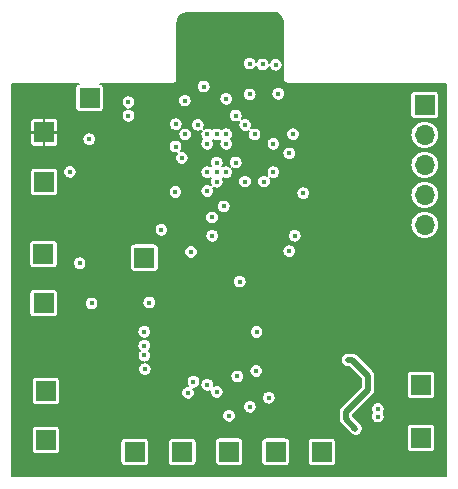
<source format=gbr>
G04 #@! TF.GenerationSoftware,KiCad,Pcbnew,(5.1.0)-1*
G04 #@! TF.CreationDate,2019-08-27T17:01:11-07:00*
G04 #@! TF.ProjectId,SDCard-PCB,53444361-7264-42d5-9043-422e6b696361,rev?*
G04 #@! TF.SameCoordinates,Original*
G04 #@! TF.FileFunction,Copper,L2,Inr*
G04 #@! TF.FilePolarity,Positive*
%FSLAX46Y46*%
G04 Gerber Fmt 4.6, Leading zero omitted, Abs format (unit mm)*
G04 Created by KiCad (PCBNEW (5.1.0)-1) date 2019-08-27 17:01:11*
%MOMM*%
%LPD*%
G04 APERTURE LIST*
%ADD10O,1.700000X1.700000*%
%ADD11R,1.700000X1.700000*%
%ADD12C,0.450000*%
%ADD13C,0.508000*%
%ADD14C,0.203200*%
G04 APERTURE END LIST*
D10*
X135305800Y-65351660D03*
X135305800Y-62811660D03*
X135305800Y-60271660D03*
X135305800Y-57731660D03*
D11*
X135305800Y-55191660D03*
X134995920Y-83372960D03*
X134995920Y-78902560D03*
X126601220Y-84569300D03*
X122689620Y-84554060D03*
X118762780Y-84554060D03*
X111582200Y-68122800D03*
X114790220Y-84584540D03*
X110759240Y-84569300D03*
X106934000Y-54584600D03*
X103238300Y-83563100D03*
X103238300Y-79413100D03*
X103093100Y-57513900D03*
X103035100Y-67823900D03*
X103043100Y-71973900D03*
X103093100Y-61713900D03*
D12*
X117205760Y-51635660D03*
X110909100Y-56822340D03*
X110970060Y-62565280D03*
X133195060Y-81178400D03*
X131417060Y-78112620D03*
X130509060Y-82597040D03*
X130479800Y-62217300D03*
X131457700Y-65275460D03*
X128991360Y-58930540D03*
X126682500Y-62638940D03*
X118498620Y-59291220D03*
X120903800Y-60883600D03*
X127368300Y-57658000D03*
X116340000Y-77890000D03*
X118284600Y-78755600D03*
X121557300Y-71249900D03*
X121640600Y-75311000D03*
X121043700Y-76936600D03*
X109664500Y-75184000D03*
X109639100Y-77558900D03*
X111175800Y-79375000D03*
X120980200Y-67144900D03*
X116497100Y-64058800D03*
X120103850Y-59283650D03*
X124545220Y-71331560D03*
X124545220Y-74281560D03*
X127144780Y-72798940D03*
X121640600Y-73431400D03*
X114206020Y-62567820D03*
X131345940Y-81579720D03*
X122501660Y-60888880D03*
X120098820Y-61681360D03*
X121043700Y-77711300D03*
X111620300Y-77558900D03*
X111569500Y-74396600D03*
X111582200Y-76403200D03*
X111988600Y-71920100D03*
X107111800Y-71996300D03*
X106095800Y-68592700D03*
X117703600Y-57683400D03*
X122504200Y-58483500D03*
X119319040Y-60065920D03*
X121081800Y-74409300D03*
X119435880Y-78178660D03*
X119646700Y-70147180D03*
X131345940Y-80937100D03*
X115735100Y-78625700D03*
X115277900Y-79565500D03*
X124165360Y-57670700D03*
X111574580Y-75577700D03*
X117710000Y-60880000D03*
X118290000Y-63780000D03*
X114239040Y-56822340D03*
X125036580Y-62661800D03*
X118506240Y-60883800D03*
X121701560Y-61681360D03*
X117319900Y-66268600D03*
X124307600Y-66268600D03*
X118506241Y-58480960D03*
X106908600Y-58089800D03*
X116903500Y-57683400D03*
X116903504Y-60883800D03*
X105270300Y-60858400D03*
X122920760Y-54241700D03*
X116900002Y-78880000D03*
X116900000Y-62470000D03*
X117710000Y-79490000D03*
X117710000Y-61690000D03*
X120110000Y-56890000D03*
X120510000Y-80750000D03*
X118740000Y-81510000D03*
X118503700Y-57680860D03*
X130525520Y-78122780D03*
X128640840Y-81180940D03*
X129449060Y-82586060D03*
X128818100Y-76791820D03*
X123840000Y-67570000D03*
X123840000Y-59290000D03*
X120904000Y-57683400D03*
X122110500Y-79984600D03*
X115006120Y-54823360D03*
X115026440Y-57691020D03*
X121592340Y-51765200D03*
X122699780Y-51798220D03*
X120500000Y-54300000D03*
X110230000Y-54950000D03*
X110230000Y-56100000D03*
X119310000Y-56090000D03*
X113020000Y-65760000D03*
X116100000Y-56880000D03*
X114220000Y-58710000D03*
X116900000Y-58480000D03*
X117310000Y-64720000D03*
X117700000Y-60080000D03*
X115520000Y-67640000D03*
X114750000Y-59680000D03*
X116611400Y-53632100D03*
X118506240Y-54670960D03*
X120497600Y-51694080D03*
D13*
X130520440Y-78117700D02*
X130525520Y-78122780D01*
X130525520Y-79296260D02*
X128640840Y-81180940D01*
X130525520Y-78122780D02*
X130525520Y-79296260D01*
X128640840Y-81777840D02*
X129449060Y-82586060D01*
X128640840Y-81180940D02*
X128640840Y-81777840D01*
X129194560Y-76791820D02*
X130525520Y-78122780D01*
X128818100Y-76791820D02*
X129194560Y-76791820D01*
D14*
G36*
X122618515Y-47398949D02*
G01*
X122780606Y-47447887D01*
X122930107Y-47527378D01*
X123061323Y-47634394D01*
X123169254Y-47764860D01*
X123249785Y-47913802D01*
X123299855Y-48075550D01*
X123319400Y-48261506D01*
X123319401Y-52981297D01*
X123317559Y-53000000D01*
X123324907Y-53074611D01*
X123346671Y-53146354D01*
X123382012Y-53212473D01*
X123429573Y-53270427D01*
X123487527Y-53317988D01*
X123553646Y-53353329D01*
X123625389Y-53375093D01*
X123681307Y-53380600D01*
X123700000Y-53382441D01*
X123718693Y-53380600D01*
X137119400Y-53380600D01*
X137119401Y-86619400D01*
X100380600Y-86619400D01*
X100380600Y-82713100D01*
X102030980Y-82713100D01*
X102030980Y-84413100D01*
X102037846Y-84482810D01*
X102058179Y-84549840D01*
X102091199Y-84611616D01*
X102135637Y-84665763D01*
X102189784Y-84710201D01*
X102251560Y-84743221D01*
X102318590Y-84763554D01*
X102388300Y-84770420D01*
X104088300Y-84770420D01*
X104158010Y-84763554D01*
X104225040Y-84743221D01*
X104286816Y-84710201D01*
X104340963Y-84665763D01*
X104385401Y-84611616D01*
X104418421Y-84549840D01*
X104438754Y-84482810D01*
X104445620Y-84413100D01*
X104445620Y-83719300D01*
X109551920Y-83719300D01*
X109551920Y-85419300D01*
X109558786Y-85489010D01*
X109579119Y-85556040D01*
X109612139Y-85617816D01*
X109656577Y-85671963D01*
X109710724Y-85716401D01*
X109772500Y-85749421D01*
X109839530Y-85769754D01*
X109909240Y-85776620D01*
X111609240Y-85776620D01*
X111678950Y-85769754D01*
X111745980Y-85749421D01*
X111807756Y-85716401D01*
X111861903Y-85671963D01*
X111906341Y-85617816D01*
X111939361Y-85556040D01*
X111959694Y-85489010D01*
X111966560Y-85419300D01*
X111966560Y-83734540D01*
X113582900Y-83734540D01*
X113582900Y-85434540D01*
X113589766Y-85504250D01*
X113610099Y-85571280D01*
X113643119Y-85633056D01*
X113687557Y-85687203D01*
X113741704Y-85731641D01*
X113803480Y-85764661D01*
X113870510Y-85784994D01*
X113940220Y-85791860D01*
X115640220Y-85791860D01*
X115709930Y-85784994D01*
X115776960Y-85764661D01*
X115838736Y-85731641D01*
X115892883Y-85687203D01*
X115937321Y-85633056D01*
X115970341Y-85571280D01*
X115990674Y-85504250D01*
X115997540Y-85434540D01*
X115997540Y-83734540D01*
X115994538Y-83704060D01*
X117555460Y-83704060D01*
X117555460Y-85404060D01*
X117562326Y-85473770D01*
X117582659Y-85540800D01*
X117615679Y-85602576D01*
X117660117Y-85656723D01*
X117714264Y-85701161D01*
X117776040Y-85734181D01*
X117843070Y-85754514D01*
X117912780Y-85761380D01*
X119612780Y-85761380D01*
X119682490Y-85754514D01*
X119749520Y-85734181D01*
X119811296Y-85701161D01*
X119865443Y-85656723D01*
X119909881Y-85602576D01*
X119942901Y-85540800D01*
X119963234Y-85473770D01*
X119970100Y-85404060D01*
X119970100Y-83704060D01*
X121482300Y-83704060D01*
X121482300Y-85404060D01*
X121489166Y-85473770D01*
X121509499Y-85540800D01*
X121542519Y-85602576D01*
X121586957Y-85656723D01*
X121641104Y-85701161D01*
X121702880Y-85734181D01*
X121769910Y-85754514D01*
X121839620Y-85761380D01*
X123539620Y-85761380D01*
X123609330Y-85754514D01*
X123676360Y-85734181D01*
X123738136Y-85701161D01*
X123792283Y-85656723D01*
X123836721Y-85602576D01*
X123869741Y-85540800D01*
X123890074Y-85473770D01*
X123896940Y-85404060D01*
X123896940Y-83719300D01*
X125393900Y-83719300D01*
X125393900Y-85419300D01*
X125400766Y-85489010D01*
X125421099Y-85556040D01*
X125454119Y-85617816D01*
X125498557Y-85671963D01*
X125552704Y-85716401D01*
X125614480Y-85749421D01*
X125681510Y-85769754D01*
X125751220Y-85776620D01*
X127451220Y-85776620D01*
X127520930Y-85769754D01*
X127587960Y-85749421D01*
X127649736Y-85716401D01*
X127703883Y-85671963D01*
X127748321Y-85617816D01*
X127781341Y-85556040D01*
X127801674Y-85489010D01*
X127808540Y-85419300D01*
X127808540Y-83719300D01*
X127801674Y-83649590D01*
X127781341Y-83582560D01*
X127748321Y-83520784D01*
X127703883Y-83466637D01*
X127649736Y-83422199D01*
X127587960Y-83389179D01*
X127520930Y-83368846D01*
X127451220Y-83361980D01*
X125751220Y-83361980D01*
X125681510Y-83368846D01*
X125614480Y-83389179D01*
X125552704Y-83422199D01*
X125498557Y-83466637D01*
X125454119Y-83520784D01*
X125421099Y-83582560D01*
X125400766Y-83649590D01*
X125393900Y-83719300D01*
X123896940Y-83719300D01*
X123896940Y-83704060D01*
X123890074Y-83634350D01*
X123869741Y-83567320D01*
X123836721Y-83505544D01*
X123792283Y-83451397D01*
X123738136Y-83406959D01*
X123676360Y-83373939D01*
X123609330Y-83353606D01*
X123539620Y-83346740D01*
X121839620Y-83346740D01*
X121769910Y-83353606D01*
X121702880Y-83373939D01*
X121641104Y-83406959D01*
X121586957Y-83451397D01*
X121542519Y-83505544D01*
X121509499Y-83567320D01*
X121489166Y-83634350D01*
X121482300Y-83704060D01*
X119970100Y-83704060D01*
X119963234Y-83634350D01*
X119942901Y-83567320D01*
X119909881Y-83505544D01*
X119865443Y-83451397D01*
X119811296Y-83406959D01*
X119749520Y-83373939D01*
X119682490Y-83353606D01*
X119612780Y-83346740D01*
X117912780Y-83346740D01*
X117843070Y-83353606D01*
X117776040Y-83373939D01*
X117714264Y-83406959D01*
X117660117Y-83451397D01*
X117615679Y-83505544D01*
X117582659Y-83567320D01*
X117562326Y-83634350D01*
X117555460Y-83704060D01*
X115994538Y-83704060D01*
X115990674Y-83664830D01*
X115970341Y-83597800D01*
X115937321Y-83536024D01*
X115892883Y-83481877D01*
X115838736Y-83437439D01*
X115776960Y-83404419D01*
X115709930Y-83384086D01*
X115640220Y-83377220D01*
X113940220Y-83377220D01*
X113870510Y-83384086D01*
X113803480Y-83404419D01*
X113741704Y-83437439D01*
X113687557Y-83481877D01*
X113643119Y-83536024D01*
X113610099Y-83597800D01*
X113589766Y-83664830D01*
X113582900Y-83734540D01*
X111966560Y-83734540D01*
X111966560Y-83719300D01*
X111959694Y-83649590D01*
X111939361Y-83582560D01*
X111906341Y-83520784D01*
X111861903Y-83466637D01*
X111807756Y-83422199D01*
X111745980Y-83389179D01*
X111678950Y-83368846D01*
X111609240Y-83361980D01*
X109909240Y-83361980D01*
X109839530Y-83368846D01*
X109772500Y-83389179D01*
X109710724Y-83422199D01*
X109656577Y-83466637D01*
X109612139Y-83520784D01*
X109579119Y-83582560D01*
X109558786Y-83649590D01*
X109551920Y-83719300D01*
X104445620Y-83719300D01*
X104445620Y-82713100D01*
X104438754Y-82643390D01*
X104418421Y-82576360D01*
X104385401Y-82514584D01*
X104340963Y-82460437D01*
X104286816Y-82415999D01*
X104225040Y-82382979D01*
X104158010Y-82362646D01*
X104088300Y-82355780D01*
X102388300Y-82355780D01*
X102318590Y-82362646D01*
X102251560Y-82382979D01*
X102189784Y-82415999D01*
X102135637Y-82460437D01*
X102091199Y-82514584D01*
X102058179Y-82576360D01*
X102037846Y-82643390D01*
X102030980Y-82713100D01*
X100380600Y-82713100D01*
X100380600Y-81452816D01*
X118159400Y-81452816D01*
X118159400Y-81567184D01*
X118181712Y-81679355D01*
X118225479Y-81785017D01*
X118289019Y-81880111D01*
X118369889Y-81960981D01*
X118464983Y-82024521D01*
X118570645Y-82068288D01*
X118682816Y-82090600D01*
X118797184Y-82090600D01*
X118909355Y-82068288D01*
X119015017Y-82024521D01*
X119110111Y-81960981D01*
X119190981Y-81880111D01*
X119254521Y-81785017D01*
X119298288Y-81679355D01*
X119320600Y-81567184D01*
X119320600Y-81452816D01*
X119298288Y-81340645D01*
X119254521Y-81234983D01*
X119190981Y-81139889D01*
X119110111Y-81059019D01*
X119015017Y-80995479D01*
X118909355Y-80951712D01*
X118797184Y-80929400D01*
X118682816Y-80929400D01*
X118570645Y-80951712D01*
X118464983Y-80995479D01*
X118369889Y-81059019D01*
X118289019Y-81139889D01*
X118225479Y-81234983D01*
X118181712Y-81340645D01*
X118159400Y-81452816D01*
X100380600Y-81452816D01*
X100380600Y-80692816D01*
X119929400Y-80692816D01*
X119929400Y-80807184D01*
X119951712Y-80919355D01*
X119995479Y-81025017D01*
X120059019Y-81120111D01*
X120139889Y-81200981D01*
X120234983Y-81264521D01*
X120340645Y-81308288D01*
X120452816Y-81330600D01*
X120567184Y-81330600D01*
X120679355Y-81308288D01*
X120785017Y-81264521D01*
X120880111Y-81200981D01*
X120900152Y-81180940D01*
X128028291Y-81180940D01*
X128031240Y-81210881D01*
X128031240Y-81747899D01*
X128028291Y-81777840D01*
X128031240Y-81807781D01*
X128040061Y-81897342D01*
X128074919Y-82012252D01*
X128131525Y-82118154D01*
X128207703Y-82210978D01*
X128230967Y-82230070D01*
X129039179Y-83038284D01*
X129108745Y-83095375D01*
X129214647Y-83151981D01*
X129329557Y-83186839D01*
X129449060Y-83198609D01*
X129568562Y-83186839D01*
X129683472Y-83151981D01*
X129789374Y-83095375D01*
X129882197Y-83019197D01*
X129958375Y-82926374D01*
X130014981Y-82820472D01*
X130049839Y-82705562D01*
X130061609Y-82586060D01*
X130055395Y-82522960D01*
X133788600Y-82522960D01*
X133788600Y-84222960D01*
X133795466Y-84292670D01*
X133815799Y-84359700D01*
X133848819Y-84421476D01*
X133893257Y-84475623D01*
X133947404Y-84520061D01*
X134009180Y-84553081D01*
X134076210Y-84573414D01*
X134145920Y-84580280D01*
X135845920Y-84580280D01*
X135915630Y-84573414D01*
X135982660Y-84553081D01*
X136044436Y-84520061D01*
X136098583Y-84475623D01*
X136143021Y-84421476D01*
X136176041Y-84359700D01*
X136196374Y-84292670D01*
X136203240Y-84222960D01*
X136203240Y-82522960D01*
X136196374Y-82453250D01*
X136176041Y-82386220D01*
X136143021Y-82324444D01*
X136098583Y-82270297D01*
X136044436Y-82225859D01*
X135982660Y-82192839D01*
X135915630Y-82172506D01*
X135845920Y-82165640D01*
X134145920Y-82165640D01*
X134076210Y-82172506D01*
X134009180Y-82192839D01*
X133947404Y-82225859D01*
X133893257Y-82270297D01*
X133848819Y-82324444D01*
X133815799Y-82386220D01*
X133795466Y-82453250D01*
X133788600Y-82522960D01*
X130055395Y-82522960D01*
X130049839Y-82466557D01*
X130014981Y-82351647D01*
X129958375Y-82245745D01*
X129901284Y-82176179D01*
X129250440Y-81525337D01*
X129250440Y-81433443D01*
X129803967Y-80879916D01*
X130765340Y-80879916D01*
X130765340Y-80994284D01*
X130787652Y-81106455D01*
X130831419Y-81212117D01*
X130862351Y-81258410D01*
X130831419Y-81304703D01*
X130787652Y-81410365D01*
X130765340Y-81522536D01*
X130765340Y-81636904D01*
X130787652Y-81749075D01*
X130831419Y-81854737D01*
X130894959Y-81949831D01*
X130975829Y-82030701D01*
X131070923Y-82094241D01*
X131176585Y-82138008D01*
X131288756Y-82160320D01*
X131403124Y-82160320D01*
X131515295Y-82138008D01*
X131620957Y-82094241D01*
X131716051Y-82030701D01*
X131796921Y-81949831D01*
X131860461Y-81854737D01*
X131904228Y-81749075D01*
X131926540Y-81636904D01*
X131926540Y-81522536D01*
X131904228Y-81410365D01*
X131860461Y-81304703D01*
X131829529Y-81258410D01*
X131860461Y-81212117D01*
X131904228Y-81106455D01*
X131926540Y-80994284D01*
X131926540Y-80879916D01*
X131904228Y-80767745D01*
X131860461Y-80662083D01*
X131796921Y-80566989D01*
X131716051Y-80486119D01*
X131620957Y-80422579D01*
X131515295Y-80378812D01*
X131403124Y-80356500D01*
X131288756Y-80356500D01*
X131176585Y-80378812D01*
X131070923Y-80422579D01*
X130975829Y-80486119D01*
X130894959Y-80566989D01*
X130831419Y-80662083D01*
X130787652Y-80767745D01*
X130765340Y-80879916D01*
X129803967Y-80879916D01*
X130935393Y-79748491D01*
X130958658Y-79729398D01*
X131034836Y-79636574D01*
X131091441Y-79530672D01*
X131126299Y-79415762D01*
X131138069Y-79296261D01*
X131135120Y-79266319D01*
X131135120Y-78152721D01*
X131138069Y-78122780D01*
X131131153Y-78052560D01*
X133788600Y-78052560D01*
X133788600Y-79752560D01*
X133795466Y-79822270D01*
X133815799Y-79889300D01*
X133848819Y-79951076D01*
X133893257Y-80005223D01*
X133947404Y-80049661D01*
X134009180Y-80082681D01*
X134076210Y-80103014D01*
X134145920Y-80109880D01*
X135845920Y-80109880D01*
X135915630Y-80103014D01*
X135982660Y-80082681D01*
X136044436Y-80049661D01*
X136098583Y-80005223D01*
X136143021Y-79951076D01*
X136176041Y-79889300D01*
X136196374Y-79822270D01*
X136203240Y-79752560D01*
X136203240Y-78052560D01*
X136196374Y-77982850D01*
X136176041Y-77915820D01*
X136143021Y-77854044D01*
X136098583Y-77799897D01*
X136044436Y-77755459D01*
X135982660Y-77722439D01*
X135915630Y-77702106D01*
X135845920Y-77695240D01*
X134145920Y-77695240D01*
X134076210Y-77702106D01*
X134009180Y-77722439D01*
X133947404Y-77755459D01*
X133893257Y-77799897D01*
X133848819Y-77854044D01*
X133815799Y-77915820D01*
X133795466Y-77982850D01*
X133788600Y-78052560D01*
X131131153Y-78052560D01*
X131126299Y-78003277D01*
X131091441Y-77888367D01*
X131044153Y-77799897D01*
X131034836Y-77782466D01*
X130958658Y-77689642D01*
X130935400Y-77670555D01*
X129646795Y-76381952D01*
X129627698Y-76358682D01*
X129534874Y-76282504D01*
X129428972Y-76225899D01*
X129314062Y-76191041D01*
X129224501Y-76182220D01*
X129194560Y-76179271D01*
X129164619Y-76182220D01*
X128788159Y-76182220D01*
X128698598Y-76191041D01*
X128583688Y-76225899D01*
X128477786Y-76282504D01*
X128384962Y-76358682D01*
X128308784Y-76451506D01*
X128252179Y-76557408D01*
X128217321Y-76672318D01*
X128205551Y-76791820D01*
X128217321Y-76911322D01*
X128252179Y-77026232D01*
X128308784Y-77132134D01*
X128384962Y-77224958D01*
X128477786Y-77301136D01*
X128583688Y-77357741D01*
X128698598Y-77392599D01*
X128788159Y-77401420D01*
X128942057Y-77401420D01*
X129915920Y-78375285D01*
X129915921Y-79043755D01*
X128230972Y-80728705D01*
X128207702Y-80747802D01*
X128131524Y-80840627D01*
X128074919Y-80946529D01*
X128055184Y-81011585D01*
X128040061Y-81061438D01*
X128028291Y-81180940D01*
X120900152Y-81180940D01*
X120960981Y-81120111D01*
X121024521Y-81025017D01*
X121068288Y-80919355D01*
X121090600Y-80807184D01*
X121090600Y-80692816D01*
X121068288Y-80580645D01*
X121024521Y-80474983D01*
X120960981Y-80379889D01*
X120880111Y-80299019D01*
X120785017Y-80235479D01*
X120679355Y-80191712D01*
X120567184Y-80169400D01*
X120452816Y-80169400D01*
X120340645Y-80191712D01*
X120234983Y-80235479D01*
X120139889Y-80299019D01*
X120059019Y-80379889D01*
X119995479Y-80474983D01*
X119951712Y-80580645D01*
X119929400Y-80692816D01*
X100380600Y-80692816D01*
X100380600Y-78563100D01*
X102030980Y-78563100D01*
X102030980Y-80263100D01*
X102037846Y-80332810D01*
X102058179Y-80399840D01*
X102091199Y-80461616D01*
X102135637Y-80515763D01*
X102189784Y-80560201D01*
X102251560Y-80593221D01*
X102318590Y-80613554D01*
X102388300Y-80620420D01*
X104088300Y-80620420D01*
X104158010Y-80613554D01*
X104225040Y-80593221D01*
X104286816Y-80560201D01*
X104340963Y-80515763D01*
X104385401Y-80461616D01*
X104418421Y-80399840D01*
X104438754Y-80332810D01*
X104445620Y-80263100D01*
X104445620Y-79508316D01*
X114697300Y-79508316D01*
X114697300Y-79622684D01*
X114719612Y-79734855D01*
X114763379Y-79840517D01*
X114826919Y-79935611D01*
X114907789Y-80016481D01*
X115002883Y-80080021D01*
X115108545Y-80123788D01*
X115220716Y-80146100D01*
X115335084Y-80146100D01*
X115447255Y-80123788D01*
X115552917Y-80080021D01*
X115648011Y-80016481D01*
X115728881Y-79935611D01*
X115792421Y-79840517D01*
X115836188Y-79734855D01*
X115858500Y-79622684D01*
X115858500Y-79508316D01*
X115836188Y-79396145D01*
X115792421Y-79290483D01*
X115736172Y-79206300D01*
X115792284Y-79206300D01*
X115904455Y-79183988D01*
X116010117Y-79140221D01*
X116105211Y-79076681D01*
X116186081Y-78995811D01*
X116249621Y-78900717D01*
X116281888Y-78822816D01*
X116319402Y-78822816D01*
X116319402Y-78937184D01*
X116341714Y-79049355D01*
X116385481Y-79155017D01*
X116449021Y-79250111D01*
X116529891Y-79330981D01*
X116624985Y-79394521D01*
X116730647Y-79438288D01*
X116842818Y-79460600D01*
X116957186Y-79460600D01*
X117069357Y-79438288D01*
X117133605Y-79411675D01*
X117129400Y-79432816D01*
X117129400Y-79547184D01*
X117151712Y-79659355D01*
X117195479Y-79765017D01*
X117259019Y-79860111D01*
X117339889Y-79940981D01*
X117434983Y-80004521D01*
X117540645Y-80048288D01*
X117652816Y-80070600D01*
X117767184Y-80070600D01*
X117879355Y-80048288D01*
X117985017Y-80004521D01*
X118080111Y-79940981D01*
X118093676Y-79927416D01*
X121529900Y-79927416D01*
X121529900Y-80041784D01*
X121552212Y-80153955D01*
X121595979Y-80259617D01*
X121659519Y-80354711D01*
X121740389Y-80435581D01*
X121835483Y-80499121D01*
X121941145Y-80542888D01*
X122053316Y-80565200D01*
X122167684Y-80565200D01*
X122279855Y-80542888D01*
X122385517Y-80499121D01*
X122480611Y-80435581D01*
X122561481Y-80354711D01*
X122625021Y-80259617D01*
X122668788Y-80153955D01*
X122691100Y-80041784D01*
X122691100Y-79927416D01*
X122668788Y-79815245D01*
X122625021Y-79709583D01*
X122561481Y-79614489D01*
X122480611Y-79533619D01*
X122385517Y-79470079D01*
X122279855Y-79426312D01*
X122167684Y-79404000D01*
X122053316Y-79404000D01*
X121941145Y-79426312D01*
X121835483Y-79470079D01*
X121740389Y-79533619D01*
X121659519Y-79614489D01*
X121595979Y-79709583D01*
X121552212Y-79815245D01*
X121529900Y-79927416D01*
X118093676Y-79927416D01*
X118160981Y-79860111D01*
X118224521Y-79765017D01*
X118268288Y-79659355D01*
X118290600Y-79547184D01*
X118290600Y-79432816D01*
X118268288Y-79320645D01*
X118224521Y-79214983D01*
X118160981Y-79119889D01*
X118080111Y-79039019D01*
X117985017Y-78975479D01*
X117879355Y-78931712D01*
X117767184Y-78909400D01*
X117652816Y-78909400D01*
X117540645Y-78931712D01*
X117476397Y-78958325D01*
X117480602Y-78937184D01*
X117480602Y-78822816D01*
X117458290Y-78710645D01*
X117414523Y-78604983D01*
X117350983Y-78509889D01*
X117270113Y-78429019D01*
X117175019Y-78365479D01*
X117069357Y-78321712D01*
X116957186Y-78299400D01*
X116842818Y-78299400D01*
X116730647Y-78321712D01*
X116624985Y-78365479D01*
X116529891Y-78429019D01*
X116449021Y-78509889D01*
X116385481Y-78604983D01*
X116341714Y-78710645D01*
X116319402Y-78822816D01*
X116281888Y-78822816D01*
X116293388Y-78795055D01*
X116315700Y-78682884D01*
X116315700Y-78568516D01*
X116293388Y-78456345D01*
X116249621Y-78350683D01*
X116186081Y-78255589D01*
X116105211Y-78174719D01*
X116025528Y-78121476D01*
X118855280Y-78121476D01*
X118855280Y-78235844D01*
X118877592Y-78348015D01*
X118921359Y-78453677D01*
X118984899Y-78548771D01*
X119065769Y-78629641D01*
X119160863Y-78693181D01*
X119266525Y-78736948D01*
X119378696Y-78759260D01*
X119493064Y-78759260D01*
X119605235Y-78736948D01*
X119710897Y-78693181D01*
X119805991Y-78629641D01*
X119886861Y-78548771D01*
X119950401Y-78453677D01*
X119994168Y-78348015D01*
X120016480Y-78235844D01*
X120016480Y-78121476D01*
X119994168Y-78009305D01*
X119950401Y-77903643D01*
X119886861Y-77808549D01*
X119805991Y-77727679D01*
X119710897Y-77664139D01*
X119686700Y-77654116D01*
X120463100Y-77654116D01*
X120463100Y-77768484D01*
X120485412Y-77880655D01*
X120529179Y-77986317D01*
X120592719Y-78081411D01*
X120673589Y-78162281D01*
X120768683Y-78225821D01*
X120874345Y-78269588D01*
X120986516Y-78291900D01*
X121100884Y-78291900D01*
X121213055Y-78269588D01*
X121318717Y-78225821D01*
X121413811Y-78162281D01*
X121494681Y-78081411D01*
X121558221Y-77986317D01*
X121601988Y-77880655D01*
X121624300Y-77768484D01*
X121624300Y-77654116D01*
X121601988Y-77541945D01*
X121558221Y-77436283D01*
X121494681Y-77341189D01*
X121413811Y-77260319D01*
X121318717Y-77196779D01*
X121213055Y-77153012D01*
X121100884Y-77130700D01*
X120986516Y-77130700D01*
X120874345Y-77153012D01*
X120768683Y-77196779D01*
X120673589Y-77260319D01*
X120592719Y-77341189D01*
X120529179Y-77436283D01*
X120485412Y-77541945D01*
X120463100Y-77654116D01*
X119686700Y-77654116D01*
X119605235Y-77620372D01*
X119493064Y-77598060D01*
X119378696Y-77598060D01*
X119266525Y-77620372D01*
X119160863Y-77664139D01*
X119065769Y-77727679D01*
X118984899Y-77808549D01*
X118921359Y-77903643D01*
X118877592Y-78009305D01*
X118855280Y-78121476D01*
X116025528Y-78121476D01*
X116010117Y-78111179D01*
X115904455Y-78067412D01*
X115792284Y-78045100D01*
X115677916Y-78045100D01*
X115565745Y-78067412D01*
X115460083Y-78111179D01*
X115364989Y-78174719D01*
X115284119Y-78255589D01*
X115220579Y-78350683D01*
X115176812Y-78456345D01*
X115154500Y-78568516D01*
X115154500Y-78682884D01*
X115176812Y-78795055D01*
X115220579Y-78900717D01*
X115276828Y-78984900D01*
X115220716Y-78984900D01*
X115108545Y-79007212D01*
X115002883Y-79050979D01*
X114907789Y-79114519D01*
X114826919Y-79195389D01*
X114763379Y-79290483D01*
X114719612Y-79396145D01*
X114697300Y-79508316D01*
X104445620Y-79508316D01*
X104445620Y-78563100D01*
X104438754Y-78493390D01*
X104418421Y-78426360D01*
X104385401Y-78364584D01*
X104340963Y-78310437D01*
X104286816Y-78265999D01*
X104225040Y-78232979D01*
X104158010Y-78212646D01*
X104088300Y-78205780D01*
X102388300Y-78205780D01*
X102318590Y-78212646D01*
X102251560Y-78232979D01*
X102189784Y-78265999D01*
X102135637Y-78310437D01*
X102091199Y-78364584D01*
X102058179Y-78426360D01*
X102037846Y-78493390D01*
X102030980Y-78563100D01*
X100380600Y-78563100D01*
X100380600Y-75520516D01*
X110993980Y-75520516D01*
X110993980Y-75634884D01*
X111016292Y-75747055D01*
X111060059Y-75852717D01*
X111123599Y-75947811D01*
X111170048Y-75994260D01*
X111131219Y-76033089D01*
X111067679Y-76128183D01*
X111023912Y-76233845D01*
X111001600Y-76346016D01*
X111001600Y-76460384D01*
X111023912Y-76572555D01*
X111067679Y-76678217D01*
X111131219Y-76773311D01*
X111212089Y-76854181D01*
X111307183Y-76917721D01*
X111412845Y-76961488D01*
X111525016Y-76983800D01*
X111535465Y-76983800D01*
X111450945Y-77000612D01*
X111345283Y-77044379D01*
X111250189Y-77107919D01*
X111169319Y-77188789D01*
X111105779Y-77283883D01*
X111062012Y-77389545D01*
X111039700Y-77501716D01*
X111039700Y-77616084D01*
X111062012Y-77728255D01*
X111105779Y-77833917D01*
X111169319Y-77929011D01*
X111250189Y-78009881D01*
X111345283Y-78073421D01*
X111450945Y-78117188D01*
X111563116Y-78139500D01*
X111677484Y-78139500D01*
X111789655Y-78117188D01*
X111895317Y-78073421D01*
X111990411Y-78009881D01*
X112071281Y-77929011D01*
X112134821Y-77833917D01*
X112178588Y-77728255D01*
X112200900Y-77616084D01*
X112200900Y-77501716D01*
X112178588Y-77389545D01*
X112134821Y-77283883D01*
X112071281Y-77188789D01*
X111990411Y-77107919D01*
X111895317Y-77044379D01*
X111789655Y-77000612D01*
X111677484Y-76978300D01*
X111667035Y-76978300D01*
X111751555Y-76961488D01*
X111857217Y-76917721D01*
X111952311Y-76854181D01*
X112033181Y-76773311D01*
X112096721Y-76678217D01*
X112140488Y-76572555D01*
X112162800Y-76460384D01*
X112162800Y-76346016D01*
X112140488Y-76233845D01*
X112096721Y-76128183D01*
X112033181Y-76033089D01*
X111986732Y-75986640D01*
X112025561Y-75947811D01*
X112089101Y-75852717D01*
X112132868Y-75747055D01*
X112155180Y-75634884D01*
X112155180Y-75520516D01*
X112132868Y-75408345D01*
X112089101Y-75302683D01*
X112025561Y-75207589D01*
X111944691Y-75126719D01*
X111849597Y-75063179D01*
X111743935Y-75019412D01*
X111631764Y-74997100D01*
X111517396Y-74997100D01*
X111405225Y-75019412D01*
X111299563Y-75063179D01*
X111204469Y-75126719D01*
X111123599Y-75207589D01*
X111060059Y-75302683D01*
X111016292Y-75408345D01*
X110993980Y-75520516D01*
X100380600Y-75520516D01*
X100380600Y-74339416D01*
X110988900Y-74339416D01*
X110988900Y-74453784D01*
X111011212Y-74565955D01*
X111054979Y-74671617D01*
X111118519Y-74766711D01*
X111199389Y-74847581D01*
X111294483Y-74911121D01*
X111400145Y-74954888D01*
X111512316Y-74977200D01*
X111626684Y-74977200D01*
X111738855Y-74954888D01*
X111844517Y-74911121D01*
X111939611Y-74847581D01*
X112020481Y-74766711D01*
X112084021Y-74671617D01*
X112127788Y-74565955D01*
X112150100Y-74453784D01*
X112150100Y-74352116D01*
X120501200Y-74352116D01*
X120501200Y-74466484D01*
X120523512Y-74578655D01*
X120567279Y-74684317D01*
X120630819Y-74779411D01*
X120711689Y-74860281D01*
X120806783Y-74923821D01*
X120912445Y-74967588D01*
X121024616Y-74989900D01*
X121138984Y-74989900D01*
X121251155Y-74967588D01*
X121356817Y-74923821D01*
X121451911Y-74860281D01*
X121532781Y-74779411D01*
X121596321Y-74684317D01*
X121640088Y-74578655D01*
X121662400Y-74466484D01*
X121662400Y-74352116D01*
X121640088Y-74239945D01*
X121596321Y-74134283D01*
X121532781Y-74039189D01*
X121451911Y-73958319D01*
X121356817Y-73894779D01*
X121251155Y-73851012D01*
X121138984Y-73828700D01*
X121024616Y-73828700D01*
X120912445Y-73851012D01*
X120806783Y-73894779D01*
X120711689Y-73958319D01*
X120630819Y-74039189D01*
X120567279Y-74134283D01*
X120523512Y-74239945D01*
X120501200Y-74352116D01*
X112150100Y-74352116D01*
X112150100Y-74339416D01*
X112127788Y-74227245D01*
X112084021Y-74121583D01*
X112020481Y-74026489D01*
X111939611Y-73945619D01*
X111844517Y-73882079D01*
X111738855Y-73838312D01*
X111626684Y-73816000D01*
X111512316Y-73816000D01*
X111400145Y-73838312D01*
X111294483Y-73882079D01*
X111199389Y-73945619D01*
X111118519Y-74026489D01*
X111054979Y-74121583D01*
X111011212Y-74227245D01*
X110988900Y-74339416D01*
X100380600Y-74339416D01*
X100380600Y-71123900D01*
X101835780Y-71123900D01*
X101835780Y-72823900D01*
X101842646Y-72893610D01*
X101862979Y-72960640D01*
X101895999Y-73022416D01*
X101940437Y-73076563D01*
X101994584Y-73121001D01*
X102056360Y-73154021D01*
X102123390Y-73174354D01*
X102193100Y-73181220D01*
X103893100Y-73181220D01*
X103962810Y-73174354D01*
X104029840Y-73154021D01*
X104091616Y-73121001D01*
X104145763Y-73076563D01*
X104190201Y-73022416D01*
X104223221Y-72960640D01*
X104243554Y-72893610D01*
X104250420Y-72823900D01*
X104250420Y-71939116D01*
X106531200Y-71939116D01*
X106531200Y-72053484D01*
X106553512Y-72165655D01*
X106597279Y-72271317D01*
X106660819Y-72366411D01*
X106741689Y-72447281D01*
X106836783Y-72510821D01*
X106942445Y-72554588D01*
X107054616Y-72576900D01*
X107168984Y-72576900D01*
X107281155Y-72554588D01*
X107386817Y-72510821D01*
X107481911Y-72447281D01*
X107562781Y-72366411D01*
X107626321Y-72271317D01*
X107670088Y-72165655D01*
X107692400Y-72053484D01*
X107692400Y-71939116D01*
X107677244Y-71862916D01*
X111408000Y-71862916D01*
X111408000Y-71977284D01*
X111430312Y-72089455D01*
X111474079Y-72195117D01*
X111537619Y-72290211D01*
X111618489Y-72371081D01*
X111713583Y-72434621D01*
X111819245Y-72478388D01*
X111931416Y-72500700D01*
X112045784Y-72500700D01*
X112157955Y-72478388D01*
X112263617Y-72434621D01*
X112358711Y-72371081D01*
X112439581Y-72290211D01*
X112503121Y-72195117D01*
X112546888Y-72089455D01*
X112569200Y-71977284D01*
X112569200Y-71862916D01*
X112546888Y-71750745D01*
X112503121Y-71645083D01*
X112439581Y-71549989D01*
X112358711Y-71469119D01*
X112263617Y-71405579D01*
X112157955Y-71361812D01*
X112045784Y-71339500D01*
X111931416Y-71339500D01*
X111819245Y-71361812D01*
X111713583Y-71405579D01*
X111618489Y-71469119D01*
X111537619Y-71549989D01*
X111474079Y-71645083D01*
X111430312Y-71750745D01*
X111408000Y-71862916D01*
X107677244Y-71862916D01*
X107670088Y-71826945D01*
X107626321Y-71721283D01*
X107562781Y-71626189D01*
X107481911Y-71545319D01*
X107386817Y-71481779D01*
X107281155Y-71438012D01*
X107168984Y-71415700D01*
X107054616Y-71415700D01*
X106942445Y-71438012D01*
X106836783Y-71481779D01*
X106741689Y-71545319D01*
X106660819Y-71626189D01*
X106597279Y-71721283D01*
X106553512Y-71826945D01*
X106531200Y-71939116D01*
X104250420Y-71939116D01*
X104250420Y-71123900D01*
X104243554Y-71054190D01*
X104223221Y-70987160D01*
X104190201Y-70925384D01*
X104145763Y-70871237D01*
X104091616Y-70826799D01*
X104029840Y-70793779D01*
X103962810Y-70773446D01*
X103893100Y-70766580D01*
X102193100Y-70766580D01*
X102123390Y-70773446D01*
X102056360Y-70793779D01*
X101994584Y-70826799D01*
X101940437Y-70871237D01*
X101895999Y-70925384D01*
X101862979Y-70987160D01*
X101842646Y-71054190D01*
X101835780Y-71123900D01*
X100380600Y-71123900D01*
X100380600Y-70089996D01*
X119066100Y-70089996D01*
X119066100Y-70204364D01*
X119088412Y-70316535D01*
X119132179Y-70422197D01*
X119195719Y-70517291D01*
X119276589Y-70598161D01*
X119371683Y-70661701D01*
X119477345Y-70705468D01*
X119589516Y-70727780D01*
X119703884Y-70727780D01*
X119816055Y-70705468D01*
X119921717Y-70661701D01*
X120016811Y-70598161D01*
X120097681Y-70517291D01*
X120161221Y-70422197D01*
X120204988Y-70316535D01*
X120227300Y-70204364D01*
X120227300Y-70089996D01*
X120204988Y-69977825D01*
X120161221Y-69872163D01*
X120097681Y-69777069D01*
X120016811Y-69696199D01*
X119921717Y-69632659D01*
X119816055Y-69588892D01*
X119703884Y-69566580D01*
X119589516Y-69566580D01*
X119477345Y-69588892D01*
X119371683Y-69632659D01*
X119276589Y-69696199D01*
X119195719Y-69777069D01*
X119132179Y-69872163D01*
X119088412Y-69977825D01*
X119066100Y-70089996D01*
X100380600Y-70089996D01*
X100380600Y-66973900D01*
X101827780Y-66973900D01*
X101827780Y-68673900D01*
X101834646Y-68743610D01*
X101854979Y-68810640D01*
X101887999Y-68872416D01*
X101932437Y-68926563D01*
X101986584Y-68971001D01*
X102048360Y-69004021D01*
X102115390Y-69024354D01*
X102185100Y-69031220D01*
X103885100Y-69031220D01*
X103954810Y-69024354D01*
X104021840Y-69004021D01*
X104083616Y-68971001D01*
X104137763Y-68926563D01*
X104182201Y-68872416D01*
X104215221Y-68810640D01*
X104235554Y-68743610D01*
X104242420Y-68673900D01*
X104242420Y-68535516D01*
X105515200Y-68535516D01*
X105515200Y-68649884D01*
X105537512Y-68762055D01*
X105581279Y-68867717D01*
X105644819Y-68962811D01*
X105725689Y-69043681D01*
X105820783Y-69107221D01*
X105926445Y-69150988D01*
X106038616Y-69173300D01*
X106152984Y-69173300D01*
X106265155Y-69150988D01*
X106370817Y-69107221D01*
X106465911Y-69043681D01*
X106546781Y-68962811D01*
X106610321Y-68867717D01*
X106654088Y-68762055D01*
X106676400Y-68649884D01*
X106676400Y-68535516D01*
X106654088Y-68423345D01*
X106610321Y-68317683D01*
X106546781Y-68222589D01*
X106465911Y-68141719D01*
X106370817Y-68078179D01*
X106265155Y-68034412D01*
X106152984Y-68012100D01*
X106038616Y-68012100D01*
X105926445Y-68034412D01*
X105820783Y-68078179D01*
X105725689Y-68141719D01*
X105644819Y-68222589D01*
X105581279Y-68317683D01*
X105537512Y-68423345D01*
X105515200Y-68535516D01*
X104242420Y-68535516D01*
X104242420Y-67272800D01*
X110374880Y-67272800D01*
X110374880Y-68972800D01*
X110381746Y-69042510D01*
X110402079Y-69109540D01*
X110435099Y-69171316D01*
X110479537Y-69225463D01*
X110533684Y-69269901D01*
X110595460Y-69302921D01*
X110662490Y-69323254D01*
X110732200Y-69330120D01*
X112432200Y-69330120D01*
X112501910Y-69323254D01*
X112568940Y-69302921D01*
X112630716Y-69269901D01*
X112684863Y-69225463D01*
X112729301Y-69171316D01*
X112762321Y-69109540D01*
X112782654Y-69042510D01*
X112789520Y-68972800D01*
X112789520Y-67582816D01*
X114939400Y-67582816D01*
X114939400Y-67697184D01*
X114961712Y-67809355D01*
X115005479Y-67915017D01*
X115069019Y-68010111D01*
X115149889Y-68090981D01*
X115244983Y-68154521D01*
X115350645Y-68198288D01*
X115462816Y-68220600D01*
X115577184Y-68220600D01*
X115689355Y-68198288D01*
X115795017Y-68154521D01*
X115890111Y-68090981D01*
X115970981Y-68010111D01*
X116034521Y-67915017D01*
X116078288Y-67809355D01*
X116100600Y-67697184D01*
X116100600Y-67582816D01*
X116086677Y-67512816D01*
X123259400Y-67512816D01*
X123259400Y-67627184D01*
X123281712Y-67739355D01*
X123325479Y-67845017D01*
X123389019Y-67940111D01*
X123469889Y-68020981D01*
X123564983Y-68084521D01*
X123670645Y-68128288D01*
X123782816Y-68150600D01*
X123897184Y-68150600D01*
X124009355Y-68128288D01*
X124115017Y-68084521D01*
X124210111Y-68020981D01*
X124290981Y-67940111D01*
X124354521Y-67845017D01*
X124398288Y-67739355D01*
X124420600Y-67627184D01*
X124420600Y-67512816D01*
X124398288Y-67400645D01*
X124354521Y-67294983D01*
X124290981Y-67199889D01*
X124210111Y-67119019D01*
X124115017Y-67055479D01*
X124009355Y-67011712D01*
X123897184Y-66989400D01*
X123782816Y-66989400D01*
X123670645Y-67011712D01*
X123564983Y-67055479D01*
X123469889Y-67119019D01*
X123389019Y-67199889D01*
X123325479Y-67294983D01*
X123281712Y-67400645D01*
X123259400Y-67512816D01*
X116086677Y-67512816D01*
X116078288Y-67470645D01*
X116034521Y-67364983D01*
X115970981Y-67269889D01*
X115890111Y-67189019D01*
X115795017Y-67125479D01*
X115689355Y-67081712D01*
X115577184Y-67059400D01*
X115462816Y-67059400D01*
X115350645Y-67081712D01*
X115244983Y-67125479D01*
X115149889Y-67189019D01*
X115069019Y-67269889D01*
X115005479Y-67364983D01*
X114961712Y-67470645D01*
X114939400Y-67582816D01*
X112789520Y-67582816D01*
X112789520Y-67272800D01*
X112782654Y-67203090D01*
X112762321Y-67136060D01*
X112729301Y-67074284D01*
X112684863Y-67020137D01*
X112630716Y-66975699D01*
X112568940Y-66942679D01*
X112501910Y-66922346D01*
X112432200Y-66915480D01*
X110732200Y-66915480D01*
X110662490Y-66922346D01*
X110595460Y-66942679D01*
X110533684Y-66975699D01*
X110479537Y-67020137D01*
X110435099Y-67074284D01*
X110402079Y-67136060D01*
X110381746Y-67203090D01*
X110374880Y-67272800D01*
X104242420Y-67272800D01*
X104242420Y-66973900D01*
X104235554Y-66904190D01*
X104215221Y-66837160D01*
X104182201Y-66775384D01*
X104137763Y-66721237D01*
X104083616Y-66676799D01*
X104021840Y-66643779D01*
X103954810Y-66623446D01*
X103885100Y-66616580D01*
X102185100Y-66616580D01*
X102115390Y-66623446D01*
X102048360Y-66643779D01*
X101986584Y-66676799D01*
X101932437Y-66721237D01*
X101887999Y-66775384D01*
X101854979Y-66837160D01*
X101834646Y-66904190D01*
X101827780Y-66973900D01*
X100380600Y-66973900D01*
X100380600Y-65702816D01*
X112439400Y-65702816D01*
X112439400Y-65817184D01*
X112461712Y-65929355D01*
X112505479Y-66035017D01*
X112569019Y-66130111D01*
X112649889Y-66210981D01*
X112744983Y-66274521D01*
X112850645Y-66318288D01*
X112962816Y-66340600D01*
X113077184Y-66340600D01*
X113189355Y-66318288D01*
X113295017Y-66274521D01*
X113389459Y-66211416D01*
X116739300Y-66211416D01*
X116739300Y-66325784D01*
X116761612Y-66437955D01*
X116805379Y-66543617D01*
X116868919Y-66638711D01*
X116949789Y-66719581D01*
X117044883Y-66783121D01*
X117150545Y-66826888D01*
X117262716Y-66849200D01*
X117377084Y-66849200D01*
X117489255Y-66826888D01*
X117594917Y-66783121D01*
X117690011Y-66719581D01*
X117770881Y-66638711D01*
X117834421Y-66543617D01*
X117878188Y-66437955D01*
X117900500Y-66325784D01*
X117900500Y-66211416D01*
X123727000Y-66211416D01*
X123727000Y-66325784D01*
X123749312Y-66437955D01*
X123793079Y-66543617D01*
X123856619Y-66638711D01*
X123937489Y-66719581D01*
X124032583Y-66783121D01*
X124138245Y-66826888D01*
X124250416Y-66849200D01*
X124364784Y-66849200D01*
X124476955Y-66826888D01*
X124582617Y-66783121D01*
X124677711Y-66719581D01*
X124758581Y-66638711D01*
X124822121Y-66543617D01*
X124865888Y-66437955D01*
X124888200Y-66325784D01*
X124888200Y-66211416D01*
X124865888Y-66099245D01*
X124822121Y-65993583D01*
X124758581Y-65898489D01*
X124677711Y-65817619D01*
X124582617Y-65754079D01*
X124476955Y-65710312D01*
X124364784Y-65688000D01*
X124250416Y-65688000D01*
X124138245Y-65710312D01*
X124032583Y-65754079D01*
X123937489Y-65817619D01*
X123856619Y-65898489D01*
X123793079Y-65993583D01*
X123749312Y-66099245D01*
X123727000Y-66211416D01*
X117900500Y-66211416D01*
X117878188Y-66099245D01*
X117834421Y-65993583D01*
X117770881Y-65898489D01*
X117690011Y-65817619D01*
X117594917Y-65754079D01*
X117489255Y-65710312D01*
X117377084Y-65688000D01*
X117262716Y-65688000D01*
X117150545Y-65710312D01*
X117044883Y-65754079D01*
X116949789Y-65817619D01*
X116868919Y-65898489D01*
X116805379Y-65993583D01*
X116761612Y-66099245D01*
X116739300Y-66211416D01*
X113389459Y-66211416D01*
X113390111Y-66210981D01*
X113470981Y-66130111D01*
X113534521Y-66035017D01*
X113578288Y-65929355D01*
X113600600Y-65817184D01*
X113600600Y-65702816D01*
X113578288Y-65590645D01*
X113534521Y-65484983D01*
X113470981Y-65389889D01*
X113432752Y-65351660D01*
X134094367Y-65351660D01*
X134117644Y-65587999D01*
X134186582Y-65815255D01*
X134298530Y-66024696D01*
X134449188Y-66208272D01*
X134632764Y-66358930D01*
X134842205Y-66470878D01*
X135069461Y-66539816D01*
X135246576Y-66557260D01*
X135365024Y-66557260D01*
X135542139Y-66539816D01*
X135769395Y-66470878D01*
X135978836Y-66358930D01*
X136162412Y-66208272D01*
X136313070Y-66024696D01*
X136425018Y-65815255D01*
X136493956Y-65587999D01*
X136517233Y-65351660D01*
X136493956Y-65115321D01*
X136425018Y-64888065D01*
X136313070Y-64678624D01*
X136162412Y-64495048D01*
X135978836Y-64344390D01*
X135769395Y-64232442D01*
X135542139Y-64163504D01*
X135365024Y-64146060D01*
X135246576Y-64146060D01*
X135069461Y-64163504D01*
X134842205Y-64232442D01*
X134632764Y-64344390D01*
X134449188Y-64495048D01*
X134298530Y-64678624D01*
X134186582Y-64888065D01*
X134117644Y-65115321D01*
X134094367Y-65351660D01*
X113432752Y-65351660D01*
X113390111Y-65309019D01*
X113295017Y-65245479D01*
X113189355Y-65201712D01*
X113077184Y-65179400D01*
X112962816Y-65179400D01*
X112850645Y-65201712D01*
X112744983Y-65245479D01*
X112649889Y-65309019D01*
X112569019Y-65389889D01*
X112505479Y-65484983D01*
X112461712Y-65590645D01*
X112439400Y-65702816D01*
X100380600Y-65702816D01*
X100380600Y-64662816D01*
X116729400Y-64662816D01*
X116729400Y-64777184D01*
X116751712Y-64889355D01*
X116795479Y-64995017D01*
X116859019Y-65090111D01*
X116939889Y-65170981D01*
X117034983Y-65234521D01*
X117140645Y-65278288D01*
X117252816Y-65300600D01*
X117367184Y-65300600D01*
X117479355Y-65278288D01*
X117585017Y-65234521D01*
X117680111Y-65170981D01*
X117760981Y-65090111D01*
X117824521Y-64995017D01*
X117868288Y-64889355D01*
X117890600Y-64777184D01*
X117890600Y-64662816D01*
X117868288Y-64550645D01*
X117824521Y-64444983D01*
X117760981Y-64349889D01*
X117680111Y-64269019D01*
X117585017Y-64205479D01*
X117479355Y-64161712D01*
X117367184Y-64139400D01*
X117252816Y-64139400D01*
X117140645Y-64161712D01*
X117034983Y-64205479D01*
X116939889Y-64269019D01*
X116859019Y-64349889D01*
X116795479Y-64444983D01*
X116751712Y-64550645D01*
X116729400Y-64662816D01*
X100380600Y-64662816D01*
X100380600Y-63722816D01*
X117709400Y-63722816D01*
X117709400Y-63837184D01*
X117731712Y-63949355D01*
X117775479Y-64055017D01*
X117839019Y-64150111D01*
X117919889Y-64230981D01*
X118014983Y-64294521D01*
X118120645Y-64338288D01*
X118232816Y-64360600D01*
X118347184Y-64360600D01*
X118459355Y-64338288D01*
X118565017Y-64294521D01*
X118660111Y-64230981D01*
X118740981Y-64150111D01*
X118804521Y-64055017D01*
X118848288Y-63949355D01*
X118870600Y-63837184D01*
X118870600Y-63722816D01*
X118848288Y-63610645D01*
X118804521Y-63504983D01*
X118740981Y-63409889D01*
X118660111Y-63329019D01*
X118565017Y-63265479D01*
X118459355Y-63221712D01*
X118347184Y-63199400D01*
X118232816Y-63199400D01*
X118120645Y-63221712D01*
X118014983Y-63265479D01*
X117919889Y-63329019D01*
X117839019Y-63409889D01*
X117775479Y-63504983D01*
X117731712Y-63610645D01*
X117709400Y-63722816D01*
X100380600Y-63722816D01*
X100380600Y-60863900D01*
X101885780Y-60863900D01*
X101885780Y-62563900D01*
X101892646Y-62633610D01*
X101912979Y-62700640D01*
X101945999Y-62762416D01*
X101990437Y-62816563D01*
X102044584Y-62861001D01*
X102106360Y-62894021D01*
X102173390Y-62914354D01*
X102243100Y-62921220D01*
X103943100Y-62921220D01*
X104012810Y-62914354D01*
X104079840Y-62894021D01*
X104141616Y-62861001D01*
X104195763Y-62816563D01*
X104240201Y-62762416D01*
X104273221Y-62700640D01*
X104293554Y-62633610D01*
X104300420Y-62563900D01*
X104300420Y-62510636D01*
X113625420Y-62510636D01*
X113625420Y-62625004D01*
X113647732Y-62737175D01*
X113691499Y-62842837D01*
X113755039Y-62937931D01*
X113835909Y-63018801D01*
X113931003Y-63082341D01*
X114036665Y-63126108D01*
X114148836Y-63148420D01*
X114263204Y-63148420D01*
X114375375Y-63126108D01*
X114481037Y-63082341D01*
X114576131Y-63018801D01*
X114657001Y-62937931D01*
X114720541Y-62842837D01*
X114764308Y-62737175D01*
X114786620Y-62625004D01*
X114786620Y-62510636D01*
X114767163Y-62412816D01*
X116319400Y-62412816D01*
X116319400Y-62527184D01*
X116341712Y-62639355D01*
X116385479Y-62745017D01*
X116449019Y-62840111D01*
X116529889Y-62920981D01*
X116624983Y-62984521D01*
X116730645Y-63028288D01*
X116842816Y-63050600D01*
X116957184Y-63050600D01*
X117069355Y-63028288D01*
X117175017Y-62984521D01*
X117270111Y-62920981D01*
X117350981Y-62840111D01*
X117414521Y-62745017D01*
X117458288Y-62639355D01*
X117465197Y-62604616D01*
X124455980Y-62604616D01*
X124455980Y-62718984D01*
X124478292Y-62831155D01*
X124522059Y-62936817D01*
X124585599Y-63031911D01*
X124666469Y-63112781D01*
X124761563Y-63176321D01*
X124867225Y-63220088D01*
X124979396Y-63242400D01*
X125093764Y-63242400D01*
X125205935Y-63220088D01*
X125311597Y-63176321D01*
X125406691Y-63112781D01*
X125487561Y-63031911D01*
X125551101Y-62936817D01*
X125594868Y-62831155D01*
X125598745Y-62811660D01*
X134094367Y-62811660D01*
X134117644Y-63047999D01*
X134186582Y-63275255D01*
X134298530Y-63484696D01*
X134449188Y-63668272D01*
X134632764Y-63818930D01*
X134842205Y-63930878D01*
X135069461Y-63999816D01*
X135246576Y-64017260D01*
X135365024Y-64017260D01*
X135542139Y-63999816D01*
X135769395Y-63930878D01*
X135978836Y-63818930D01*
X136162412Y-63668272D01*
X136313070Y-63484696D01*
X136425018Y-63275255D01*
X136493956Y-63047999D01*
X136517233Y-62811660D01*
X136493956Y-62575321D01*
X136425018Y-62348065D01*
X136313070Y-62138624D01*
X136162412Y-61955048D01*
X135978836Y-61804390D01*
X135769395Y-61692442D01*
X135542139Y-61623504D01*
X135365024Y-61606060D01*
X135246576Y-61606060D01*
X135069461Y-61623504D01*
X134842205Y-61692442D01*
X134632764Y-61804390D01*
X134449188Y-61955048D01*
X134298530Y-62138624D01*
X134186582Y-62348065D01*
X134117644Y-62575321D01*
X134094367Y-62811660D01*
X125598745Y-62811660D01*
X125617180Y-62718984D01*
X125617180Y-62604616D01*
X125594868Y-62492445D01*
X125551101Y-62386783D01*
X125487561Y-62291689D01*
X125406691Y-62210819D01*
X125311597Y-62147279D01*
X125205935Y-62103512D01*
X125093764Y-62081200D01*
X124979396Y-62081200D01*
X124867225Y-62103512D01*
X124761563Y-62147279D01*
X124666469Y-62210819D01*
X124585599Y-62291689D01*
X124522059Y-62386783D01*
X124478292Y-62492445D01*
X124455980Y-62604616D01*
X117465197Y-62604616D01*
X117480600Y-62527184D01*
X117480600Y-62412816D01*
X117458288Y-62300645D01*
X117414521Y-62194983D01*
X117409530Y-62187514D01*
X117434983Y-62204521D01*
X117540645Y-62248288D01*
X117652816Y-62270600D01*
X117767184Y-62270600D01*
X117879355Y-62248288D01*
X117985017Y-62204521D01*
X118080111Y-62140981D01*
X118160981Y-62060111D01*
X118224521Y-61965017D01*
X118268288Y-61859355D01*
X118290600Y-61747184D01*
X118290600Y-61632816D01*
X118288882Y-61624176D01*
X119518220Y-61624176D01*
X119518220Y-61738544D01*
X119540532Y-61850715D01*
X119584299Y-61956377D01*
X119647839Y-62051471D01*
X119728709Y-62132341D01*
X119823803Y-62195881D01*
X119929465Y-62239648D01*
X120041636Y-62261960D01*
X120156004Y-62261960D01*
X120268175Y-62239648D01*
X120373837Y-62195881D01*
X120468931Y-62132341D01*
X120549801Y-62051471D01*
X120613341Y-61956377D01*
X120657108Y-61850715D01*
X120679420Y-61738544D01*
X120679420Y-61624176D01*
X121120960Y-61624176D01*
X121120960Y-61738544D01*
X121143272Y-61850715D01*
X121187039Y-61956377D01*
X121250579Y-62051471D01*
X121331449Y-62132341D01*
X121426543Y-62195881D01*
X121532205Y-62239648D01*
X121644376Y-62261960D01*
X121758744Y-62261960D01*
X121870915Y-62239648D01*
X121976577Y-62195881D01*
X122071671Y-62132341D01*
X122152541Y-62051471D01*
X122216081Y-61956377D01*
X122259848Y-61850715D01*
X122282160Y-61738544D01*
X122282160Y-61624176D01*
X122259848Y-61512005D01*
X122216081Y-61406343D01*
X122204011Y-61388278D01*
X122226643Y-61403401D01*
X122332305Y-61447168D01*
X122444476Y-61469480D01*
X122558844Y-61469480D01*
X122671015Y-61447168D01*
X122776677Y-61403401D01*
X122871771Y-61339861D01*
X122952641Y-61258991D01*
X123016181Y-61163897D01*
X123059948Y-61058235D01*
X123082260Y-60946064D01*
X123082260Y-60831696D01*
X123059948Y-60719525D01*
X123016181Y-60613863D01*
X122952641Y-60518769D01*
X122871771Y-60437899D01*
X122776677Y-60374359D01*
X122671015Y-60330592D01*
X122558844Y-60308280D01*
X122444476Y-60308280D01*
X122332305Y-60330592D01*
X122226643Y-60374359D01*
X122131549Y-60437899D01*
X122050679Y-60518769D01*
X121987139Y-60613863D01*
X121943372Y-60719525D01*
X121921060Y-60831696D01*
X121921060Y-60946064D01*
X121943372Y-61058235D01*
X121987139Y-61163897D01*
X121999209Y-61181962D01*
X121976577Y-61166839D01*
X121870915Y-61123072D01*
X121758744Y-61100760D01*
X121644376Y-61100760D01*
X121532205Y-61123072D01*
X121426543Y-61166839D01*
X121331449Y-61230379D01*
X121250579Y-61311249D01*
X121187039Y-61406343D01*
X121143272Y-61512005D01*
X121120960Y-61624176D01*
X120679420Y-61624176D01*
X120657108Y-61512005D01*
X120613341Y-61406343D01*
X120549801Y-61311249D01*
X120468931Y-61230379D01*
X120373837Y-61166839D01*
X120268175Y-61123072D01*
X120156004Y-61100760D01*
X120041636Y-61100760D01*
X119929465Y-61123072D01*
X119823803Y-61166839D01*
X119728709Y-61230379D01*
X119647839Y-61311249D01*
X119584299Y-61406343D01*
X119540532Y-61512005D01*
X119518220Y-61624176D01*
X118288882Y-61624176D01*
X118268288Y-61520645D01*
X118224521Y-61414983D01*
X118199002Y-61376792D01*
X118231223Y-61398321D01*
X118336885Y-61442088D01*
X118449056Y-61464400D01*
X118563424Y-61464400D01*
X118675595Y-61442088D01*
X118781257Y-61398321D01*
X118876351Y-61334781D01*
X118957221Y-61253911D01*
X119020761Y-61158817D01*
X119064528Y-61053155D01*
X119086840Y-60940984D01*
X119086840Y-60826616D01*
X119064528Y-60714445D01*
X119020761Y-60608783D01*
X118967786Y-60529501D01*
X119044023Y-60580441D01*
X119149685Y-60624208D01*
X119261856Y-60646520D01*
X119376224Y-60646520D01*
X119488395Y-60624208D01*
X119594057Y-60580441D01*
X119689151Y-60516901D01*
X119770021Y-60436031D01*
X119833561Y-60340937D01*
X119862256Y-60271660D01*
X134094367Y-60271660D01*
X134117644Y-60507999D01*
X134186582Y-60735255D01*
X134298530Y-60944696D01*
X134449188Y-61128272D01*
X134632764Y-61278930D01*
X134842205Y-61390878D01*
X135069461Y-61459816D01*
X135246576Y-61477260D01*
X135365024Y-61477260D01*
X135542139Y-61459816D01*
X135769395Y-61390878D01*
X135978836Y-61278930D01*
X136162412Y-61128272D01*
X136313070Y-60944696D01*
X136425018Y-60735255D01*
X136493956Y-60507999D01*
X136517233Y-60271660D01*
X136493956Y-60035321D01*
X136425018Y-59808065D01*
X136313070Y-59598624D01*
X136162412Y-59415048D01*
X135978836Y-59264390D01*
X135769395Y-59152442D01*
X135542139Y-59083504D01*
X135365024Y-59066060D01*
X135246576Y-59066060D01*
X135069461Y-59083504D01*
X134842205Y-59152442D01*
X134632764Y-59264390D01*
X134449188Y-59415048D01*
X134298530Y-59598624D01*
X134186582Y-59808065D01*
X134117644Y-60035321D01*
X134094367Y-60271660D01*
X119862256Y-60271660D01*
X119877328Y-60235275D01*
X119899640Y-60123104D01*
X119899640Y-60008736D01*
X119877328Y-59896565D01*
X119833561Y-59790903D01*
X119770021Y-59695809D01*
X119689151Y-59614939D01*
X119594057Y-59551399D01*
X119488395Y-59507632D01*
X119376224Y-59485320D01*
X119261856Y-59485320D01*
X119149685Y-59507632D01*
X119044023Y-59551399D01*
X118948929Y-59614939D01*
X118868059Y-59695809D01*
X118804519Y-59790903D01*
X118760752Y-59896565D01*
X118738440Y-60008736D01*
X118738440Y-60123104D01*
X118760752Y-60235275D01*
X118804519Y-60340937D01*
X118857494Y-60420219D01*
X118781257Y-60369279D01*
X118675595Y-60325512D01*
X118563424Y-60303200D01*
X118449056Y-60303200D01*
X118336885Y-60325512D01*
X118231223Y-60369279D01*
X118183834Y-60400944D01*
X118214521Y-60355017D01*
X118258288Y-60249355D01*
X118280600Y-60137184D01*
X118280600Y-60022816D01*
X118258288Y-59910645D01*
X118214521Y-59804983D01*
X118150981Y-59709889D01*
X118070111Y-59629019D01*
X117975017Y-59565479D01*
X117869355Y-59521712D01*
X117757184Y-59499400D01*
X117642816Y-59499400D01*
X117530645Y-59521712D01*
X117424983Y-59565479D01*
X117329889Y-59629019D01*
X117249019Y-59709889D01*
X117185479Y-59804983D01*
X117141712Y-59910645D01*
X117119400Y-60022816D01*
X117119400Y-60137184D01*
X117141712Y-60249355D01*
X117185479Y-60355017D01*
X117208307Y-60389181D01*
X117178521Y-60369279D01*
X117072859Y-60325512D01*
X116960688Y-60303200D01*
X116846320Y-60303200D01*
X116734149Y-60325512D01*
X116628487Y-60369279D01*
X116533393Y-60432819D01*
X116452523Y-60513689D01*
X116388983Y-60608783D01*
X116345216Y-60714445D01*
X116322904Y-60826616D01*
X116322904Y-60940984D01*
X116345216Y-61053155D01*
X116388983Y-61158817D01*
X116452523Y-61253911D01*
X116533393Y-61334781D01*
X116628487Y-61398321D01*
X116734149Y-61442088D01*
X116846320Y-61464400D01*
X116960688Y-61464400D01*
X117072859Y-61442088D01*
X117178521Y-61398321D01*
X117229270Y-61364412D01*
X117195479Y-61414983D01*
X117151712Y-61520645D01*
X117129400Y-61632816D01*
X117129400Y-61747184D01*
X117151712Y-61859355D01*
X117195479Y-61965017D01*
X117200470Y-61972486D01*
X117175017Y-61955479D01*
X117069355Y-61911712D01*
X116957184Y-61889400D01*
X116842816Y-61889400D01*
X116730645Y-61911712D01*
X116624983Y-61955479D01*
X116529889Y-62019019D01*
X116449019Y-62099889D01*
X116385479Y-62194983D01*
X116341712Y-62300645D01*
X116319400Y-62412816D01*
X114767163Y-62412816D01*
X114764308Y-62398465D01*
X114720541Y-62292803D01*
X114657001Y-62197709D01*
X114576131Y-62116839D01*
X114481037Y-62053299D01*
X114375375Y-62009532D01*
X114263204Y-61987220D01*
X114148836Y-61987220D01*
X114036665Y-62009532D01*
X113931003Y-62053299D01*
X113835909Y-62116839D01*
X113755039Y-62197709D01*
X113691499Y-62292803D01*
X113647732Y-62398465D01*
X113625420Y-62510636D01*
X104300420Y-62510636D01*
X104300420Y-60863900D01*
X104294247Y-60801216D01*
X104689700Y-60801216D01*
X104689700Y-60915584D01*
X104712012Y-61027755D01*
X104755779Y-61133417D01*
X104819319Y-61228511D01*
X104900189Y-61309381D01*
X104995283Y-61372921D01*
X105100945Y-61416688D01*
X105213116Y-61439000D01*
X105327484Y-61439000D01*
X105439655Y-61416688D01*
X105545317Y-61372921D01*
X105640411Y-61309381D01*
X105721281Y-61228511D01*
X105784821Y-61133417D01*
X105828588Y-61027755D01*
X105850900Y-60915584D01*
X105850900Y-60801216D01*
X105828588Y-60689045D01*
X105784821Y-60583383D01*
X105721281Y-60488289D01*
X105640411Y-60407419D01*
X105545317Y-60343879D01*
X105439655Y-60300112D01*
X105327484Y-60277800D01*
X105213116Y-60277800D01*
X105100945Y-60300112D01*
X104995283Y-60343879D01*
X104900189Y-60407419D01*
X104819319Y-60488289D01*
X104755779Y-60583383D01*
X104712012Y-60689045D01*
X104689700Y-60801216D01*
X104294247Y-60801216D01*
X104293554Y-60794190D01*
X104273221Y-60727160D01*
X104240201Y-60665384D01*
X104195763Y-60611237D01*
X104141616Y-60566799D01*
X104079840Y-60533779D01*
X104012810Y-60513446D01*
X103943100Y-60506580D01*
X102243100Y-60506580D01*
X102173390Y-60513446D01*
X102106360Y-60533779D01*
X102044584Y-60566799D01*
X101990437Y-60611237D01*
X101945999Y-60665384D01*
X101912979Y-60727160D01*
X101892646Y-60794190D01*
X101885780Y-60863900D01*
X100380600Y-60863900D01*
X100380600Y-58363900D01*
X101885779Y-58363900D01*
X101892645Y-58433610D01*
X101912978Y-58500641D01*
X101945998Y-58562417D01*
X101990436Y-58616564D01*
X102044583Y-58661002D01*
X102106359Y-58694022D01*
X102173390Y-58714355D01*
X102243100Y-58721221D01*
X102978800Y-58719500D01*
X103067700Y-58630600D01*
X103067700Y-57539300D01*
X103118500Y-57539300D01*
X103118500Y-58630600D01*
X103207400Y-58719500D01*
X103943100Y-58721221D01*
X104012810Y-58714355D01*
X104079841Y-58694022D01*
X104141617Y-58661002D01*
X104195764Y-58616564D01*
X104240202Y-58562417D01*
X104273222Y-58500641D01*
X104293555Y-58433610D01*
X104300421Y-58363900D01*
X104299647Y-58032616D01*
X106328000Y-58032616D01*
X106328000Y-58146984D01*
X106350312Y-58259155D01*
X106394079Y-58364817D01*
X106457619Y-58459911D01*
X106538489Y-58540781D01*
X106633583Y-58604321D01*
X106739245Y-58648088D01*
X106851416Y-58670400D01*
X106965784Y-58670400D01*
X107054185Y-58652816D01*
X113639400Y-58652816D01*
X113639400Y-58767184D01*
X113661712Y-58879355D01*
X113705479Y-58985017D01*
X113769019Y-59080111D01*
X113849889Y-59160981D01*
X113944983Y-59224521D01*
X114050645Y-59268288D01*
X114162816Y-59290600D01*
X114277184Y-59290600D01*
X114328519Y-59280389D01*
X114299019Y-59309889D01*
X114235479Y-59404983D01*
X114191712Y-59510645D01*
X114169400Y-59622816D01*
X114169400Y-59737184D01*
X114191712Y-59849355D01*
X114235479Y-59955017D01*
X114299019Y-60050111D01*
X114379889Y-60130981D01*
X114474983Y-60194521D01*
X114580645Y-60238288D01*
X114692816Y-60260600D01*
X114807184Y-60260600D01*
X114919355Y-60238288D01*
X115025017Y-60194521D01*
X115120111Y-60130981D01*
X115200981Y-60050111D01*
X115264521Y-59955017D01*
X115308288Y-59849355D01*
X115330600Y-59737184D01*
X115330600Y-59622816D01*
X115308288Y-59510645D01*
X115264521Y-59404983D01*
X115200981Y-59309889D01*
X115123908Y-59232816D01*
X123259400Y-59232816D01*
X123259400Y-59347184D01*
X123281712Y-59459355D01*
X123325479Y-59565017D01*
X123389019Y-59660111D01*
X123469889Y-59740981D01*
X123564983Y-59804521D01*
X123670645Y-59848288D01*
X123782816Y-59870600D01*
X123897184Y-59870600D01*
X124009355Y-59848288D01*
X124115017Y-59804521D01*
X124210111Y-59740981D01*
X124290981Y-59660111D01*
X124354521Y-59565017D01*
X124398288Y-59459355D01*
X124420600Y-59347184D01*
X124420600Y-59232816D01*
X124398288Y-59120645D01*
X124354521Y-59014983D01*
X124290981Y-58919889D01*
X124210111Y-58839019D01*
X124115017Y-58775479D01*
X124009355Y-58731712D01*
X123897184Y-58709400D01*
X123782816Y-58709400D01*
X123670645Y-58731712D01*
X123564983Y-58775479D01*
X123469889Y-58839019D01*
X123389019Y-58919889D01*
X123325479Y-59014983D01*
X123281712Y-59120645D01*
X123259400Y-59232816D01*
X115123908Y-59232816D01*
X115120111Y-59229019D01*
X115025017Y-59165479D01*
X114919355Y-59121712D01*
X114807184Y-59099400D01*
X114692816Y-59099400D01*
X114641481Y-59109611D01*
X114670981Y-59080111D01*
X114734521Y-58985017D01*
X114778288Y-58879355D01*
X114800600Y-58767184D01*
X114800600Y-58652816D01*
X114778288Y-58540645D01*
X114734521Y-58434983D01*
X114670981Y-58339889D01*
X114590111Y-58259019D01*
X114495017Y-58195479D01*
X114389355Y-58151712D01*
X114277184Y-58129400D01*
X114162816Y-58129400D01*
X114050645Y-58151712D01*
X113944983Y-58195479D01*
X113849889Y-58259019D01*
X113769019Y-58339889D01*
X113705479Y-58434983D01*
X113661712Y-58540645D01*
X113639400Y-58652816D01*
X107054185Y-58652816D01*
X107077955Y-58648088D01*
X107183617Y-58604321D01*
X107278711Y-58540781D01*
X107359581Y-58459911D01*
X107423121Y-58364817D01*
X107466888Y-58259155D01*
X107489200Y-58146984D01*
X107489200Y-58032616D01*
X107466888Y-57920445D01*
X107423121Y-57814783D01*
X107359581Y-57719689D01*
X107278711Y-57638819D01*
X107271254Y-57633836D01*
X114445840Y-57633836D01*
X114445840Y-57748204D01*
X114468152Y-57860375D01*
X114511919Y-57966037D01*
X114575459Y-58061131D01*
X114656329Y-58142001D01*
X114751423Y-58205541D01*
X114857085Y-58249308D01*
X114969256Y-58271620D01*
X115083624Y-58271620D01*
X115195795Y-58249308D01*
X115301457Y-58205541D01*
X115396551Y-58142001D01*
X115477421Y-58061131D01*
X115540961Y-57966037D01*
X115584728Y-57860375D01*
X115607040Y-57748204D01*
X115607040Y-57633836D01*
X115584728Y-57521665D01*
X115540961Y-57416003D01*
X115477421Y-57320909D01*
X115396551Y-57240039D01*
X115301457Y-57176499D01*
X115195795Y-57132732D01*
X115083624Y-57110420D01*
X114969256Y-57110420D01*
X114857085Y-57132732D01*
X114751423Y-57176499D01*
X114656329Y-57240039D01*
X114575459Y-57320909D01*
X114511919Y-57416003D01*
X114468152Y-57521665D01*
X114445840Y-57633836D01*
X107271254Y-57633836D01*
X107183617Y-57575279D01*
X107077955Y-57531512D01*
X106965784Y-57509200D01*
X106851416Y-57509200D01*
X106739245Y-57531512D01*
X106633583Y-57575279D01*
X106538489Y-57638819D01*
X106457619Y-57719689D01*
X106394079Y-57814783D01*
X106350312Y-57920445D01*
X106328000Y-58032616D01*
X104299647Y-58032616D01*
X104298700Y-57628200D01*
X104209800Y-57539300D01*
X103118500Y-57539300D01*
X103067700Y-57539300D01*
X101976400Y-57539300D01*
X101887500Y-57628200D01*
X101885779Y-58363900D01*
X100380600Y-58363900D01*
X100380600Y-56663900D01*
X101885779Y-56663900D01*
X101887500Y-57399600D01*
X101976400Y-57488500D01*
X103067700Y-57488500D01*
X103067700Y-56397200D01*
X103118500Y-56397200D01*
X103118500Y-57488500D01*
X104209800Y-57488500D01*
X104298700Y-57399600D01*
X104300184Y-56765156D01*
X113658440Y-56765156D01*
X113658440Y-56879524D01*
X113680752Y-56991695D01*
X113724519Y-57097357D01*
X113788059Y-57192451D01*
X113868929Y-57273321D01*
X113964023Y-57336861D01*
X114069685Y-57380628D01*
X114181856Y-57402940D01*
X114296224Y-57402940D01*
X114408395Y-57380628D01*
X114514057Y-57336861D01*
X114609151Y-57273321D01*
X114690021Y-57192451D01*
X114753561Y-57097357D01*
X114797328Y-56991695D01*
X114819640Y-56879524D01*
X114819640Y-56822816D01*
X115519400Y-56822816D01*
X115519400Y-56937184D01*
X115541712Y-57049355D01*
X115585479Y-57155017D01*
X115649019Y-57250111D01*
X115729889Y-57330981D01*
X115824983Y-57394521D01*
X115930645Y-57438288D01*
X116042816Y-57460600D01*
X116157184Y-57460600D01*
X116269355Y-57438288D01*
X116375017Y-57394521D01*
X116416973Y-57366487D01*
X116388979Y-57408383D01*
X116345212Y-57514045D01*
X116322900Y-57626216D01*
X116322900Y-57740584D01*
X116345212Y-57852755D01*
X116388979Y-57958417D01*
X116452519Y-58053511D01*
X116478958Y-58079950D01*
X116449019Y-58109889D01*
X116385479Y-58204983D01*
X116341712Y-58310645D01*
X116319400Y-58422816D01*
X116319400Y-58537184D01*
X116341712Y-58649355D01*
X116385479Y-58755017D01*
X116449019Y-58850111D01*
X116529889Y-58930981D01*
X116624983Y-58994521D01*
X116730645Y-59038288D01*
X116842816Y-59060600D01*
X116957184Y-59060600D01*
X117069355Y-59038288D01*
X117175017Y-58994521D01*
X117270111Y-58930981D01*
X117350981Y-58850111D01*
X117414521Y-58755017D01*
X117458288Y-58649355D01*
X117480600Y-58537184D01*
X117480600Y-58422816D01*
X117458288Y-58310645D01*
X117414521Y-58204983D01*
X117394654Y-58175250D01*
X117428583Y-58197921D01*
X117534245Y-58241688D01*
X117646416Y-58264000D01*
X117760784Y-58264000D01*
X117872955Y-58241688D01*
X117978617Y-58197921D01*
X118011972Y-58175634D01*
X117991720Y-58205943D01*
X117947953Y-58311605D01*
X117925641Y-58423776D01*
X117925641Y-58538144D01*
X117947953Y-58650315D01*
X117991720Y-58755977D01*
X118055260Y-58851071D01*
X118136130Y-58931941D01*
X118231224Y-58995481D01*
X118336886Y-59039248D01*
X118449057Y-59061560D01*
X118563425Y-59061560D01*
X118675596Y-59039248D01*
X118781258Y-58995481D01*
X118876352Y-58931941D01*
X118957222Y-58851071D01*
X119020762Y-58755977D01*
X119064529Y-58650315D01*
X119086841Y-58538144D01*
X119086841Y-58426316D01*
X121923600Y-58426316D01*
X121923600Y-58540684D01*
X121945912Y-58652855D01*
X121989679Y-58758517D01*
X122053219Y-58853611D01*
X122134089Y-58934481D01*
X122229183Y-58998021D01*
X122334845Y-59041788D01*
X122447016Y-59064100D01*
X122561384Y-59064100D01*
X122673555Y-59041788D01*
X122779217Y-58998021D01*
X122874311Y-58934481D01*
X122955181Y-58853611D01*
X123018721Y-58758517D01*
X123062488Y-58652855D01*
X123084800Y-58540684D01*
X123084800Y-58426316D01*
X123062488Y-58314145D01*
X123018721Y-58208483D01*
X122955181Y-58113389D01*
X122874311Y-58032519D01*
X122779217Y-57968979D01*
X122673555Y-57925212D01*
X122561384Y-57902900D01*
X122447016Y-57902900D01*
X122334845Y-57925212D01*
X122229183Y-57968979D01*
X122134089Y-58032519D01*
X122053219Y-58113389D01*
X121989679Y-58208483D01*
X121945912Y-58314145D01*
X121923600Y-58426316D01*
X119086841Y-58426316D01*
X119086841Y-58423776D01*
X119064529Y-58311605D01*
X119020762Y-58205943D01*
X118957222Y-58110849D01*
X118926013Y-58079640D01*
X118954681Y-58050971D01*
X119018221Y-57955877D01*
X119061988Y-57850215D01*
X119084300Y-57738044D01*
X119084300Y-57623676D01*
X119061988Y-57511505D01*
X119018221Y-57405843D01*
X118954681Y-57310749D01*
X118873811Y-57229879D01*
X118778717Y-57166339D01*
X118673055Y-57122572D01*
X118560884Y-57100260D01*
X118446516Y-57100260D01*
X118334345Y-57122572D01*
X118228683Y-57166339D01*
X118133589Y-57229879D01*
X118102380Y-57261088D01*
X118073711Y-57232419D01*
X117978617Y-57168879D01*
X117872955Y-57125112D01*
X117760784Y-57102800D01*
X117646416Y-57102800D01*
X117534245Y-57125112D01*
X117428583Y-57168879D01*
X117333489Y-57232419D01*
X117303550Y-57262358D01*
X117273611Y-57232419D01*
X117178517Y-57168879D01*
X117072855Y-57125112D01*
X116960684Y-57102800D01*
X116846316Y-57102800D01*
X116734145Y-57125112D01*
X116628483Y-57168879D01*
X116586527Y-57196913D01*
X116614521Y-57155017D01*
X116658288Y-57049355D01*
X116680600Y-56937184D01*
X116680600Y-56822816D01*
X116658288Y-56710645D01*
X116614521Y-56604983D01*
X116550981Y-56509889D01*
X116470111Y-56429019D01*
X116375017Y-56365479D01*
X116269355Y-56321712D01*
X116157184Y-56299400D01*
X116042816Y-56299400D01*
X115930645Y-56321712D01*
X115824983Y-56365479D01*
X115729889Y-56429019D01*
X115649019Y-56509889D01*
X115585479Y-56604983D01*
X115541712Y-56710645D01*
X115519400Y-56822816D01*
X114819640Y-56822816D01*
X114819640Y-56765156D01*
X114797328Y-56652985D01*
X114753561Y-56547323D01*
X114690021Y-56452229D01*
X114609151Y-56371359D01*
X114514057Y-56307819D01*
X114408395Y-56264052D01*
X114296224Y-56241740D01*
X114181856Y-56241740D01*
X114069685Y-56264052D01*
X113964023Y-56307819D01*
X113868929Y-56371359D01*
X113788059Y-56452229D01*
X113724519Y-56547323D01*
X113680752Y-56652985D01*
X113658440Y-56765156D01*
X104300184Y-56765156D01*
X104300421Y-56663900D01*
X104293555Y-56594190D01*
X104273222Y-56527159D01*
X104240202Y-56465383D01*
X104195764Y-56411236D01*
X104141617Y-56366798D01*
X104079841Y-56333778D01*
X104012810Y-56313445D01*
X103943100Y-56306579D01*
X103207400Y-56308300D01*
X103118500Y-56397200D01*
X103067700Y-56397200D01*
X102978800Y-56308300D01*
X102243100Y-56306579D01*
X102173390Y-56313445D01*
X102106359Y-56333778D01*
X102044583Y-56366798D01*
X101990436Y-56411236D01*
X101945998Y-56465383D01*
X101912978Y-56527159D01*
X101892645Y-56594190D01*
X101885779Y-56663900D01*
X100380600Y-56663900D01*
X100380600Y-53380600D01*
X106050292Y-53380600D01*
X106014290Y-53384146D01*
X105947260Y-53404479D01*
X105885484Y-53437499D01*
X105831337Y-53481937D01*
X105786899Y-53536084D01*
X105753879Y-53597860D01*
X105733546Y-53664890D01*
X105726680Y-53734600D01*
X105726680Y-55434600D01*
X105733546Y-55504310D01*
X105753879Y-55571340D01*
X105786899Y-55633116D01*
X105831337Y-55687263D01*
X105885484Y-55731701D01*
X105947260Y-55764721D01*
X106014290Y-55785054D01*
X106084000Y-55791920D01*
X107784000Y-55791920D01*
X107853710Y-55785054D01*
X107920740Y-55764721D01*
X107982516Y-55731701D01*
X108036663Y-55687263D01*
X108081101Y-55633116D01*
X108114121Y-55571340D01*
X108134454Y-55504310D01*
X108141320Y-55434600D01*
X108141320Y-54892816D01*
X109649400Y-54892816D01*
X109649400Y-55007184D01*
X109671712Y-55119355D01*
X109715479Y-55225017D01*
X109779019Y-55320111D01*
X109859889Y-55400981D01*
X109954983Y-55464521D01*
X110060645Y-55508288D01*
X110144663Y-55525000D01*
X110060645Y-55541712D01*
X109954983Y-55585479D01*
X109859889Y-55649019D01*
X109779019Y-55729889D01*
X109715479Y-55824983D01*
X109671712Y-55930645D01*
X109649400Y-56042816D01*
X109649400Y-56157184D01*
X109671712Y-56269355D01*
X109715479Y-56375017D01*
X109779019Y-56470111D01*
X109859889Y-56550981D01*
X109954983Y-56614521D01*
X110060645Y-56658288D01*
X110172816Y-56680600D01*
X110287184Y-56680600D01*
X110399355Y-56658288D01*
X110505017Y-56614521D01*
X110600111Y-56550981D01*
X110680981Y-56470111D01*
X110744521Y-56375017D01*
X110788288Y-56269355D01*
X110810600Y-56157184D01*
X110810600Y-56042816D01*
X110808611Y-56032816D01*
X118729400Y-56032816D01*
X118729400Y-56147184D01*
X118751712Y-56259355D01*
X118795479Y-56365017D01*
X118859019Y-56460111D01*
X118939889Y-56540981D01*
X119034983Y-56604521D01*
X119140645Y-56648288D01*
X119252816Y-56670600D01*
X119367184Y-56670600D01*
X119479355Y-56648288D01*
X119585017Y-56604521D01*
X119616546Y-56583454D01*
X119595479Y-56614983D01*
X119551712Y-56720645D01*
X119529400Y-56832816D01*
X119529400Y-56947184D01*
X119551712Y-57059355D01*
X119595479Y-57165017D01*
X119659019Y-57260111D01*
X119739889Y-57340981D01*
X119834983Y-57404521D01*
X119940645Y-57448288D01*
X120052816Y-57470600D01*
X120167184Y-57470600D01*
X120279355Y-57448288D01*
X120385017Y-57404521D01*
X120397740Y-57396020D01*
X120389479Y-57408383D01*
X120345712Y-57514045D01*
X120323400Y-57626216D01*
X120323400Y-57740584D01*
X120345712Y-57852755D01*
X120389479Y-57958417D01*
X120453019Y-58053511D01*
X120533889Y-58134381D01*
X120628983Y-58197921D01*
X120734645Y-58241688D01*
X120846816Y-58264000D01*
X120961184Y-58264000D01*
X121073355Y-58241688D01*
X121179017Y-58197921D01*
X121274111Y-58134381D01*
X121354981Y-58053511D01*
X121418521Y-57958417D01*
X121462288Y-57852755D01*
X121484600Y-57740584D01*
X121484600Y-57626216D01*
X121482074Y-57613516D01*
X123584760Y-57613516D01*
X123584760Y-57727884D01*
X123607072Y-57840055D01*
X123650839Y-57945717D01*
X123714379Y-58040811D01*
X123795249Y-58121681D01*
X123890343Y-58185221D01*
X123996005Y-58228988D01*
X124108176Y-58251300D01*
X124222544Y-58251300D01*
X124334715Y-58228988D01*
X124440377Y-58185221D01*
X124535471Y-58121681D01*
X124616341Y-58040811D01*
X124679881Y-57945717D01*
X124723648Y-57840055D01*
X124745208Y-57731660D01*
X134094367Y-57731660D01*
X134117644Y-57967999D01*
X134186582Y-58195255D01*
X134298530Y-58404696D01*
X134449188Y-58588272D01*
X134632764Y-58738930D01*
X134842205Y-58850878D01*
X135069461Y-58919816D01*
X135246576Y-58937260D01*
X135365024Y-58937260D01*
X135542139Y-58919816D01*
X135769395Y-58850878D01*
X135978836Y-58738930D01*
X136162412Y-58588272D01*
X136313070Y-58404696D01*
X136425018Y-58195255D01*
X136493956Y-57967999D01*
X136517233Y-57731660D01*
X136493956Y-57495321D01*
X136425018Y-57268065D01*
X136313070Y-57058624D01*
X136162412Y-56875048D01*
X135978836Y-56724390D01*
X135769395Y-56612442D01*
X135542139Y-56543504D01*
X135365024Y-56526060D01*
X135246576Y-56526060D01*
X135069461Y-56543504D01*
X134842205Y-56612442D01*
X134632764Y-56724390D01*
X134449188Y-56875048D01*
X134298530Y-57058624D01*
X134186582Y-57268065D01*
X134117644Y-57495321D01*
X134094367Y-57731660D01*
X124745208Y-57731660D01*
X124745960Y-57727884D01*
X124745960Y-57613516D01*
X124723648Y-57501345D01*
X124679881Y-57395683D01*
X124616341Y-57300589D01*
X124535471Y-57219719D01*
X124440377Y-57156179D01*
X124334715Y-57112412D01*
X124222544Y-57090100D01*
X124108176Y-57090100D01*
X123996005Y-57112412D01*
X123890343Y-57156179D01*
X123795249Y-57219719D01*
X123714379Y-57300589D01*
X123650839Y-57395683D01*
X123607072Y-57501345D01*
X123584760Y-57613516D01*
X121482074Y-57613516D01*
X121462288Y-57514045D01*
X121418521Y-57408383D01*
X121354981Y-57313289D01*
X121274111Y-57232419D01*
X121179017Y-57168879D01*
X121073355Y-57125112D01*
X120961184Y-57102800D01*
X120846816Y-57102800D01*
X120734645Y-57125112D01*
X120628983Y-57168879D01*
X120616260Y-57177380D01*
X120624521Y-57165017D01*
X120668288Y-57059355D01*
X120690600Y-56947184D01*
X120690600Y-56832816D01*
X120668288Y-56720645D01*
X120624521Y-56614983D01*
X120560981Y-56519889D01*
X120480111Y-56439019D01*
X120385017Y-56375479D01*
X120279355Y-56331712D01*
X120167184Y-56309400D01*
X120052816Y-56309400D01*
X119940645Y-56331712D01*
X119834983Y-56375479D01*
X119803454Y-56396546D01*
X119824521Y-56365017D01*
X119868288Y-56259355D01*
X119890600Y-56147184D01*
X119890600Y-56032816D01*
X119868288Y-55920645D01*
X119824521Y-55814983D01*
X119760981Y-55719889D01*
X119680111Y-55639019D01*
X119585017Y-55575479D01*
X119479355Y-55531712D01*
X119367184Y-55509400D01*
X119252816Y-55509400D01*
X119140645Y-55531712D01*
X119034983Y-55575479D01*
X118939889Y-55639019D01*
X118859019Y-55719889D01*
X118795479Y-55814983D01*
X118751712Y-55920645D01*
X118729400Y-56032816D01*
X110808611Y-56032816D01*
X110788288Y-55930645D01*
X110744521Y-55824983D01*
X110680981Y-55729889D01*
X110600111Y-55649019D01*
X110505017Y-55585479D01*
X110399355Y-55541712D01*
X110315337Y-55525000D01*
X110399355Y-55508288D01*
X110505017Y-55464521D01*
X110600111Y-55400981D01*
X110680981Y-55320111D01*
X110744521Y-55225017D01*
X110788288Y-55119355D01*
X110810600Y-55007184D01*
X110810600Y-54892816D01*
X110788288Y-54780645D01*
X110782295Y-54766176D01*
X114425520Y-54766176D01*
X114425520Y-54880544D01*
X114447832Y-54992715D01*
X114491599Y-55098377D01*
X114555139Y-55193471D01*
X114636009Y-55274341D01*
X114731103Y-55337881D01*
X114836765Y-55381648D01*
X114948936Y-55403960D01*
X115063304Y-55403960D01*
X115175475Y-55381648D01*
X115281137Y-55337881D01*
X115376231Y-55274341D01*
X115457101Y-55193471D01*
X115520641Y-55098377D01*
X115564408Y-54992715D01*
X115586720Y-54880544D01*
X115586720Y-54766176D01*
X115564408Y-54654005D01*
X115547745Y-54613776D01*
X117925640Y-54613776D01*
X117925640Y-54728144D01*
X117947952Y-54840315D01*
X117991719Y-54945977D01*
X118055259Y-55041071D01*
X118136129Y-55121941D01*
X118231223Y-55185481D01*
X118336885Y-55229248D01*
X118449056Y-55251560D01*
X118563424Y-55251560D01*
X118675595Y-55229248D01*
X118781257Y-55185481D01*
X118876351Y-55121941D01*
X118957221Y-55041071D01*
X119020761Y-54945977D01*
X119064528Y-54840315D01*
X119086840Y-54728144D01*
X119086840Y-54613776D01*
X119064528Y-54501605D01*
X119020761Y-54395943D01*
X118957221Y-54300849D01*
X118899188Y-54242816D01*
X119919400Y-54242816D01*
X119919400Y-54357184D01*
X119941712Y-54469355D01*
X119985479Y-54575017D01*
X120049019Y-54670111D01*
X120129889Y-54750981D01*
X120224983Y-54814521D01*
X120330645Y-54858288D01*
X120442816Y-54880600D01*
X120557184Y-54880600D01*
X120669355Y-54858288D01*
X120775017Y-54814521D01*
X120870111Y-54750981D01*
X120950981Y-54670111D01*
X121014521Y-54575017D01*
X121058288Y-54469355D01*
X121080600Y-54357184D01*
X121080600Y-54242816D01*
X121069004Y-54184516D01*
X122340160Y-54184516D01*
X122340160Y-54298884D01*
X122362472Y-54411055D01*
X122406239Y-54516717D01*
X122469779Y-54611811D01*
X122550649Y-54692681D01*
X122645743Y-54756221D01*
X122751405Y-54799988D01*
X122863576Y-54822300D01*
X122977944Y-54822300D01*
X123090115Y-54799988D01*
X123195777Y-54756221D01*
X123290871Y-54692681D01*
X123371741Y-54611811D01*
X123435281Y-54516717D01*
X123479048Y-54411055D01*
X123492851Y-54341660D01*
X134098480Y-54341660D01*
X134098480Y-56041660D01*
X134105346Y-56111370D01*
X134125679Y-56178400D01*
X134158699Y-56240176D01*
X134203137Y-56294323D01*
X134257284Y-56338761D01*
X134319060Y-56371781D01*
X134386090Y-56392114D01*
X134455800Y-56398980D01*
X136155800Y-56398980D01*
X136225510Y-56392114D01*
X136292540Y-56371781D01*
X136354316Y-56338761D01*
X136408463Y-56294323D01*
X136452901Y-56240176D01*
X136485921Y-56178400D01*
X136506254Y-56111370D01*
X136513120Y-56041660D01*
X136513120Y-54341660D01*
X136506254Y-54271950D01*
X136485921Y-54204920D01*
X136452901Y-54143144D01*
X136408463Y-54088997D01*
X136354316Y-54044559D01*
X136292540Y-54011539D01*
X136225510Y-53991206D01*
X136155800Y-53984340D01*
X134455800Y-53984340D01*
X134386090Y-53991206D01*
X134319060Y-54011539D01*
X134257284Y-54044559D01*
X134203137Y-54088997D01*
X134158699Y-54143144D01*
X134125679Y-54204920D01*
X134105346Y-54271950D01*
X134098480Y-54341660D01*
X123492851Y-54341660D01*
X123501360Y-54298884D01*
X123501360Y-54184516D01*
X123479048Y-54072345D01*
X123435281Y-53966683D01*
X123371741Y-53871589D01*
X123290871Y-53790719D01*
X123195777Y-53727179D01*
X123090115Y-53683412D01*
X122977944Y-53661100D01*
X122863576Y-53661100D01*
X122751405Y-53683412D01*
X122645743Y-53727179D01*
X122550649Y-53790719D01*
X122469779Y-53871589D01*
X122406239Y-53966683D01*
X122362472Y-54072345D01*
X122340160Y-54184516D01*
X121069004Y-54184516D01*
X121058288Y-54130645D01*
X121014521Y-54024983D01*
X120950981Y-53929889D01*
X120870111Y-53849019D01*
X120775017Y-53785479D01*
X120669355Y-53741712D01*
X120557184Y-53719400D01*
X120442816Y-53719400D01*
X120330645Y-53741712D01*
X120224983Y-53785479D01*
X120129889Y-53849019D01*
X120049019Y-53929889D01*
X119985479Y-54024983D01*
X119941712Y-54130645D01*
X119919400Y-54242816D01*
X118899188Y-54242816D01*
X118876351Y-54219979D01*
X118781257Y-54156439D01*
X118675595Y-54112672D01*
X118563424Y-54090360D01*
X118449056Y-54090360D01*
X118336885Y-54112672D01*
X118231223Y-54156439D01*
X118136129Y-54219979D01*
X118055259Y-54300849D01*
X117991719Y-54395943D01*
X117947952Y-54501605D01*
X117925640Y-54613776D01*
X115547745Y-54613776D01*
X115520641Y-54548343D01*
X115457101Y-54453249D01*
X115376231Y-54372379D01*
X115281137Y-54308839D01*
X115175475Y-54265072D01*
X115063304Y-54242760D01*
X114948936Y-54242760D01*
X114836765Y-54265072D01*
X114731103Y-54308839D01*
X114636009Y-54372379D01*
X114555139Y-54453249D01*
X114491599Y-54548343D01*
X114447832Y-54654005D01*
X114425520Y-54766176D01*
X110782295Y-54766176D01*
X110744521Y-54674983D01*
X110680981Y-54579889D01*
X110600111Y-54499019D01*
X110505017Y-54435479D01*
X110399355Y-54391712D01*
X110287184Y-54369400D01*
X110172816Y-54369400D01*
X110060645Y-54391712D01*
X109954983Y-54435479D01*
X109859889Y-54499019D01*
X109779019Y-54579889D01*
X109715479Y-54674983D01*
X109671712Y-54780645D01*
X109649400Y-54892816D01*
X108141320Y-54892816D01*
X108141320Y-53734600D01*
X108134454Y-53664890D01*
X108114121Y-53597860D01*
X108101858Y-53574916D01*
X116030800Y-53574916D01*
X116030800Y-53689284D01*
X116053112Y-53801455D01*
X116096879Y-53907117D01*
X116160419Y-54002211D01*
X116241289Y-54083081D01*
X116336383Y-54146621D01*
X116442045Y-54190388D01*
X116554216Y-54212700D01*
X116668584Y-54212700D01*
X116780755Y-54190388D01*
X116886417Y-54146621D01*
X116981511Y-54083081D01*
X117062381Y-54002211D01*
X117125921Y-53907117D01*
X117169688Y-53801455D01*
X117192000Y-53689284D01*
X117192000Y-53574916D01*
X117169688Y-53462745D01*
X117125921Y-53357083D01*
X117062381Y-53261989D01*
X116981511Y-53181119D01*
X116886417Y-53117579D01*
X116780755Y-53073812D01*
X116668584Y-53051500D01*
X116554216Y-53051500D01*
X116442045Y-53073812D01*
X116336383Y-53117579D01*
X116241289Y-53181119D01*
X116160419Y-53261989D01*
X116096879Y-53357083D01*
X116053112Y-53462745D01*
X116030800Y-53574916D01*
X108101858Y-53574916D01*
X108081101Y-53536084D01*
X108036663Y-53481937D01*
X107982516Y-53437499D01*
X107920740Y-53404479D01*
X107853710Y-53384146D01*
X107817708Y-53380600D01*
X113981307Y-53380600D01*
X114000000Y-53382441D01*
X114018693Y-53380600D01*
X114074611Y-53375093D01*
X114146354Y-53353329D01*
X114212473Y-53317988D01*
X114270427Y-53270427D01*
X114317988Y-53212473D01*
X114353329Y-53146354D01*
X114375093Y-53074611D01*
X114382441Y-53000000D01*
X114380600Y-52981307D01*
X114380600Y-51636896D01*
X119917000Y-51636896D01*
X119917000Y-51751264D01*
X119939312Y-51863435D01*
X119983079Y-51969097D01*
X120046619Y-52064191D01*
X120127489Y-52145061D01*
X120222583Y-52208601D01*
X120328245Y-52252368D01*
X120440416Y-52274680D01*
X120554784Y-52274680D01*
X120666955Y-52252368D01*
X120772617Y-52208601D01*
X120867711Y-52145061D01*
X120948581Y-52064191D01*
X121012121Y-51969097D01*
X121031579Y-51922122D01*
X121034052Y-51934555D01*
X121077819Y-52040217D01*
X121141359Y-52135311D01*
X121222229Y-52216181D01*
X121317323Y-52279721D01*
X121422985Y-52323488D01*
X121535156Y-52345800D01*
X121649524Y-52345800D01*
X121761695Y-52323488D01*
X121867357Y-52279721D01*
X121962451Y-52216181D01*
X122043321Y-52135311D01*
X122106861Y-52040217D01*
X122140019Y-51960168D01*
X122141492Y-51967575D01*
X122185259Y-52073237D01*
X122248799Y-52168331D01*
X122329669Y-52249201D01*
X122424763Y-52312741D01*
X122530425Y-52356508D01*
X122642596Y-52378820D01*
X122756964Y-52378820D01*
X122869135Y-52356508D01*
X122974797Y-52312741D01*
X123069891Y-52249201D01*
X123150761Y-52168331D01*
X123214301Y-52073237D01*
X123258068Y-51967575D01*
X123280380Y-51855404D01*
X123280380Y-51741036D01*
X123258068Y-51628865D01*
X123214301Y-51523203D01*
X123150761Y-51428109D01*
X123069891Y-51347239D01*
X122974797Y-51283699D01*
X122869135Y-51239932D01*
X122756964Y-51217620D01*
X122642596Y-51217620D01*
X122530425Y-51239932D01*
X122424763Y-51283699D01*
X122329669Y-51347239D01*
X122248799Y-51428109D01*
X122185259Y-51523203D01*
X122152101Y-51603252D01*
X122150628Y-51595845D01*
X122106861Y-51490183D01*
X122043321Y-51395089D01*
X121962451Y-51314219D01*
X121867357Y-51250679D01*
X121761695Y-51206912D01*
X121649524Y-51184600D01*
X121535156Y-51184600D01*
X121422985Y-51206912D01*
X121317323Y-51250679D01*
X121222229Y-51314219D01*
X121141359Y-51395089D01*
X121077819Y-51490183D01*
X121058361Y-51537158D01*
X121055888Y-51524725D01*
X121012121Y-51419063D01*
X120948581Y-51323969D01*
X120867711Y-51243099D01*
X120772617Y-51179559D01*
X120666955Y-51135792D01*
X120554784Y-51113480D01*
X120440416Y-51113480D01*
X120328245Y-51135792D01*
X120222583Y-51179559D01*
X120127489Y-51243099D01*
X120046619Y-51323969D01*
X119983079Y-51419063D01*
X119939312Y-51524725D01*
X119917000Y-51636896D01*
X114380600Y-51636896D01*
X114380600Y-48268619D01*
X114398949Y-48081485D01*
X114447887Y-47919394D01*
X114527378Y-47769893D01*
X114634394Y-47638677D01*
X114764860Y-47530746D01*
X114913802Y-47450215D01*
X115075550Y-47400145D01*
X115261505Y-47380600D01*
X122431381Y-47380600D01*
X122618515Y-47398949D01*
X122618515Y-47398949D01*
G37*
X122618515Y-47398949D02*
X122780606Y-47447887D01*
X122930107Y-47527378D01*
X123061323Y-47634394D01*
X123169254Y-47764860D01*
X123249785Y-47913802D01*
X123299855Y-48075550D01*
X123319400Y-48261506D01*
X123319401Y-52981297D01*
X123317559Y-53000000D01*
X123324907Y-53074611D01*
X123346671Y-53146354D01*
X123382012Y-53212473D01*
X123429573Y-53270427D01*
X123487527Y-53317988D01*
X123553646Y-53353329D01*
X123625389Y-53375093D01*
X123681307Y-53380600D01*
X123700000Y-53382441D01*
X123718693Y-53380600D01*
X137119400Y-53380600D01*
X137119401Y-86619400D01*
X100380600Y-86619400D01*
X100380600Y-82713100D01*
X102030980Y-82713100D01*
X102030980Y-84413100D01*
X102037846Y-84482810D01*
X102058179Y-84549840D01*
X102091199Y-84611616D01*
X102135637Y-84665763D01*
X102189784Y-84710201D01*
X102251560Y-84743221D01*
X102318590Y-84763554D01*
X102388300Y-84770420D01*
X104088300Y-84770420D01*
X104158010Y-84763554D01*
X104225040Y-84743221D01*
X104286816Y-84710201D01*
X104340963Y-84665763D01*
X104385401Y-84611616D01*
X104418421Y-84549840D01*
X104438754Y-84482810D01*
X104445620Y-84413100D01*
X104445620Y-83719300D01*
X109551920Y-83719300D01*
X109551920Y-85419300D01*
X109558786Y-85489010D01*
X109579119Y-85556040D01*
X109612139Y-85617816D01*
X109656577Y-85671963D01*
X109710724Y-85716401D01*
X109772500Y-85749421D01*
X109839530Y-85769754D01*
X109909240Y-85776620D01*
X111609240Y-85776620D01*
X111678950Y-85769754D01*
X111745980Y-85749421D01*
X111807756Y-85716401D01*
X111861903Y-85671963D01*
X111906341Y-85617816D01*
X111939361Y-85556040D01*
X111959694Y-85489010D01*
X111966560Y-85419300D01*
X111966560Y-83734540D01*
X113582900Y-83734540D01*
X113582900Y-85434540D01*
X113589766Y-85504250D01*
X113610099Y-85571280D01*
X113643119Y-85633056D01*
X113687557Y-85687203D01*
X113741704Y-85731641D01*
X113803480Y-85764661D01*
X113870510Y-85784994D01*
X113940220Y-85791860D01*
X115640220Y-85791860D01*
X115709930Y-85784994D01*
X115776960Y-85764661D01*
X115838736Y-85731641D01*
X115892883Y-85687203D01*
X115937321Y-85633056D01*
X115970341Y-85571280D01*
X115990674Y-85504250D01*
X115997540Y-85434540D01*
X115997540Y-83734540D01*
X115994538Y-83704060D01*
X117555460Y-83704060D01*
X117555460Y-85404060D01*
X117562326Y-85473770D01*
X117582659Y-85540800D01*
X117615679Y-85602576D01*
X117660117Y-85656723D01*
X117714264Y-85701161D01*
X117776040Y-85734181D01*
X117843070Y-85754514D01*
X117912780Y-85761380D01*
X119612780Y-85761380D01*
X119682490Y-85754514D01*
X119749520Y-85734181D01*
X119811296Y-85701161D01*
X119865443Y-85656723D01*
X119909881Y-85602576D01*
X119942901Y-85540800D01*
X119963234Y-85473770D01*
X119970100Y-85404060D01*
X119970100Y-83704060D01*
X121482300Y-83704060D01*
X121482300Y-85404060D01*
X121489166Y-85473770D01*
X121509499Y-85540800D01*
X121542519Y-85602576D01*
X121586957Y-85656723D01*
X121641104Y-85701161D01*
X121702880Y-85734181D01*
X121769910Y-85754514D01*
X121839620Y-85761380D01*
X123539620Y-85761380D01*
X123609330Y-85754514D01*
X123676360Y-85734181D01*
X123738136Y-85701161D01*
X123792283Y-85656723D01*
X123836721Y-85602576D01*
X123869741Y-85540800D01*
X123890074Y-85473770D01*
X123896940Y-85404060D01*
X123896940Y-83719300D01*
X125393900Y-83719300D01*
X125393900Y-85419300D01*
X125400766Y-85489010D01*
X125421099Y-85556040D01*
X125454119Y-85617816D01*
X125498557Y-85671963D01*
X125552704Y-85716401D01*
X125614480Y-85749421D01*
X125681510Y-85769754D01*
X125751220Y-85776620D01*
X127451220Y-85776620D01*
X127520930Y-85769754D01*
X127587960Y-85749421D01*
X127649736Y-85716401D01*
X127703883Y-85671963D01*
X127748321Y-85617816D01*
X127781341Y-85556040D01*
X127801674Y-85489010D01*
X127808540Y-85419300D01*
X127808540Y-83719300D01*
X127801674Y-83649590D01*
X127781341Y-83582560D01*
X127748321Y-83520784D01*
X127703883Y-83466637D01*
X127649736Y-83422199D01*
X127587960Y-83389179D01*
X127520930Y-83368846D01*
X127451220Y-83361980D01*
X125751220Y-83361980D01*
X125681510Y-83368846D01*
X125614480Y-83389179D01*
X125552704Y-83422199D01*
X125498557Y-83466637D01*
X125454119Y-83520784D01*
X125421099Y-83582560D01*
X125400766Y-83649590D01*
X125393900Y-83719300D01*
X123896940Y-83719300D01*
X123896940Y-83704060D01*
X123890074Y-83634350D01*
X123869741Y-83567320D01*
X123836721Y-83505544D01*
X123792283Y-83451397D01*
X123738136Y-83406959D01*
X123676360Y-83373939D01*
X123609330Y-83353606D01*
X123539620Y-83346740D01*
X121839620Y-83346740D01*
X121769910Y-83353606D01*
X121702880Y-83373939D01*
X121641104Y-83406959D01*
X121586957Y-83451397D01*
X121542519Y-83505544D01*
X121509499Y-83567320D01*
X121489166Y-83634350D01*
X121482300Y-83704060D01*
X119970100Y-83704060D01*
X119963234Y-83634350D01*
X119942901Y-83567320D01*
X119909881Y-83505544D01*
X119865443Y-83451397D01*
X119811296Y-83406959D01*
X119749520Y-83373939D01*
X119682490Y-83353606D01*
X119612780Y-83346740D01*
X117912780Y-83346740D01*
X117843070Y-83353606D01*
X117776040Y-83373939D01*
X117714264Y-83406959D01*
X117660117Y-83451397D01*
X117615679Y-83505544D01*
X117582659Y-83567320D01*
X117562326Y-83634350D01*
X117555460Y-83704060D01*
X115994538Y-83704060D01*
X115990674Y-83664830D01*
X115970341Y-83597800D01*
X115937321Y-83536024D01*
X115892883Y-83481877D01*
X115838736Y-83437439D01*
X115776960Y-83404419D01*
X115709930Y-83384086D01*
X115640220Y-83377220D01*
X113940220Y-83377220D01*
X113870510Y-83384086D01*
X113803480Y-83404419D01*
X113741704Y-83437439D01*
X113687557Y-83481877D01*
X113643119Y-83536024D01*
X113610099Y-83597800D01*
X113589766Y-83664830D01*
X113582900Y-83734540D01*
X111966560Y-83734540D01*
X111966560Y-83719300D01*
X111959694Y-83649590D01*
X111939361Y-83582560D01*
X111906341Y-83520784D01*
X111861903Y-83466637D01*
X111807756Y-83422199D01*
X111745980Y-83389179D01*
X111678950Y-83368846D01*
X111609240Y-83361980D01*
X109909240Y-83361980D01*
X109839530Y-83368846D01*
X109772500Y-83389179D01*
X109710724Y-83422199D01*
X109656577Y-83466637D01*
X109612139Y-83520784D01*
X109579119Y-83582560D01*
X109558786Y-83649590D01*
X109551920Y-83719300D01*
X104445620Y-83719300D01*
X104445620Y-82713100D01*
X104438754Y-82643390D01*
X104418421Y-82576360D01*
X104385401Y-82514584D01*
X104340963Y-82460437D01*
X104286816Y-82415999D01*
X104225040Y-82382979D01*
X104158010Y-82362646D01*
X104088300Y-82355780D01*
X102388300Y-82355780D01*
X102318590Y-82362646D01*
X102251560Y-82382979D01*
X102189784Y-82415999D01*
X102135637Y-82460437D01*
X102091199Y-82514584D01*
X102058179Y-82576360D01*
X102037846Y-82643390D01*
X102030980Y-82713100D01*
X100380600Y-82713100D01*
X100380600Y-81452816D01*
X118159400Y-81452816D01*
X118159400Y-81567184D01*
X118181712Y-81679355D01*
X118225479Y-81785017D01*
X118289019Y-81880111D01*
X118369889Y-81960981D01*
X118464983Y-82024521D01*
X118570645Y-82068288D01*
X118682816Y-82090600D01*
X118797184Y-82090600D01*
X118909355Y-82068288D01*
X119015017Y-82024521D01*
X119110111Y-81960981D01*
X119190981Y-81880111D01*
X119254521Y-81785017D01*
X119298288Y-81679355D01*
X119320600Y-81567184D01*
X119320600Y-81452816D01*
X119298288Y-81340645D01*
X119254521Y-81234983D01*
X119190981Y-81139889D01*
X119110111Y-81059019D01*
X119015017Y-80995479D01*
X118909355Y-80951712D01*
X118797184Y-80929400D01*
X118682816Y-80929400D01*
X118570645Y-80951712D01*
X118464983Y-80995479D01*
X118369889Y-81059019D01*
X118289019Y-81139889D01*
X118225479Y-81234983D01*
X118181712Y-81340645D01*
X118159400Y-81452816D01*
X100380600Y-81452816D01*
X100380600Y-80692816D01*
X119929400Y-80692816D01*
X119929400Y-80807184D01*
X119951712Y-80919355D01*
X119995479Y-81025017D01*
X120059019Y-81120111D01*
X120139889Y-81200981D01*
X120234983Y-81264521D01*
X120340645Y-81308288D01*
X120452816Y-81330600D01*
X120567184Y-81330600D01*
X120679355Y-81308288D01*
X120785017Y-81264521D01*
X120880111Y-81200981D01*
X120900152Y-81180940D01*
X128028291Y-81180940D01*
X128031240Y-81210881D01*
X128031240Y-81747899D01*
X128028291Y-81777840D01*
X128031240Y-81807781D01*
X128040061Y-81897342D01*
X128074919Y-82012252D01*
X128131525Y-82118154D01*
X128207703Y-82210978D01*
X128230967Y-82230070D01*
X129039179Y-83038284D01*
X129108745Y-83095375D01*
X129214647Y-83151981D01*
X129329557Y-83186839D01*
X129449060Y-83198609D01*
X129568562Y-83186839D01*
X129683472Y-83151981D01*
X129789374Y-83095375D01*
X129882197Y-83019197D01*
X129958375Y-82926374D01*
X130014981Y-82820472D01*
X130049839Y-82705562D01*
X130061609Y-82586060D01*
X130055395Y-82522960D01*
X133788600Y-82522960D01*
X133788600Y-84222960D01*
X133795466Y-84292670D01*
X133815799Y-84359700D01*
X133848819Y-84421476D01*
X133893257Y-84475623D01*
X133947404Y-84520061D01*
X134009180Y-84553081D01*
X134076210Y-84573414D01*
X134145920Y-84580280D01*
X135845920Y-84580280D01*
X135915630Y-84573414D01*
X135982660Y-84553081D01*
X136044436Y-84520061D01*
X136098583Y-84475623D01*
X136143021Y-84421476D01*
X136176041Y-84359700D01*
X136196374Y-84292670D01*
X136203240Y-84222960D01*
X136203240Y-82522960D01*
X136196374Y-82453250D01*
X136176041Y-82386220D01*
X136143021Y-82324444D01*
X136098583Y-82270297D01*
X136044436Y-82225859D01*
X135982660Y-82192839D01*
X135915630Y-82172506D01*
X135845920Y-82165640D01*
X134145920Y-82165640D01*
X134076210Y-82172506D01*
X134009180Y-82192839D01*
X133947404Y-82225859D01*
X133893257Y-82270297D01*
X133848819Y-82324444D01*
X133815799Y-82386220D01*
X133795466Y-82453250D01*
X133788600Y-82522960D01*
X130055395Y-82522960D01*
X130049839Y-82466557D01*
X130014981Y-82351647D01*
X129958375Y-82245745D01*
X129901284Y-82176179D01*
X129250440Y-81525337D01*
X129250440Y-81433443D01*
X129803967Y-80879916D01*
X130765340Y-80879916D01*
X130765340Y-80994284D01*
X130787652Y-81106455D01*
X130831419Y-81212117D01*
X130862351Y-81258410D01*
X130831419Y-81304703D01*
X130787652Y-81410365D01*
X130765340Y-81522536D01*
X130765340Y-81636904D01*
X130787652Y-81749075D01*
X130831419Y-81854737D01*
X130894959Y-81949831D01*
X130975829Y-82030701D01*
X131070923Y-82094241D01*
X131176585Y-82138008D01*
X131288756Y-82160320D01*
X131403124Y-82160320D01*
X131515295Y-82138008D01*
X131620957Y-82094241D01*
X131716051Y-82030701D01*
X131796921Y-81949831D01*
X131860461Y-81854737D01*
X131904228Y-81749075D01*
X131926540Y-81636904D01*
X131926540Y-81522536D01*
X131904228Y-81410365D01*
X131860461Y-81304703D01*
X131829529Y-81258410D01*
X131860461Y-81212117D01*
X131904228Y-81106455D01*
X131926540Y-80994284D01*
X131926540Y-80879916D01*
X131904228Y-80767745D01*
X131860461Y-80662083D01*
X131796921Y-80566989D01*
X131716051Y-80486119D01*
X131620957Y-80422579D01*
X131515295Y-80378812D01*
X131403124Y-80356500D01*
X131288756Y-80356500D01*
X131176585Y-80378812D01*
X131070923Y-80422579D01*
X130975829Y-80486119D01*
X130894959Y-80566989D01*
X130831419Y-80662083D01*
X130787652Y-80767745D01*
X130765340Y-80879916D01*
X129803967Y-80879916D01*
X130935393Y-79748491D01*
X130958658Y-79729398D01*
X131034836Y-79636574D01*
X131091441Y-79530672D01*
X131126299Y-79415762D01*
X131138069Y-79296261D01*
X131135120Y-79266319D01*
X131135120Y-78152721D01*
X131138069Y-78122780D01*
X131131153Y-78052560D01*
X133788600Y-78052560D01*
X133788600Y-79752560D01*
X133795466Y-79822270D01*
X133815799Y-79889300D01*
X133848819Y-79951076D01*
X133893257Y-80005223D01*
X133947404Y-80049661D01*
X134009180Y-80082681D01*
X134076210Y-80103014D01*
X134145920Y-80109880D01*
X135845920Y-80109880D01*
X135915630Y-80103014D01*
X135982660Y-80082681D01*
X136044436Y-80049661D01*
X136098583Y-80005223D01*
X136143021Y-79951076D01*
X136176041Y-79889300D01*
X136196374Y-79822270D01*
X136203240Y-79752560D01*
X136203240Y-78052560D01*
X136196374Y-77982850D01*
X136176041Y-77915820D01*
X136143021Y-77854044D01*
X136098583Y-77799897D01*
X136044436Y-77755459D01*
X135982660Y-77722439D01*
X135915630Y-77702106D01*
X135845920Y-77695240D01*
X134145920Y-77695240D01*
X134076210Y-77702106D01*
X134009180Y-77722439D01*
X133947404Y-77755459D01*
X133893257Y-77799897D01*
X133848819Y-77854044D01*
X133815799Y-77915820D01*
X133795466Y-77982850D01*
X133788600Y-78052560D01*
X131131153Y-78052560D01*
X131126299Y-78003277D01*
X131091441Y-77888367D01*
X131044153Y-77799897D01*
X131034836Y-77782466D01*
X130958658Y-77689642D01*
X130935400Y-77670555D01*
X129646795Y-76381952D01*
X129627698Y-76358682D01*
X129534874Y-76282504D01*
X129428972Y-76225899D01*
X129314062Y-76191041D01*
X129224501Y-76182220D01*
X129194560Y-76179271D01*
X129164619Y-76182220D01*
X128788159Y-76182220D01*
X128698598Y-76191041D01*
X128583688Y-76225899D01*
X128477786Y-76282504D01*
X128384962Y-76358682D01*
X128308784Y-76451506D01*
X128252179Y-76557408D01*
X128217321Y-76672318D01*
X128205551Y-76791820D01*
X128217321Y-76911322D01*
X128252179Y-77026232D01*
X128308784Y-77132134D01*
X128384962Y-77224958D01*
X128477786Y-77301136D01*
X128583688Y-77357741D01*
X128698598Y-77392599D01*
X128788159Y-77401420D01*
X128942057Y-77401420D01*
X129915920Y-78375285D01*
X129915921Y-79043755D01*
X128230972Y-80728705D01*
X128207702Y-80747802D01*
X128131524Y-80840627D01*
X128074919Y-80946529D01*
X128055184Y-81011585D01*
X128040061Y-81061438D01*
X128028291Y-81180940D01*
X120900152Y-81180940D01*
X120960981Y-81120111D01*
X121024521Y-81025017D01*
X121068288Y-80919355D01*
X121090600Y-80807184D01*
X121090600Y-80692816D01*
X121068288Y-80580645D01*
X121024521Y-80474983D01*
X120960981Y-80379889D01*
X120880111Y-80299019D01*
X120785017Y-80235479D01*
X120679355Y-80191712D01*
X120567184Y-80169400D01*
X120452816Y-80169400D01*
X120340645Y-80191712D01*
X120234983Y-80235479D01*
X120139889Y-80299019D01*
X120059019Y-80379889D01*
X119995479Y-80474983D01*
X119951712Y-80580645D01*
X119929400Y-80692816D01*
X100380600Y-80692816D01*
X100380600Y-78563100D01*
X102030980Y-78563100D01*
X102030980Y-80263100D01*
X102037846Y-80332810D01*
X102058179Y-80399840D01*
X102091199Y-80461616D01*
X102135637Y-80515763D01*
X102189784Y-80560201D01*
X102251560Y-80593221D01*
X102318590Y-80613554D01*
X102388300Y-80620420D01*
X104088300Y-80620420D01*
X104158010Y-80613554D01*
X104225040Y-80593221D01*
X104286816Y-80560201D01*
X104340963Y-80515763D01*
X104385401Y-80461616D01*
X104418421Y-80399840D01*
X104438754Y-80332810D01*
X104445620Y-80263100D01*
X104445620Y-79508316D01*
X114697300Y-79508316D01*
X114697300Y-79622684D01*
X114719612Y-79734855D01*
X114763379Y-79840517D01*
X114826919Y-79935611D01*
X114907789Y-80016481D01*
X115002883Y-80080021D01*
X115108545Y-80123788D01*
X115220716Y-80146100D01*
X115335084Y-80146100D01*
X115447255Y-80123788D01*
X115552917Y-80080021D01*
X115648011Y-80016481D01*
X115728881Y-79935611D01*
X115792421Y-79840517D01*
X115836188Y-79734855D01*
X115858500Y-79622684D01*
X115858500Y-79508316D01*
X115836188Y-79396145D01*
X115792421Y-79290483D01*
X115736172Y-79206300D01*
X115792284Y-79206300D01*
X115904455Y-79183988D01*
X116010117Y-79140221D01*
X116105211Y-79076681D01*
X116186081Y-78995811D01*
X116249621Y-78900717D01*
X116281888Y-78822816D01*
X116319402Y-78822816D01*
X116319402Y-78937184D01*
X116341714Y-79049355D01*
X116385481Y-79155017D01*
X116449021Y-79250111D01*
X116529891Y-79330981D01*
X116624985Y-79394521D01*
X116730647Y-79438288D01*
X116842818Y-79460600D01*
X116957186Y-79460600D01*
X117069357Y-79438288D01*
X117133605Y-79411675D01*
X117129400Y-79432816D01*
X117129400Y-79547184D01*
X117151712Y-79659355D01*
X117195479Y-79765017D01*
X117259019Y-79860111D01*
X117339889Y-79940981D01*
X117434983Y-80004521D01*
X117540645Y-80048288D01*
X117652816Y-80070600D01*
X117767184Y-80070600D01*
X117879355Y-80048288D01*
X117985017Y-80004521D01*
X118080111Y-79940981D01*
X118093676Y-79927416D01*
X121529900Y-79927416D01*
X121529900Y-80041784D01*
X121552212Y-80153955D01*
X121595979Y-80259617D01*
X121659519Y-80354711D01*
X121740389Y-80435581D01*
X121835483Y-80499121D01*
X121941145Y-80542888D01*
X122053316Y-80565200D01*
X122167684Y-80565200D01*
X122279855Y-80542888D01*
X122385517Y-80499121D01*
X122480611Y-80435581D01*
X122561481Y-80354711D01*
X122625021Y-80259617D01*
X122668788Y-80153955D01*
X122691100Y-80041784D01*
X122691100Y-79927416D01*
X122668788Y-79815245D01*
X122625021Y-79709583D01*
X122561481Y-79614489D01*
X122480611Y-79533619D01*
X122385517Y-79470079D01*
X122279855Y-79426312D01*
X122167684Y-79404000D01*
X122053316Y-79404000D01*
X121941145Y-79426312D01*
X121835483Y-79470079D01*
X121740389Y-79533619D01*
X121659519Y-79614489D01*
X121595979Y-79709583D01*
X121552212Y-79815245D01*
X121529900Y-79927416D01*
X118093676Y-79927416D01*
X118160981Y-79860111D01*
X118224521Y-79765017D01*
X118268288Y-79659355D01*
X118290600Y-79547184D01*
X118290600Y-79432816D01*
X118268288Y-79320645D01*
X118224521Y-79214983D01*
X118160981Y-79119889D01*
X118080111Y-79039019D01*
X117985017Y-78975479D01*
X117879355Y-78931712D01*
X117767184Y-78909400D01*
X117652816Y-78909400D01*
X117540645Y-78931712D01*
X117476397Y-78958325D01*
X117480602Y-78937184D01*
X117480602Y-78822816D01*
X117458290Y-78710645D01*
X117414523Y-78604983D01*
X117350983Y-78509889D01*
X117270113Y-78429019D01*
X117175019Y-78365479D01*
X117069357Y-78321712D01*
X116957186Y-78299400D01*
X116842818Y-78299400D01*
X116730647Y-78321712D01*
X116624985Y-78365479D01*
X116529891Y-78429019D01*
X116449021Y-78509889D01*
X116385481Y-78604983D01*
X116341714Y-78710645D01*
X116319402Y-78822816D01*
X116281888Y-78822816D01*
X116293388Y-78795055D01*
X116315700Y-78682884D01*
X116315700Y-78568516D01*
X116293388Y-78456345D01*
X116249621Y-78350683D01*
X116186081Y-78255589D01*
X116105211Y-78174719D01*
X116025528Y-78121476D01*
X118855280Y-78121476D01*
X118855280Y-78235844D01*
X118877592Y-78348015D01*
X118921359Y-78453677D01*
X118984899Y-78548771D01*
X119065769Y-78629641D01*
X119160863Y-78693181D01*
X119266525Y-78736948D01*
X119378696Y-78759260D01*
X119493064Y-78759260D01*
X119605235Y-78736948D01*
X119710897Y-78693181D01*
X119805991Y-78629641D01*
X119886861Y-78548771D01*
X119950401Y-78453677D01*
X119994168Y-78348015D01*
X120016480Y-78235844D01*
X120016480Y-78121476D01*
X119994168Y-78009305D01*
X119950401Y-77903643D01*
X119886861Y-77808549D01*
X119805991Y-77727679D01*
X119710897Y-77664139D01*
X119686700Y-77654116D01*
X120463100Y-77654116D01*
X120463100Y-77768484D01*
X120485412Y-77880655D01*
X120529179Y-77986317D01*
X120592719Y-78081411D01*
X120673589Y-78162281D01*
X120768683Y-78225821D01*
X120874345Y-78269588D01*
X120986516Y-78291900D01*
X121100884Y-78291900D01*
X121213055Y-78269588D01*
X121318717Y-78225821D01*
X121413811Y-78162281D01*
X121494681Y-78081411D01*
X121558221Y-77986317D01*
X121601988Y-77880655D01*
X121624300Y-77768484D01*
X121624300Y-77654116D01*
X121601988Y-77541945D01*
X121558221Y-77436283D01*
X121494681Y-77341189D01*
X121413811Y-77260319D01*
X121318717Y-77196779D01*
X121213055Y-77153012D01*
X121100884Y-77130700D01*
X120986516Y-77130700D01*
X120874345Y-77153012D01*
X120768683Y-77196779D01*
X120673589Y-77260319D01*
X120592719Y-77341189D01*
X120529179Y-77436283D01*
X120485412Y-77541945D01*
X120463100Y-77654116D01*
X119686700Y-77654116D01*
X119605235Y-77620372D01*
X119493064Y-77598060D01*
X119378696Y-77598060D01*
X119266525Y-77620372D01*
X119160863Y-77664139D01*
X119065769Y-77727679D01*
X118984899Y-77808549D01*
X118921359Y-77903643D01*
X118877592Y-78009305D01*
X118855280Y-78121476D01*
X116025528Y-78121476D01*
X116010117Y-78111179D01*
X115904455Y-78067412D01*
X115792284Y-78045100D01*
X115677916Y-78045100D01*
X115565745Y-78067412D01*
X115460083Y-78111179D01*
X115364989Y-78174719D01*
X115284119Y-78255589D01*
X115220579Y-78350683D01*
X115176812Y-78456345D01*
X115154500Y-78568516D01*
X115154500Y-78682884D01*
X115176812Y-78795055D01*
X115220579Y-78900717D01*
X115276828Y-78984900D01*
X115220716Y-78984900D01*
X115108545Y-79007212D01*
X115002883Y-79050979D01*
X114907789Y-79114519D01*
X114826919Y-79195389D01*
X114763379Y-79290483D01*
X114719612Y-79396145D01*
X114697300Y-79508316D01*
X104445620Y-79508316D01*
X104445620Y-78563100D01*
X104438754Y-78493390D01*
X104418421Y-78426360D01*
X104385401Y-78364584D01*
X104340963Y-78310437D01*
X104286816Y-78265999D01*
X104225040Y-78232979D01*
X104158010Y-78212646D01*
X104088300Y-78205780D01*
X102388300Y-78205780D01*
X102318590Y-78212646D01*
X102251560Y-78232979D01*
X102189784Y-78265999D01*
X102135637Y-78310437D01*
X102091199Y-78364584D01*
X102058179Y-78426360D01*
X102037846Y-78493390D01*
X102030980Y-78563100D01*
X100380600Y-78563100D01*
X100380600Y-75520516D01*
X110993980Y-75520516D01*
X110993980Y-75634884D01*
X111016292Y-75747055D01*
X111060059Y-75852717D01*
X111123599Y-75947811D01*
X111170048Y-75994260D01*
X111131219Y-76033089D01*
X111067679Y-76128183D01*
X111023912Y-76233845D01*
X111001600Y-76346016D01*
X111001600Y-76460384D01*
X111023912Y-76572555D01*
X111067679Y-76678217D01*
X111131219Y-76773311D01*
X111212089Y-76854181D01*
X111307183Y-76917721D01*
X111412845Y-76961488D01*
X111525016Y-76983800D01*
X111535465Y-76983800D01*
X111450945Y-77000612D01*
X111345283Y-77044379D01*
X111250189Y-77107919D01*
X111169319Y-77188789D01*
X111105779Y-77283883D01*
X111062012Y-77389545D01*
X111039700Y-77501716D01*
X111039700Y-77616084D01*
X111062012Y-77728255D01*
X111105779Y-77833917D01*
X111169319Y-77929011D01*
X111250189Y-78009881D01*
X111345283Y-78073421D01*
X111450945Y-78117188D01*
X111563116Y-78139500D01*
X111677484Y-78139500D01*
X111789655Y-78117188D01*
X111895317Y-78073421D01*
X111990411Y-78009881D01*
X112071281Y-77929011D01*
X112134821Y-77833917D01*
X112178588Y-77728255D01*
X112200900Y-77616084D01*
X112200900Y-77501716D01*
X112178588Y-77389545D01*
X112134821Y-77283883D01*
X112071281Y-77188789D01*
X111990411Y-77107919D01*
X111895317Y-77044379D01*
X111789655Y-77000612D01*
X111677484Y-76978300D01*
X111667035Y-76978300D01*
X111751555Y-76961488D01*
X111857217Y-76917721D01*
X111952311Y-76854181D01*
X112033181Y-76773311D01*
X112096721Y-76678217D01*
X112140488Y-76572555D01*
X112162800Y-76460384D01*
X112162800Y-76346016D01*
X112140488Y-76233845D01*
X112096721Y-76128183D01*
X112033181Y-76033089D01*
X111986732Y-75986640D01*
X112025561Y-75947811D01*
X112089101Y-75852717D01*
X112132868Y-75747055D01*
X112155180Y-75634884D01*
X112155180Y-75520516D01*
X112132868Y-75408345D01*
X112089101Y-75302683D01*
X112025561Y-75207589D01*
X111944691Y-75126719D01*
X111849597Y-75063179D01*
X111743935Y-75019412D01*
X111631764Y-74997100D01*
X111517396Y-74997100D01*
X111405225Y-75019412D01*
X111299563Y-75063179D01*
X111204469Y-75126719D01*
X111123599Y-75207589D01*
X111060059Y-75302683D01*
X111016292Y-75408345D01*
X110993980Y-75520516D01*
X100380600Y-75520516D01*
X100380600Y-74339416D01*
X110988900Y-74339416D01*
X110988900Y-74453784D01*
X111011212Y-74565955D01*
X111054979Y-74671617D01*
X111118519Y-74766711D01*
X111199389Y-74847581D01*
X111294483Y-74911121D01*
X111400145Y-74954888D01*
X111512316Y-74977200D01*
X111626684Y-74977200D01*
X111738855Y-74954888D01*
X111844517Y-74911121D01*
X111939611Y-74847581D01*
X112020481Y-74766711D01*
X112084021Y-74671617D01*
X112127788Y-74565955D01*
X112150100Y-74453784D01*
X112150100Y-74352116D01*
X120501200Y-74352116D01*
X120501200Y-74466484D01*
X120523512Y-74578655D01*
X120567279Y-74684317D01*
X120630819Y-74779411D01*
X120711689Y-74860281D01*
X120806783Y-74923821D01*
X120912445Y-74967588D01*
X121024616Y-74989900D01*
X121138984Y-74989900D01*
X121251155Y-74967588D01*
X121356817Y-74923821D01*
X121451911Y-74860281D01*
X121532781Y-74779411D01*
X121596321Y-74684317D01*
X121640088Y-74578655D01*
X121662400Y-74466484D01*
X121662400Y-74352116D01*
X121640088Y-74239945D01*
X121596321Y-74134283D01*
X121532781Y-74039189D01*
X121451911Y-73958319D01*
X121356817Y-73894779D01*
X121251155Y-73851012D01*
X121138984Y-73828700D01*
X121024616Y-73828700D01*
X120912445Y-73851012D01*
X120806783Y-73894779D01*
X120711689Y-73958319D01*
X120630819Y-74039189D01*
X120567279Y-74134283D01*
X120523512Y-74239945D01*
X120501200Y-74352116D01*
X112150100Y-74352116D01*
X112150100Y-74339416D01*
X112127788Y-74227245D01*
X112084021Y-74121583D01*
X112020481Y-74026489D01*
X111939611Y-73945619D01*
X111844517Y-73882079D01*
X111738855Y-73838312D01*
X111626684Y-73816000D01*
X111512316Y-73816000D01*
X111400145Y-73838312D01*
X111294483Y-73882079D01*
X111199389Y-73945619D01*
X111118519Y-74026489D01*
X111054979Y-74121583D01*
X111011212Y-74227245D01*
X110988900Y-74339416D01*
X100380600Y-74339416D01*
X100380600Y-71123900D01*
X101835780Y-71123900D01*
X101835780Y-72823900D01*
X101842646Y-72893610D01*
X101862979Y-72960640D01*
X101895999Y-73022416D01*
X101940437Y-73076563D01*
X101994584Y-73121001D01*
X102056360Y-73154021D01*
X102123390Y-73174354D01*
X102193100Y-73181220D01*
X103893100Y-73181220D01*
X103962810Y-73174354D01*
X104029840Y-73154021D01*
X104091616Y-73121001D01*
X104145763Y-73076563D01*
X104190201Y-73022416D01*
X104223221Y-72960640D01*
X104243554Y-72893610D01*
X104250420Y-72823900D01*
X104250420Y-71939116D01*
X106531200Y-71939116D01*
X106531200Y-72053484D01*
X106553512Y-72165655D01*
X106597279Y-72271317D01*
X106660819Y-72366411D01*
X106741689Y-72447281D01*
X106836783Y-72510821D01*
X106942445Y-72554588D01*
X107054616Y-72576900D01*
X107168984Y-72576900D01*
X107281155Y-72554588D01*
X107386817Y-72510821D01*
X107481911Y-72447281D01*
X107562781Y-72366411D01*
X107626321Y-72271317D01*
X107670088Y-72165655D01*
X107692400Y-72053484D01*
X107692400Y-71939116D01*
X107677244Y-71862916D01*
X111408000Y-71862916D01*
X111408000Y-71977284D01*
X111430312Y-72089455D01*
X111474079Y-72195117D01*
X111537619Y-72290211D01*
X111618489Y-72371081D01*
X111713583Y-72434621D01*
X111819245Y-72478388D01*
X111931416Y-72500700D01*
X112045784Y-72500700D01*
X112157955Y-72478388D01*
X112263617Y-72434621D01*
X112358711Y-72371081D01*
X112439581Y-72290211D01*
X112503121Y-72195117D01*
X112546888Y-72089455D01*
X112569200Y-71977284D01*
X112569200Y-71862916D01*
X112546888Y-71750745D01*
X112503121Y-71645083D01*
X112439581Y-71549989D01*
X112358711Y-71469119D01*
X112263617Y-71405579D01*
X112157955Y-71361812D01*
X112045784Y-71339500D01*
X111931416Y-71339500D01*
X111819245Y-71361812D01*
X111713583Y-71405579D01*
X111618489Y-71469119D01*
X111537619Y-71549989D01*
X111474079Y-71645083D01*
X111430312Y-71750745D01*
X111408000Y-71862916D01*
X107677244Y-71862916D01*
X107670088Y-71826945D01*
X107626321Y-71721283D01*
X107562781Y-71626189D01*
X107481911Y-71545319D01*
X107386817Y-71481779D01*
X107281155Y-71438012D01*
X107168984Y-71415700D01*
X107054616Y-71415700D01*
X106942445Y-71438012D01*
X106836783Y-71481779D01*
X106741689Y-71545319D01*
X106660819Y-71626189D01*
X106597279Y-71721283D01*
X106553512Y-71826945D01*
X106531200Y-71939116D01*
X104250420Y-71939116D01*
X104250420Y-71123900D01*
X104243554Y-71054190D01*
X104223221Y-70987160D01*
X104190201Y-70925384D01*
X104145763Y-70871237D01*
X104091616Y-70826799D01*
X104029840Y-70793779D01*
X103962810Y-70773446D01*
X103893100Y-70766580D01*
X102193100Y-70766580D01*
X102123390Y-70773446D01*
X102056360Y-70793779D01*
X101994584Y-70826799D01*
X101940437Y-70871237D01*
X101895999Y-70925384D01*
X101862979Y-70987160D01*
X101842646Y-71054190D01*
X101835780Y-71123900D01*
X100380600Y-71123900D01*
X100380600Y-70089996D01*
X119066100Y-70089996D01*
X119066100Y-70204364D01*
X119088412Y-70316535D01*
X119132179Y-70422197D01*
X119195719Y-70517291D01*
X119276589Y-70598161D01*
X119371683Y-70661701D01*
X119477345Y-70705468D01*
X119589516Y-70727780D01*
X119703884Y-70727780D01*
X119816055Y-70705468D01*
X119921717Y-70661701D01*
X120016811Y-70598161D01*
X120097681Y-70517291D01*
X120161221Y-70422197D01*
X120204988Y-70316535D01*
X120227300Y-70204364D01*
X120227300Y-70089996D01*
X120204988Y-69977825D01*
X120161221Y-69872163D01*
X120097681Y-69777069D01*
X120016811Y-69696199D01*
X119921717Y-69632659D01*
X119816055Y-69588892D01*
X119703884Y-69566580D01*
X119589516Y-69566580D01*
X119477345Y-69588892D01*
X119371683Y-69632659D01*
X119276589Y-69696199D01*
X119195719Y-69777069D01*
X119132179Y-69872163D01*
X119088412Y-69977825D01*
X119066100Y-70089996D01*
X100380600Y-70089996D01*
X100380600Y-66973900D01*
X101827780Y-66973900D01*
X101827780Y-68673900D01*
X101834646Y-68743610D01*
X101854979Y-68810640D01*
X101887999Y-68872416D01*
X101932437Y-68926563D01*
X101986584Y-68971001D01*
X102048360Y-69004021D01*
X102115390Y-69024354D01*
X102185100Y-69031220D01*
X103885100Y-69031220D01*
X103954810Y-69024354D01*
X104021840Y-69004021D01*
X104083616Y-68971001D01*
X104137763Y-68926563D01*
X104182201Y-68872416D01*
X104215221Y-68810640D01*
X104235554Y-68743610D01*
X104242420Y-68673900D01*
X104242420Y-68535516D01*
X105515200Y-68535516D01*
X105515200Y-68649884D01*
X105537512Y-68762055D01*
X105581279Y-68867717D01*
X105644819Y-68962811D01*
X105725689Y-69043681D01*
X105820783Y-69107221D01*
X105926445Y-69150988D01*
X106038616Y-69173300D01*
X106152984Y-69173300D01*
X106265155Y-69150988D01*
X106370817Y-69107221D01*
X106465911Y-69043681D01*
X106546781Y-68962811D01*
X106610321Y-68867717D01*
X106654088Y-68762055D01*
X106676400Y-68649884D01*
X106676400Y-68535516D01*
X106654088Y-68423345D01*
X106610321Y-68317683D01*
X106546781Y-68222589D01*
X106465911Y-68141719D01*
X106370817Y-68078179D01*
X106265155Y-68034412D01*
X106152984Y-68012100D01*
X106038616Y-68012100D01*
X105926445Y-68034412D01*
X105820783Y-68078179D01*
X105725689Y-68141719D01*
X105644819Y-68222589D01*
X105581279Y-68317683D01*
X105537512Y-68423345D01*
X105515200Y-68535516D01*
X104242420Y-68535516D01*
X104242420Y-67272800D01*
X110374880Y-67272800D01*
X110374880Y-68972800D01*
X110381746Y-69042510D01*
X110402079Y-69109540D01*
X110435099Y-69171316D01*
X110479537Y-69225463D01*
X110533684Y-69269901D01*
X110595460Y-69302921D01*
X110662490Y-69323254D01*
X110732200Y-69330120D01*
X112432200Y-69330120D01*
X112501910Y-69323254D01*
X112568940Y-69302921D01*
X112630716Y-69269901D01*
X112684863Y-69225463D01*
X112729301Y-69171316D01*
X112762321Y-69109540D01*
X112782654Y-69042510D01*
X112789520Y-68972800D01*
X112789520Y-67582816D01*
X114939400Y-67582816D01*
X114939400Y-67697184D01*
X114961712Y-67809355D01*
X115005479Y-67915017D01*
X115069019Y-68010111D01*
X115149889Y-68090981D01*
X115244983Y-68154521D01*
X115350645Y-68198288D01*
X115462816Y-68220600D01*
X115577184Y-68220600D01*
X115689355Y-68198288D01*
X115795017Y-68154521D01*
X115890111Y-68090981D01*
X115970981Y-68010111D01*
X116034521Y-67915017D01*
X116078288Y-67809355D01*
X116100600Y-67697184D01*
X116100600Y-67582816D01*
X116086677Y-67512816D01*
X123259400Y-67512816D01*
X123259400Y-67627184D01*
X123281712Y-67739355D01*
X123325479Y-67845017D01*
X123389019Y-67940111D01*
X123469889Y-68020981D01*
X123564983Y-68084521D01*
X123670645Y-68128288D01*
X123782816Y-68150600D01*
X123897184Y-68150600D01*
X124009355Y-68128288D01*
X124115017Y-68084521D01*
X124210111Y-68020981D01*
X124290981Y-67940111D01*
X124354521Y-67845017D01*
X124398288Y-67739355D01*
X124420600Y-67627184D01*
X124420600Y-67512816D01*
X124398288Y-67400645D01*
X124354521Y-67294983D01*
X124290981Y-67199889D01*
X124210111Y-67119019D01*
X124115017Y-67055479D01*
X124009355Y-67011712D01*
X123897184Y-66989400D01*
X123782816Y-66989400D01*
X123670645Y-67011712D01*
X123564983Y-67055479D01*
X123469889Y-67119019D01*
X123389019Y-67199889D01*
X123325479Y-67294983D01*
X123281712Y-67400645D01*
X123259400Y-67512816D01*
X116086677Y-67512816D01*
X116078288Y-67470645D01*
X116034521Y-67364983D01*
X115970981Y-67269889D01*
X115890111Y-67189019D01*
X115795017Y-67125479D01*
X115689355Y-67081712D01*
X115577184Y-67059400D01*
X115462816Y-67059400D01*
X115350645Y-67081712D01*
X115244983Y-67125479D01*
X115149889Y-67189019D01*
X115069019Y-67269889D01*
X115005479Y-67364983D01*
X114961712Y-67470645D01*
X114939400Y-67582816D01*
X112789520Y-67582816D01*
X112789520Y-67272800D01*
X112782654Y-67203090D01*
X112762321Y-67136060D01*
X112729301Y-67074284D01*
X112684863Y-67020137D01*
X112630716Y-66975699D01*
X112568940Y-66942679D01*
X112501910Y-66922346D01*
X112432200Y-66915480D01*
X110732200Y-66915480D01*
X110662490Y-66922346D01*
X110595460Y-66942679D01*
X110533684Y-66975699D01*
X110479537Y-67020137D01*
X110435099Y-67074284D01*
X110402079Y-67136060D01*
X110381746Y-67203090D01*
X110374880Y-67272800D01*
X104242420Y-67272800D01*
X104242420Y-66973900D01*
X104235554Y-66904190D01*
X104215221Y-66837160D01*
X104182201Y-66775384D01*
X104137763Y-66721237D01*
X104083616Y-66676799D01*
X104021840Y-66643779D01*
X103954810Y-66623446D01*
X103885100Y-66616580D01*
X102185100Y-66616580D01*
X102115390Y-66623446D01*
X102048360Y-66643779D01*
X101986584Y-66676799D01*
X101932437Y-66721237D01*
X101887999Y-66775384D01*
X101854979Y-66837160D01*
X101834646Y-66904190D01*
X101827780Y-66973900D01*
X100380600Y-66973900D01*
X100380600Y-65702816D01*
X112439400Y-65702816D01*
X112439400Y-65817184D01*
X112461712Y-65929355D01*
X112505479Y-66035017D01*
X112569019Y-66130111D01*
X112649889Y-66210981D01*
X112744983Y-66274521D01*
X112850645Y-66318288D01*
X112962816Y-66340600D01*
X113077184Y-66340600D01*
X113189355Y-66318288D01*
X113295017Y-66274521D01*
X113389459Y-66211416D01*
X116739300Y-66211416D01*
X116739300Y-66325784D01*
X116761612Y-66437955D01*
X116805379Y-66543617D01*
X116868919Y-66638711D01*
X116949789Y-66719581D01*
X117044883Y-66783121D01*
X117150545Y-66826888D01*
X117262716Y-66849200D01*
X117377084Y-66849200D01*
X117489255Y-66826888D01*
X117594917Y-66783121D01*
X117690011Y-66719581D01*
X117770881Y-66638711D01*
X117834421Y-66543617D01*
X117878188Y-66437955D01*
X117900500Y-66325784D01*
X117900500Y-66211416D01*
X123727000Y-66211416D01*
X123727000Y-66325784D01*
X123749312Y-66437955D01*
X123793079Y-66543617D01*
X123856619Y-66638711D01*
X123937489Y-66719581D01*
X124032583Y-66783121D01*
X124138245Y-66826888D01*
X124250416Y-66849200D01*
X124364784Y-66849200D01*
X124476955Y-66826888D01*
X124582617Y-66783121D01*
X124677711Y-66719581D01*
X124758581Y-66638711D01*
X124822121Y-66543617D01*
X124865888Y-66437955D01*
X124888200Y-66325784D01*
X124888200Y-66211416D01*
X124865888Y-66099245D01*
X124822121Y-65993583D01*
X124758581Y-65898489D01*
X124677711Y-65817619D01*
X124582617Y-65754079D01*
X124476955Y-65710312D01*
X124364784Y-65688000D01*
X124250416Y-65688000D01*
X124138245Y-65710312D01*
X124032583Y-65754079D01*
X123937489Y-65817619D01*
X123856619Y-65898489D01*
X123793079Y-65993583D01*
X123749312Y-66099245D01*
X123727000Y-66211416D01*
X117900500Y-66211416D01*
X117878188Y-66099245D01*
X117834421Y-65993583D01*
X117770881Y-65898489D01*
X117690011Y-65817619D01*
X117594917Y-65754079D01*
X117489255Y-65710312D01*
X117377084Y-65688000D01*
X117262716Y-65688000D01*
X117150545Y-65710312D01*
X117044883Y-65754079D01*
X116949789Y-65817619D01*
X116868919Y-65898489D01*
X116805379Y-65993583D01*
X116761612Y-66099245D01*
X116739300Y-66211416D01*
X113389459Y-66211416D01*
X113390111Y-66210981D01*
X113470981Y-66130111D01*
X113534521Y-66035017D01*
X113578288Y-65929355D01*
X113600600Y-65817184D01*
X113600600Y-65702816D01*
X113578288Y-65590645D01*
X113534521Y-65484983D01*
X113470981Y-65389889D01*
X113432752Y-65351660D01*
X134094367Y-65351660D01*
X134117644Y-65587999D01*
X134186582Y-65815255D01*
X134298530Y-66024696D01*
X134449188Y-66208272D01*
X134632764Y-66358930D01*
X134842205Y-66470878D01*
X135069461Y-66539816D01*
X135246576Y-66557260D01*
X135365024Y-66557260D01*
X135542139Y-66539816D01*
X135769395Y-66470878D01*
X135978836Y-66358930D01*
X136162412Y-66208272D01*
X136313070Y-66024696D01*
X136425018Y-65815255D01*
X136493956Y-65587999D01*
X136517233Y-65351660D01*
X136493956Y-65115321D01*
X136425018Y-64888065D01*
X136313070Y-64678624D01*
X136162412Y-64495048D01*
X135978836Y-64344390D01*
X135769395Y-64232442D01*
X135542139Y-64163504D01*
X135365024Y-64146060D01*
X135246576Y-64146060D01*
X135069461Y-64163504D01*
X134842205Y-64232442D01*
X134632764Y-64344390D01*
X134449188Y-64495048D01*
X134298530Y-64678624D01*
X134186582Y-64888065D01*
X134117644Y-65115321D01*
X134094367Y-65351660D01*
X113432752Y-65351660D01*
X113390111Y-65309019D01*
X113295017Y-65245479D01*
X113189355Y-65201712D01*
X113077184Y-65179400D01*
X112962816Y-65179400D01*
X112850645Y-65201712D01*
X112744983Y-65245479D01*
X112649889Y-65309019D01*
X112569019Y-65389889D01*
X112505479Y-65484983D01*
X112461712Y-65590645D01*
X112439400Y-65702816D01*
X100380600Y-65702816D01*
X100380600Y-64662816D01*
X116729400Y-64662816D01*
X116729400Y-64777184D01*
X116751712Y-64889355D01*
X116795479Y-64995017D01*
X116859019Y-65090111D01*
X116939889Y-65170981D01*
X117034983Y-65234521D01*
X117140645Y-65278288D01*
X117252816Y-65300600D01*
X117367184Y-65300600D01*
X117479355Y-65278288D01*
X117585017Y-65234521D01*
X117680111Y-65170981D01*
X117760981Y-65090111D01*
X117824521Y-64995017D01*
X117868288Y-64889355D01*
X117890600Y-64777184D01*
X117890600Y-64662816D01*
X117868288Y-64550645D01*
X117824521Y-64444983D01*
X117760981Y-64349889D01*
X117680111Y-64269019D01*
X117585017Y-64205479D01*
X117479355Y-64161712D01*
X117367184Y-64139400D01*
X117252816Y-64139400D01*
X117140645Y-64161712D01*
X117034983Y-64205479D01*
X116939889Y-64269019D01*
X116859019Y-64349889D01*
X116795479Y-64444983D01*
X116751712Y-64550645D01*
X116729400Y-64662816D01*
X100380600Y-64662816D01*
X100380600Y-63722816D01*
X117709400Y-63722816D01*
X117709400Y-63837184D01*
X117731712Y-63949355D01*
X117775479Y-64055017D01*
X117839019Y-64150111D01*
X117919889Y-64230981D01*
X118014983Y-64294521D01*
X118120645Y-64338288D01*
X118232816Y-64360600D01*
X118347184Y-64360600D01*
X118459355Y-64338288D01*
X118565017Y-64294521D01*
X118660111Y-64230981D01*
X118740981Y-64150111D01*
X118804521Y-64055017D01*
X118848288Y-63949355D01*
X118870600Y-63837184D01*
X118870600Y-63722816D01*
X118848288Y-63610645D01*
X118804521Y-63504983D01*
X118740981Y-63409889D01*
X118660111Y-63329019D01*
X118565017Y-63265479D01*
X118459355Y-63221712D01*
X118347184Y-63199400D01*
X118232816Y-63199400D01*
X118120645Y-63221712D01*
X118014983Y-63265479D01*
X117919889Y-63329019D01*
X117839019Y-63409889D01*
X117775479Y-63504983D01*
X117731712Y-63610645D01*
X117709400Y-63722816D01*
X100380600Y-63722816D01*
X100380600Y-60863900D01*
X101885780Y-60863900D01*
X101885780Y-62563900D01*
X101892646Y-62633610D01*
X101912979Y-62700640D01*
X101945999Y-62762416D01*
X101990437Y-62816563D01*
X102044584Y-62861001D01*
X102106360Y-62894021D01*
X102173390Y-62914354D01*
X102243100Y-62921220D01*
X103943100Y-62921220D01*
X104012810Y-62914354D01*
X104079840Y-62894021D01*
X104141616Y-62861001D01*
X104195763Y-62816563D01*
X104240201Y-62762416D01*
X104273221Y-62700640D01*
X104293554Y-62633610D01*
X104300420Y-62563900D01*
X104300420Y-62510636D01*
X113625420Y-62510636D01*
X113625420Y-62625004D01*
X113647732Y-62737175D01*
X113691499Y-62842837D01*
X113755039Y-62937931D01*
X113835909Y-63018801D01*
X113931003Y-63082341D01*
X114036665Y-63126108D01*
X114148836Y-63148420D01*
X114263204Y-63148420D01*
X114375375Y-63126108D01*
X114481037Y-63082341D01*
X114576131Y-63018801D01*
X114657001Y-62937931D01*
X114720541Y-62842837D01*
X114764308Y-62737175D01*
X114786620Y-62625004D01*
X114786620Y-62510636D01*
X114767163Y-62412816D01*
X116319400Y-62412816D01*
X116319400Y-62527184D01*
X116341712Y-62639355D01*
X116385479Y-62745017D01*
X116449019Y-62840111D01*
X116529889Y-62920981D01*
X116624983Y-62984521D01*
X116730645Y-63028288D01*
X116842816Y-63050600D01*
X116957184Y-63050600D01*
X117069355Y-63028288D01*
X117175017Y-62984521D01*
X117270111Y-62920981D01*
X117350981Y-62840111D01*
X117414521Y-62745017D01*
X117458288Y-62639355D01*
X117465197Y-62604616D01*
X124455980Y-62604616D01*
X124455980Y-62718984D01*
X124478292Y-62831155D01*
X124522059Y-62936817D01*
X124585599Y-63031911D01*
X124666469Y-63112781D01*
X124761563Y-63176321D01*
X124867225Y-63220088D01*
X124979396Y-63242400D01*
X125093764Y-63242400D01*
X125205935Y-63220088D01*
X125311597Y-63176321D01*
X125406691Y-63112781D01*
X125487561Y-63031911D01*
X125551101Y-62936817D01*
X125594868Y-62831155D01*
X125598745Y-62811660D01*
X134094367Y-62811660D01*
X134117644Y-63047999D01*
X134186582Y-63275255D01*
X134298530Y-63484696D01*
X134449188Y-63668272D01*
X134632764Y-63818930D01*
X134842205Y-63930878D01*
X135069461Y-63999816D01*
X135246576Y-64017260D01*
X135365024Y-64017260D01*
X135542139Y-63999816D01*
X135769395Y-63930878D01*
X135978836Y-63818930D01*
X136162412Y-63668272D01*
X136313070Y-63484696D01*
X136425018Y-63275255D01*
X136493956Y-63047999D01*
X136517233Y-62811660D01*
X136493956Y-62575321D01*
X136425018Y-62348065D01*
X136313070Y-62138624D01*
X136162412Y-61955048D01*
X135978836Y-61804390D01*
X135769395Y-61692442D01*
X135542139Y-61623504D01*
X135365024Y-61606060D01*
X135246576Y-61606060D01*
X135069461Y-61623504D01*
X134842205Y-61692442D01*
X134632764Y-61804390D01*
X134449188Y-61955048D01*
X134298530Y-62138624D01*
X134186582Y-62348065D01*
X134117644Y-62575321D01*
X134094367Y-62811660D01*
X125598745Y-62811660D01*
X125617180Y-62718984D01*
X125617180Y-62604616D01*
X125594868Y-62492445D01*
X125551101Y-62386783D01*
X125487561Y-62291689D01*
X125406691Y-62210819D01*
X125311597Y-62147279D01*
X125205935Y-62103512D01*
X125093764Y-62081200D01*
X124979396Y-62081200D01*
X124867225Y-62103512D01*
X124761563Y-62147279D01*
X124666469Y-62210819D01*
X124585599Y-62291689D01*
X124522059Y-62386783D01*
X124478292Y-62492445D01*
X124455980Y-62604616D01*
X117465197Y-62604616D01*
X117480600Y-62527184D01*
X117480600Y-62412816D01*
X117458288Y-62300645D01*
X117414521Y-62194983D01*
X117409530Y-62187514D01*
X117434983Y-62204521D01*
X117540645Y-62248288D01*
X117652816Y-62270600D01*
X117767184Y-62270600D01*
X117879355Y-62248288D01*
X117985017Y-62204521D01*
X118080111Y-62140981D01*
X118160981Y-62060111D01*
X118224521Y-61965017D01*
X118268288Y-61859355D01*
X118290600Y-61747184D01*
X118290600Y-61632816D01*
X118288882Y-61624176D01*
X119518220Y-61624176D01*
X119518220Y-61738544D01*
X119540532Y-61850715D01*
X119584299Y-61956377D01*
X119647839Y-62051471D01*
X119728709Y-62132341D01*
X119823803Y-62195881D01*
X119929465Y-62239648D01*
X120041636Y-62261960D01*
X120156004Y-62261960D01*
X120268175Y-62239648D01*
X120373837Y-62195881D01*
X120468931Y-62132341D01*
X120549801Y-62051471D01*
X120613341Y-61956377D01*
X120657108Y-61850715D01*
X120679420Y-61738544D01*
X120679420Y-61624176D01*
X121120960Y-61624176D01*
X121120960Y-61738544D01*
X121143272Y-61850715D01*
X121187039Y-61956377D01*
X121250579Y-62051471D01*
X121331449Y-62132341D01*
X121426543Y-62195881D01*
X121532205Y-62239648D01*
X121644376Y-62261960D01*
X121758744Y-62261960D01*
X121870915Y-62239648D01*
X121976577Y-62195881D01*
X122071671Y-62132341D01*
X122152541Y-62051471D01*
X122216081Y-61956377D01*
X122259848Y-61850715D01*
X122282160Y-61738544D01*
X122282160Y-61624176D01*
X122259848Y-61512005D01*
X122216081Y-61406343D01*
X122204011Y-61388278D01*
X122226643Y-61403401D01*
X122332305Y-61447168D01*
X122444476Y-61469480D01*
X122558844Y-61469480D01*
X122671015Y-61447168D01*
X122776677Y-61403401D01*
X122871771Y-61339861D01*
X122952641Y-61258991D01*
X123016181Y-61163897D01*
X123059948Y-61058235D01*
X123082260Y-60946064D01*
X123082260Y-60831696D01*
X123059948Y-60719525D01*
X123016181Y-60613863D01*
X122952641Y-60518769D01*
X122871771Y-60437899D01*
X122776677Y-60374359D01*
X122671015Y-60330592D01*
X122558844Y-60308280D01*
X122444476Y-60308280D01*
X122332305Y-60330592D01*
X122226643Y-60374359D01*
X122131549Y-60437899D01*
X122050679Y-60518769D01*
X121987139Y-60613863D01*
X121943372Y-60719525D01*
X121921060Y-60831696D01*
X121921060Y-60946064D01*
X121943372Y-61058235D01*
X121987139Y-61163897D01*
X121999209Y-61181962D01*
X121976577Y-61166839D01*
X121870915Y-61123072D01*
X121758744Y-61100760D01*
X121644376Y-61100760D01*
X121532205Y-61123072D01*
X121426543Y-61166839D01*
X121331449Y-61230379D01*
X121250579Y-61311249D01*
X121187039Y-61406343D01*
X121143272Y-61512005D01*
X121120960Y-61624176D01*
X120679420Y-61624176D01*
X120657108Y-61512005D01*
X120613341Y-61406343D01*
X120549801Y-61311249D01*
X120468931Y-61230379D01*
X120373837Y-61166839D01*
X120268175Y-61123072D01*
X120156004Y-61100760D01*
X120041636Y-61100760D01*
X119929465Y-61123072D01*
X119823803Y-61166839D01*
X119728709Y-61230379D01*
X119647839Y-61311249D01*
X119584299Y-61406343D01*
X119540532Y-61512005D01*
X119518220Y-61624176D01*
X118288882Y-61624176D01*
X118268288Y-61520645D01*
X118224521Y-61414983D01*
X118199002Y-61376792D01*
X118231223Y-61398321D01*
X118336885Y-61442088D01*
X118449056Y-61464400D01*
X118563424Y-61464400D01*
X118675595Y-61442088D01*
X118781257Y-61398321D01*
X118876351Y-61334781D01*
X118957221Y-61253911D01*
X119020761Y-61158817D01*
X119064528Y-61053155D01*
X119086840Y-60940984D01*
X119086840Y-60826616D01*
X119064528Y-60714445D01*
X119020761Y-60608783D01*
X118967786Y-60529501D01*
X119044023Y-60580441D01*
X119149685Y-60624208D01*
X119261856Y-60646520D01*
X119376224Y-60646520D01*
X119488395Y-60624208D01*
X119594057Y-60580441D01*
X119689151Y-60516901D01*
X119770021Y-60436031D01*
X119833561Y-60340937D01*
X119862256Y-60271660D01*
X134094367Y-60271660D01*
X134117644Y-60507999D01*
X134186582Y-60735255D01*
X134298530Y-60944696D01*
X134449188Y-61128272D01*
X134632764Y-61278930D01*
X134842205Y-61390878D01*
X135069461Y-61459816D01*
X135246576Y-61477260D01*
X135365024Y-61477260D01*
X135542139Y-61459816D01*
X135769395Y-61390878D01*
X135978836Y-61278930D01*
X136162412Y-61128272D01*
X136313070Y-60944696D01*
X136425018Y-60735255D01*
X136493956Y-60507999D01*
X136517233Y-60271660D01*
X136493956Y-60035321D01*
X136425018Y-59808065D01*
X136313070Y-59598624D01*
X136162412Y-59415048D01*
X135978836Y-59264390D01*
X135769395Y-59152442D01*
X135542139Y-59083504D01*
X135365024Y-59066060D01*
X135246576Y-59066060D01*
X135069461Y-59083504D01*
X134842205Y-59152442D01*
X134632764Y-59264390D01*
X134449188Y-59415048D01*
X134298530Y-59598624D01*
X134186582Y-59808065D01*
X134117644Y-60035321D01*
X134094367Y-60271660D01*
X119862256Y-60271660D01*
X119877328Y-60235275D01*
X119899640Y-60123104D01*
X119899640Y-60008736D01*
X119877328Y-59896565D01*
X119833561Y-59790903D01*
X119770021Y-59695809D01*
X119689151Y-59614939D01*
X119594057Y-59551399D01*
X119488395Y-59507632D01*
X119376224Y-59485320D01*
X119261856Y-59485320D01*
X119149685Y-59507632D01*
X119044023Y-59551399D01*
X118948929Y-59614939D01*
X118868059Y-59695809D01*
X118804519Y-59790903D01*
X118760752Y-59896565D01*
X118738440Y-60008736D01*
X118738440Y-60123104D01*
X118760752Y-60235275D01*
X118804519Y-60340937D01*
X118857494Y-60420219D01*
X118781257Y-60369279D01*
X118675595Y-60325512D01*
X118563424Y-60303200D01*
X118449056Y-60303200D01*
X118336885Y-60325512D01*
X118231223Y-60369279D01*
X118183834Y-60400944D01*
X118214521Y-60355017D01*
X118258288Y-60249355D01*
X118280600Y-60137184D01*
X118280600Y-60022816D01*
X118258288Y-59910645D01*
X118214521Y-59804983D01*
X118150981Y-59709889D01*
X118070111Y-59629019D01*
X117975017Y-59565479D01*
X117869355Y-59521712D01*
X117757184Y-59499400D01*
X117642816Y-59499400D01*
X117530645Y-59521712D01*
X117424983Y-59565479D01*
X117329889Y-59629019D01*
X117249019Y-59709889D01*
X117185479Y-59804983D01*
X117141712Y-59910645D01*
X117119400Y-60022816D01*
X117119400Y-60137184D01*
X117141712Y-60249355D01*
X117185479Y-60355017D01*
X117208307Y-60389181D01*
X117178521Y-60369279D01*
X117072859Y-60325512D01*
X116960688Y-60303200D01*
X116846320Y-60303200D01*
X116734149Y-60325512D01*
X116628487Y-60369279D01*
X116533393Y-60432819D01*
X116452523Y-60513689D01*
X116388983Y-60608783D01*
X116345216Y-60714445D01*
X116322904Y-60826616D01*
X116322904Y-60940984D01*
X116345216Y-61053155D01*
X116388983Y-61158817D01*
X116452523Y-61253911D01*
X116533393Y-61334781D01*
X116628487Y-61398321D01*
X116734149Y-61442088D01*
X116846320Y-61464400D01*
X116960688Y-61464400D01*
X117072859Y-61442088D01*
X117178521Y-61398321D01*
X117229270Y-61364412D01*
X117195479Y-61414983D01*
X117151712Y-61520645D01*
X117129400Y-61632816D01*
X117129400Y-61747184D01*
X117151712Y-61859355D01*
X117195479Y-61965017D01*
X117200470Y-61972486D01*
X117175017Y-61955479D01*
X117069355Y-61911712D01*
X116957184Y-61889400D01*
X116842816Y-61889400D01*
X116730645Y-61911712D01*
X116624983Y-61955479D01*
X116529889Y-62019019D01*
X116449019Y-62099889D01*
X116385479Y-62194983D01*
X116341712Y-62300645D01*
X116319400Y-62412816D01*
X114767163Y-62412816D01*
X114764308Y-62398465D01*
X114720541Y-62292803D01*
X114657001Y-62197709D01*
X114576131Y-62116839D01*
X114481037Y-62053299D01*
X114375375Y-62009532D01*
X114263204Y-61987220D01*
X114148836Y-61987220D01*
X114036665Y-62009532D01*
X113931003Y-62053299D01*
X113835909Y-62116839D01*
X113755039Y-62197709D01*
X113691499Y-62292803D01*
X113647732Y-62398465D01*
X113625420Y-62510636D01*
X104300420Y-62510636D01*
X104300420Y-60863900D01*
X104294247Y-60801216D01*
X104689700Y-60801216D01*
X104689700Y-60915584D01*
X104712012Y-61027755D01*
X104755779Y-61133417D01*
X104819319Y-61228511D01*
X104900189Y-61309381D01*
X104995283Y-61372921D01*
X105100945Y-61416688D01*
X105213116Y-61439000D01*
X105327484Y-61439000D01*
X105439655Y-61416688D01*
X105545317Y-61372921D01*
X105640411Y-61309381D01*
X105721281Y-61228511D01*
X105784821Y-61133417D01*
X105828588Y-61027755D01*
X105850900Y-60915584D01*
X105850900Y-60801216D01*
X105828588Y-60689045D01*
X105784821Y-60583383D01*
X105721281Y-60488289D01*
X105640411Y-60407419D01*
X105545317Y-60343879D01*
X105439655Y-60300112D01*
X105327484Y-60277800D01*
X105213116Y-60277800D01*
X105100945Y-60300112D01*
X104995283Y-60343879D01*
X104900189Y-60407419D01*
X104819319Y-60488289D01*
X104755779Y-60583383D01*
X104712012Y-60689045D01*
X104689700Y-60801216D01*
X104294247Y-60801216D01*
X104293554Y-60794190D01*
X104273221Y-60727160D01*
X104240201Y-60665384D01*
X104195763Y-60611237D01*
X104141616Y-60566799D01*
X104079840Y-60533779D01*
X104012810Y-60513446D01*
X103943100Y-60506580D01*
X102243100Y-60506580D01*
X102173390Y-60513446D01*
X102106360Y-60533779D01*
X102044584Y-60566799D01*
X101990437Y-60611237D01*
X101945999Y-60665384D01*
X101912979Y-60727160D01*
X101892646Y-60794190D01*
X101885780Y-60863900D01*
X100380600Y-60863900D01*
X100380600Y-58363900D01*
X101885779Y-58363900D01*
X101892645Y-58433610D01*
X101912978Y-58500641D01*
X101945998Y-58562417D01*
X101990436Y-58616564D01*
X102044583Y-58661002D01*
X102106359Y-58694022D01*
X102173390Y-58714355D01*
X102243100Y-58721221D01*
X102978800Y-58719500D01*
X103067700Y-58630600D01*
X103067700Y-57539300D01*
X103118500Y-57539300D01*
X103118500Y-58630600D01*
X103207400Y-58719500D01*
X103943100Y-58721221D01*
X104012810Y-58714355D01*
X104079841Y-58694022D01*
X104141617Y-58661002D01*
X104195764Y-58616564D01*
X104240202Y-58562417D01*
X104273222Y-58500641D01*
X104293555Y-58433610D01*
X104300421Y-58363900D01*
X104299647Y-58032616D01*
X106328000Y-58032616D01*
X106328000Y-58146984D01*
X106350312Y-58259155D01*
X106394079Y-58364817D01*
X106457619Y-58459911D01*
X106538489Y-58540781D01*
X106633583Y-58604321D01*
X106739245Y-58648088D01*
X106851416Y-58670400D01*
X106965784Y-58670400D01*
X107054185Y-58652816D01*
X113639400Y-58652816D01*
X113639400Y-58767184D01*
X113661712Y-58879355D01*
X113705479Y-58985017D01*
X113769019Y-59080111D01*
X113849889Y-59160981D01*
X113944983Y-59224521D01*
X114050645Y-59268288D01*
X114162816Y-59290600D01*
X114277184Y-59290600D01*
X114328519Y-59280389D01*
X114299019Y-59309889D01*
X114235479Y-59404983D01*
X114191712Y-59510645D01*
X114169400Y-59622816D01*
X114169400Y-59737184D01*
X114191712Y-59849355D01*
X114235479Y-59955017D01*
X114299019Y-60050111D01*
X114379889Y-60130981D01*
X114474983Y-60194521D01*
X114580645Y-60238288D01*
X114692816Y-60260600D01*
X114807184Y-60260600D01*
X114919355Y-60238288D01*
X115025017Y-60194521D01*
X115120111Y-60130981D01*
X115200981Y-60050111D01*
X115264521Y-59955017D01*
X115308288Y-59849355D01*
X115330600Y-59737184D01*
X115330600Y-59622816D01*
X115308288Y-59510645D01*
X115264521Y-59404983D01*
X115200981Y-59309889D01*
X115123908Y-59232816D01*
X123259400Y-59232816D01*
X123259400Y-59347184D01*
X123281712Y-59459355D01*
X123325479Y-59565017D01*
X123389019Y-59660111D01*
X123469889Y-59740981D01*
X123564983Y-59804521D01*
X123670645Y-59848288D01*
X123782816Y-59870600D01*
X123897184Y-59870600D01*
X124009355Y-59848288D01*
X124115017Y-59804521D01*
X124210111Y-59740981D01*
X124290981Y-59660111D01*
X124354521Y-59565017D01*
X124398288Y-59459355D01*
X124420600Y-59347184D01*
X124420600Y-59232816D01*
X124398288Y-59120645D01*
X124354521Y-59014983D01*
X124290981Y-58919889D01*
X124210111Y-58839019D01*
X124115017Y-58775479D01*
X124009355Y-58731712D01*
X123897184Y-58709400D01*
X123782816Y-58709400D01*
X123670645Y-58731712D01*
X123564983Y-58775479D01*
X123469889Y-58839019D01*
X123389019Y-58919889D01*
X123325479Y-59014983D01*
X123281712Y-59120645D01*
X123259400Y-59232816D01*
X115123908Y-59232816D01*
X115120111Y-59229019D01*
X115025017Y-59165479D01*
X114919355Y-59121712D01*
X114807184Y-59099400D01*
X114692816Y-59099400D01*
X114641481Y-59109611D01*
X114670981Y-59080111D01*
X114734521Y-58985017D01*
X114778288Y-58879355D01*
X114800600Y-58767184D01*
X114800600Y-58652816D01*
X114778288Y-58540645D01*
X114734521Y-58434983D01*
X114670981Y-58339889D01*
X114590111Y-58259019D01*
X114495017Y-58195479D01*
X114389355Y-58151712D01*
X114277184Y-58129400D01*
X114162816Y-58129400D01*
X114050645Y-58151712D01*
X113944983Y-58195479D01*
X113849889Y-58259019D01*
X113769019Y-58339889D01*
X113705479Y-58434983D01*
X113661712Y-58540645D01*
X113639400Y-58652816D01*
X107054185Y-58652816D01*
X107077955Y-58648088D01*
X107183617Y-58604321D01*
X107278711Y-58540781D01*
X107359581Y-58459911D01*
X107423121Y-58364817D01*
X107466888Y-58259155D01*
X107489200Y-58146984D01*
X107489200Y-58032616D01*
X107466888Y-57920445D01*
X107423121Y-57814783D01*
X107359581Y-57719689D01*
X107278711Y-57638819D01*
X107271254Y-57633836D01*
X114445840Y-57633836D01*
X114445840Y-57748204D01*
X114468152Y-57860375D01*
X114511919Y-57966037D01*
X114575459Y-58061131D01*
X114656329Y-58142001D01*
X114751423Y-58205541D01*
X114857085Y-58249308D01*
X114969256Y-58271620D01*
X115083624Y-58271620D01*
X115195795Y-58249308D01*
X115301457Y-58205541D01*
X115396551Y-58142001D01*
X115477421Y-58061131D01*
X115540961Y-57966037D01*
X115584728Y-57860375D01*
X115607040Y-57748204D01*
X115607040Y-57633836D01*
X115584728Y-57521665D01*
X115540961Y-57416003D01*
X115477421Y-57320909D01*
X115396551Y-57240039D01*
X115301457Y-57176499D01*
X115195795Y-57132732D01*
X115083624Y-57110420D01*
X114969256Y-57110420D01*
X114857085Y-57132732D01*
X114751423Y-57176499D01*
X114656329Y-57240039D01*
X114575459Y-57320909D01*
X114511919Y-57416003D01*
X114468152Y-57521665D01*
X114445840Y-57633836D01*
X107271254Y-57633836D01*
X107183617Y-57575279D01*
X107077955Y-57531512D01*
X106965784Y-57509200D01*
X106851416Y-57509200D01*
X106739245Y-57531512D01*
X106633583Y-57575279D01*
X106538489Y-57638819D01*
X106457619Y-57719689D01*
X106394079Y-57814783D01*
X106350312Y-57920445D01*
X106328000Y-58032616D01*
X104299647Y-58032616D01*
X104298700Y-57628200D01*
X104209800Y-57539300D01*
X103118500Y-57539300D01*
X103067700Y-57539300D01*
X101976400Y-57539300D01*
X101887500Y-57628200D01*
X101885779Y-58363900D01*
X100380600Y-58363900D01*
X100380600Y-56663900D01*
X101885779Y-56663900D01*
X101887500Y-57399600D01*
X101976400Y-57488500D01*
X103067700Y-57488500D01*
X103067700Y-56397200D01*
X103118500Y-56397200D01*
X103118500Y-57488500D01*
X104209800Y-57488500D01*
X104298700Y-57399600D01*
X104300184Y-56765156D01*
X113658440Y-56765156D01*
X113658440Y-56879524D01*
X113680752Y-56991695D01*
X113724519Y-57097357D01*
X113788059Y-57192451D01*
X113868929Y-57273321D01*
X113964023Y-57336861D01*
X114069685Y-57380628D01*
X114181856Y-57402940D01*
X114296224Y-57402940D01*
X114408395Y-57380628D01*
X114514057Y-57336861D01*
X114609151Y-57273321D01*
X114690021Y-57192451D01*
X114753561Y-57097357D01*
X114797328Y-56991695D01*
X114819640Y-56879524D01*
X114819640Y-56822816D01*
X115519400Y-56822816D01*
X115519400Y-56937184D01*
X115541712Y-57049355D01*
X115585479Y-57155017D01*
X115649019Y-57250111D01*
X115729889Y-57330981D01*
X115824983Y-57394521D01*
X115930645Y-57438288D01*
X116042816Y-57460600D01*
X116157184Y-57460600D01*
X116269355Y-57438288D01*
X116375017Y-57394521D01*
X116416973Y-57366487D01*
X116388979Y-57408383D01*
X116345212Y-57514045D01*
X116322900Y-57626216D01*
X116322900Y-57740584D01*
X116345212Y-57852755D01*
X116388979Y-57958417D01*
X116452519Y-58053511D01*
X116478958Y-58079950D01*
X116449019Y-58109889D01*
X116385479Y-58204983D01*
X116341712Y-58310645D01*
X116319400Y-58422816D01*
X116319400Y-58537184D01*
X116341712Y-58649355D01*
X116385479Y-58755017D01*
X116449019Y-58850111D01*
X116529889Y-58930981D01*
X116624983Y-58994521D01*
X116730645Y-59038288D01*
X116842816Y-59060600D01*
X116957184Y-59060600D01*
X117069355Y-59038288D01*
X117175017Y-58994521D01*
X117270111Y-58930981D01*
X117350981Y-58850111D01*
X117414521Y-58755017D01*
X117458288Y-58649355D01*
X117480600Y-58537184D01*
X117480600Y-58422816D01*
X117458288Y-58310645D01*
X117414521Y-58204983D01*
X117394654Y-58175250D01*
X117428583Y-58197921D01*
X117534245Y-58241688D01*
X117646416Y-58264000D01*
X117760784Y-58264000D01*
X117872955Y-58241688D01*
X117978617Y-58197921D01*
X118011972Y-58175634D01*
X117991720Y-58205943D01*
X117947953Y-58311605D01*
X117925641Y-58423776D01*
X117925641Y-58538144D01*
X117947953Y-58650315D01*
X117991720Y-58755977D01*
X118055260Y-58851071D01*
X118136130Y-58931941D01*
X118231224Y-58995481D01*
X118336886Y-59039248D01*
X118449057Y-59061560D01*
X118563425Y-59061560D01*
X118675596Y-59039248D01*
X118781258Y-58995481D01*
X118876352Y-58931941D01*
X118957222Y-58851071D01*
X119020762Y-58755977D01*
X119064529Y-58650315D01*
X119086841Y-58538144D01*
X119086841Y-58426316D01*
X121923600Y-58426316D01*
X121923600Y-58540684D01*
X121945912Y-58652855D01*
X121989679Y-58758517D01*
X122053219Y-58853611D01*
X122134089Y-58934481D01*
X122229183Y-58998021D01*
X122334845Y-59041788D01*
X122447016Y-59064100D01*
X122561384Y-59064100D01*
X122673555Y-59041788D01*
X122779217Y-58998021D01*
X122874311Y-58934481D01*
X122955181Y-58853611D01*
X123018721Y-58758517D01*
X123062488Y-58652855D01*
X123084800Y-58540684D01*
X123084800Y-58426316D01*
X123062488Y-58314145D01*
X123018721Y-58208483D01*
X122955181Y-58113389D01*
X122874311Y-58032519D01*
X122779217Y-57968979D01*
X122673555Y-57925212D01*
X122561384Y-57902900D01*
X122447016Y-57902900D01*
X122334845Y-57925212D01*
X122229183Y-57968979D01*
X122134089Y-58032519D01*
X122053219Y-58113389D01*
X121989679Y-58208483D01*
X121945912Y-58314145D01*
X121923600Y-58426316D01*
X119086841Y-58426316D01*
X119086841Y-58423776D01*
X119064529Y-58311605D01*
X119020762Y-58205943D01*
X118957222Y-58110849D01*
X118926013Y-58079640D01*
X118954681Y-58050971D01*
X119018221Y-57955877D01*
X119061988Y-57850215D01*
X119084300Y-57738044D01*
X119084300Y-57623676D01*
X119061988Y-57511505D01*
X119018221Y-57405843D01*
X118954681Y-57310749D01*
X118873811Y-57229879D01*
X118778717Y-57166339D01*
X118673055Y-57122572D01*
X118560884Y-57100260D01*
X118446516Y-57100260D01*
X118334345Y-57122572D01*
X118228683Y-57166339D01*
X118133589Y-57229879D01*
X118102380Y-57261088D01*
X118073711Y-57232419D01*
X117978617Y-57168879D01*
X117872955Y-57125112D01*
X117760784Y-57102800D01*
X117646416Y-57102800D01*
X117534245Y-57125112D01*
X117428583Y-57168879D01*
X117333489Y-57232419D01*
X117303550Y-57262358D01*
X117273611Y-57232419D01*
X117178517Y-57168879D01*
X117072855Y-57125112D01*
X116960684Y-57102800D01*
X116846316Y-57102800D01*
X116734145Y-57125112D01*
X116628483Y-57168879D01*
X116586527Y-57196913D01*
X116614521Y-57155017D01*
X116658288Y-57049355D01*
X116680600Y-56937184D01*
X116680600Y-56822816D01*
X116658288Y-56710645D01*
X116614521Y-56604983D01*
X116550981Y-56509889D01*
X116470111Y-56429019D01*
X116375017Y-56365479D01*
X116269355Y-56321712D01*
X116157184Y-56299400D01*
X116042816Y-56299400D01*
X115930645Y-56321712D01*
X115824983Y-56365479D01*
X115729889Y-56429019D01*
X115649019Y-56509889D01*
X115585479Y-56604983D01*
X115541712Y-56710645D01*
X115519400Y-56822816D01*
X114819640Y-56822816D01*
X114819640Y-56765156D01*
X114797328Y-56652985D01*
X114753561Y-56547323D01*
X114690021Y-56452229D01*
X114609151Y-56371359D01*
X114514057Y-56307819D01*
X114408395Y-56264052D01*
X114296224Y-56241740D01*
X114181856Y-56241740D01*
X114069685Y-56264052D01*
X113964023Y-56307819D01*
X113868929Y-56371359D01*
X113788059Y-56452229D01*
X113724519Y-56547323D01*
X113680752Y-56652985D01*
X113658440Y-56765156D01*
X104300184Y-56765156D01*
X104300421Y-56663900D01*
X104293555Y-56594190D01*
X104273222Y-56527159D01*
X104240202Y-56465383D01*
X104195764Y-56411236D01*
X104141617Y-56366798D01*
X104079841Y-56333778D01*
X104012810Y-56313445D01*
X103943100Y-56306579D01*
X103207400Y-56308300D01*
X103118500Y-56397200D01*
X103067700Y-56397200D01*
X102978800Y-56308300D01*
X102243100Y-56306579D01*
X102173390Y-56313445D01*
X102106359Y-56333778D01*
X102044583Y-56366798D01*
X101990436Y-56411236D01*
X101945998Y-56465383D01*
X101912978Y-56527159D01*
X101892645Y-56594190D01*
X101885779Y-56663900D01*
X100380600Y-56663900D01*
X100380600Y-53380600D01*
X106050292Y-53380600D01*
X106014290Y-53384146D01*
X105947260Y-53404479D01*
X105885484Y-53437499D01*
X105831337Y-53481937D01*
X105786899Y-53536084D01*
X105753879Y-53597860D01*
X105733546Y-53664890D01*
X105726680Y-53734600D01*
X105726680Y-55434600D01*
X105733546Y-55504310D01*
X105753879Y-55571340D01*
X105786899Y-55633116D01*
X105831337Y-55687263D01*
X105885484Y-55731701D01*
X105947260Y-55764721D01*
X106014290Y-55785054D01*
X106084000Y-55791920D01*
X107784000Y-55791920D01*
X107853710Y-55785054D01*
X107920740Y-55764721D01*
X107982516Y-55731701D01*
X108036663Y-55687263D01*
X108081101Y-55633116D01*
X108114121Y-55571340D01*
X108134454Y-55504310D01*
X108141320Y-55434600D01*
X108141320Y-54892816D01*
X109649400Y-54892816D01*
X109649400Y-55007184D01*
X109671712Y-55119355D01*
X109715479Y-55225017D01*
X109779019Y-55320111D01*
X109859889Y-55400981D01*
X109954983Y-55464521D01*
X110060645Y-55508288D01*
X110144663Y-55525000D01*
X110060645Y-55541712D01*
X109954983Y-55585479D01*
X109859889Y-55649019D01*
X109779019Y-55729889D01*
X109715479Y-55824983D01*
X109671712Y-55930645D01*
X109649400Y-56042816D01*
X109649400Y-56157184D01*
X109671712Y-56269355D01*
X109715479Y-56375017D01*
X109779019Y-56470111D01*
X109859889Y-56550981D01*
X109954983Y-56614521D01*
X110060645Y-56658288D01*
X110172816Y-56680600D01*
X110287184Y-56680600D01*
X110399355Y-56658288D01*
X110505017Y-56614521D01*
X110600111Y-56550981D01*
X110680981Y-56470111D01*
X110744521Y-56375017D01*
X110788288Y-56269355D01*
X110810600Y-56157184D01*
X110810600Y-56042816D01*
X110808611Y-56032816D01*
X118729400Y-56032816D01*
X118729400Y-56147184D01*
X118751712Y-56259355D01*
X118795479Y-56365017D01*
X118859019Y-56460111D01*
X118939889Y-56540981D01*
X119034983Y-56604521D01*
X119140645Y-56648288D01*
X119252816Y-56670600D01*
X119367184Y-56670600D01*
X119479355Y-56648288D01*
X119585017Y-56604521D01*
X119616546Y-56583454D01*
X119595479Y-56614983D01*
X119551712Y-56720645D01*
X119529400Y-56832816D01*
X119529400Y-56947184D01*
X119551712Y-57059355D01*
X119595479Y-57165017D01*
X119659019Y-57260111D01*
X119739889Y-57340981D01*
X119834983Y-57404521D01*
X119940645Y-57448288D01*
X120052816Y-57470600D01*
X120167184Y-57470600D01*
X120279355Y-57448288D01*
X120385017Y-57404521D01*
X120397740Y-57396020D01*
X120389479Y-57408383D01*
X120345712Y-57514045D01*
X120323400Y-57626216D01*
X120323400Y-57740584D01*
X120345712Y-57852755D01*
X120389479Y-57958417D01*
X120453019Y-58053511D01*
X120533889Y-58134381D01*
X120628983Y-58197921D01*
X120734645Y-58241688D01*
X120846816Y-58264000D01*
X120961184Y-58264000D01*
X121073355Y-58241688D01*
X121179017Y-58197921D01*
X121274111Y-58134381D01*
X121354981Y-58053511D01*
X121418521Y-57958417D01*
X121462288Y-57852755D01*
X121484600Y-57740584D01*
X121484600Y-57626216D01*
X121482074Y-57613516D01*
X123584760Y-57613516D01*
X123584760Y-57727884D01*
X123607072Y-57840055D01*
X123650839Y-57945717D01*
X123714379Y-58040811D01*
X123795249Y-58121681D01*
X123890343Y-58185221D01*
X123996005Y-58228988D01*
X124108176Y-58251300D01*
X124222544Y-58251300D01*
X124334715Y-58228988D01*
X124440377Y-58185221D01*
X124535471Y-58121681D01*
X124616341Y-58040811D01*
X124679881Y-57945717D01*
X124723648Y-57840055D01*
X124745208Y-57731660D01*
X134094367Y-57731660D01*
X134117644Y-57967999D01*
X134186582Y-58195255D01*
X134298530Y-58404696D01*
X134449188Y-58588272D01*
X134632764Y-58738930D01*
X134842205Y-58850878D01*
X135069461Y-58919816D01*
X135246576Y-58937260D01*
X135365024Y-58937260D01*
X135542139Y-58919816D01*
X135769395Y-58850878D01*
X135978836Y-58738930D01*
X136162412Y-58588272D01*
X136313070Y-58404696D01*
X136425018Y-58195255D01*
X136493956Y-57967999D01*
X136517233Y-57731660D01*
X136493956Y-57495321D01*
X136425018Y-57268065D01*
X136313070Y-57058624D01*
X136162412Y-56875048D01*
X135978836Y-56724390D01*
X135769395Y-56612442D01*
X135542139Y-56543504D01*
X135365024Y-56526060D01*
X135246576Y-56526060D01*
X135069461Y-56543504D01*
X134842205Y-56612442D01*
X134632764Y-56724390D01*
X134449188Y-56875048D01*
X134298530Y-57058624D01*
X134186582Y-57268065D01*
X134117644Y-57495321D01*
X134094367Y-57731660D01*
X124745208Y-57731660D01*
X124745960Y-57727884D01*
X124745960Y-57613516D01*
X124723648Y-57501345D01*
X124679881Y-57395683D01*
X124616341Y-57300589D01*
X124535471Y-57219719D01*
X124440377Y-57156179D01*
X124334715Y-57112412D01*
X124222544Y-57090100D01*
X124108176Y-57090100D01*
X123996005Y-57112412D01*
X123890343Y-57156179D01*
X123795249Y-57219719D01*
X123714379Y-57300589D01*
X123650839Y-57395683D01*
X123607072Y-57501345D01*
X123584760Y-57613516D01*
X121482074Y-57613516D01*
X121462288Y-57514045D01*
X121418521Y-57408383D01*
X121354981Y-57313289D01*
X121274111Y-57232419D01*
X121179017Y-57168879D01*
X121073355Y-57125112D01*
X120961184Y-57102800D01*
X120846816Y-57102800D01*
X120734645Y-57125112D01*
X120628983Y-57168879D01*
X120616260Y-57177380D01*
X120624521Y-57165017D01*
X120668288Y-57059355D01*
X120690600Y-56947184D01*
X120690600Y-56832816D01*
X120668288Y-56720645D01*
X120624521Y-56614983D01*
X120560981Y-56519889D01*
X120480111Y-56439019D01*
X120385017Y-56375479D01*
X120279355Y-56331712D01*
X120167184Y-56309400D01*
X120052816Y-56309400D01*
X119940645Y-56331712D01*
X119834983Y-56375479D01*
X119803454Y-56396546D01*
X119824521Y-56365017D01*
X119868288Y-56259355D01*
X119890600Y-56147184D01*
X119890600Y-56032816D01*
X119868288Y-55920645D01*
X119824521Y-55814983D01*
X119760981Y-55719889D01*
X119680111Y-55639019D01*
X119585017Y-55575479D01*
X119479355Y-55531712D01*
X119367184Y-55509400D01*
X119252816Y-55509400D01*
X119140645Y-55531712D01*
X119034983Y-55575479D01*
X118939889Y-55639019D01*
X118859019Y-55719889D01*
X118795479Y-55814983D01*
X118751712Y-55920645D01*
X118729400Y-56032816D01*
X110808611Y-56032816D01*
X110788288Y-55930645D01*
X110744521Y-55824983D01*
X110680981Y-55729889D01*
X110600111Y-55649019D01*
X110505017Y-55585479D01*
X110399355Y-55541712D01*
X110315337Y-55525000D01*
X110399355Y-55508288D01*
X110505017Y-55464521D01*
X110600111Y-55400981D01*
X110680981Y-55320111D01*
X110744521Y-55225017D01*
X110788288Y-55119355D01*
X110810600Y-55007184D01*
X110810600Y-54892816D01*
X110788288Y-54780645D01*
X110782295Y-54766176D01*
X114425520Y-54766176D01*
X114425520Y-54880544D01*
X114447832Y-54992715D01*
X114491599Y-55098377D01*
X114555139Y-55193471D01*
X114636009Y-55274341D01*
X114731103Y-55337881D01*
X114836765Y-55381648D01*
X114948936Y-55403960D01*
X115063304Y-55403960D01*
X115175475Y-55381648D01*
X115281137Y-55337881D01*
X115376231Y-55274341D01*
X115457101Y-55193471D01*
X115520641Y-55098377D01*
X115564408Y-54992715D01*
X115586720Y-54880544D01*
X115586720Y-54766176D01*
X115564408Y-54654005D01*
X115547745Y-54613776D01*
X117925640Y-54613776D01*
X117925640Y-54728144D01*
X117947952Y-54840315D01*
X117991719Y-54945977D01*
X118055259Y-55041071D01*
X118136129Y-55121941D01*
X118231223Y-55185481D01*
X118336885Y-55229248D01*
X118449056Y-55251560D01*
X118563424Y-55251560D01*
X118675595Y-55229248D01*
X118781257Y-55185481D01*
X118876351Y-55121941D01*
X118957221Y-55041071D01*
X119020761Y-54945977D01*
X119064528Y-54840315D01*
X119086840Y-54728144D01*
X119086840Y-54613776D01*
X119064528Y-54501605D01*
X119020761Y-54395943D01*
X118957221Y-54300849D01*
X118899188Y-54242816D01*
X119919400Y-54242816D01*
X119919400Y-54357184D01*
X119941712Y-54469355D01*
X119985479Y-54575017D01*
X120049019Y-54670111D01*
X120129889Y-54750981D01*
X120224983Y-54814521D01*
X120330645Y-54858288D01*
X120442816Y-54880600D01*
X120557184Y-54880600D01*
X120669355Y-54858288D01*
X120775017Y-54814521D01*
X120870111Y-54750981D01*
X120950981Y-54670111D01*
X121014521Y-54575017D01*
X121058288Y-54469355D01*
X121080600Y-54357184D01*
X121080600Y-54242816D01*
X121069004Y-54184516D01*
X122340160Y-54184516D01*
X122340160Y-54298884D01*
X122362472Y-54411055D01*
X122406239Y-54516717D01*
X122469779Y-54611811D01*
X122550649Y-54692681D01*
X122645743Y-54756221D01*
X122751405Y-54799988D01*
X122863576Y-54822300D01*
X122977944Y-54822300D01*
X123090115Y-54799988D01*
X123195777Y-54756221D01*
X123290871Y-54692681D01*
X123371741Y-54611811D01*
X123435281Y-54516717D01*
X123479048Y-54411055D01*
X123492851Y-54341660D01*
X134098480Y-54341660D01*
X134098480Y-56041660D01*
X134105346Y-56111370D01*
X134125679Y-56178400D01*
X134158699Y-56240176D01*
X134203137Y-56294323D01*
X134257284Y-56338761D01*
X134319060Y-56371781D01*
X134386090Y-56392114D01*
X134455800Y-56398980D01*
X136155800Y-56398980D01*
X136225510Y-56392114D01*
X136292540Y-56371781D01*
X136354316Y-56338761D01*
X136408463Y-56294323D01*
X136452901Y-56240176D01*
X136485921Y-56178400D01*
X136506254Y-56111370D01*
X136513120Y-56041660D01*
X136513120Y-54341660D01*
X136506254Y-54271950D01*
X136485921Y-54204920D01*
X136452901Y-54143144D01*
X136408463Y-54088997D01*
X136354316Y-54044559D01*
X136292540Y-54011539D01*
X136225510Y-53991206D01*
X136155800Y-53984340D01*
X134455800Y-53984340D01*
X134386090Y-53991206D01*
X134319060Y-54011539D01*
X134257284Y-54044559D01*
X134203137Y-54088997D01*
X134158699Y-54143144D01*
X134125679Y-54204920D01*
X134105346Y-54271950D01*
X134098480Y-54341660D01*
X123492851Y-54341660D01*
X123501360Y-54298884D01*
X123501360Y-54184516D01*
X123479048Y-54072345D01*
X123435281Y-53966683D01*
X123371741Y-53871589D01*
X123290871Y-53790719D01*
X123195777Y-53727179D01*
X123090115Y-53683412D01*
X122977944Y-53661100D01*
X122863576Y-53661100D01*
X122751405Y-53683412D01*
X122645743Y-53727179D01*
X122550649Y-53790719D01*
X122469779Y-53871589D01*
X122406239Y-53966683D01*
X122362472Y-54072345D01*
X122340160Y-54184516D01*
X121069004Y-54184516D01*
X121058288Y-54130645D01*
X121014521Y-54024983D01*
X120950981Y-53929889D01*
X120870111Y-53849019D01*
X120775017Y-53785479D01*
X120669355Y-53741712D01*
X120557184Y-53719400D01*
X120442816Y-53719400D01*
X120330645Y-53741712D01*
X120224983Y-53785479D01*
X120129889Y-53849019D01*
X120049019Y-53929889D01*
X119985479Y-54024983D01*
X119941712Y-54130645D01*
X119919400Y-54242816D01*
X118899188Y-54242816D01*
X118876351Y-54219979D01*
X118781257Y-54156439D01*
X118675595Y-54112672D01*
X118563424Y-54090360D01*
X118449056Y-54090360D01*
X118336885Y-54112672D01*
X118231223Y-54156439D01*
X118136129Y-54219979D01*
X118055259Y-54300849D01*
X117991719Y-54395943D01*
X117947952Y-54501605D01*
X117925640Y-54613776D01*
X115547745Y-54613776D01*
X115520641Y-54548343D01*
X115457101Y-54453249D01*
X115376231Y-54372379D01*
X115281137Y-54308839D01*
X115175475Y-54265072D01*
X115063304Y-54242760D01*
X114948936Y-54242760D01*
X114836765Y-54265072D01*
X114731103Y-54308839D01*
X114636009Y-54372379D01*
X114555139Y-54453249D01*
X114491599Y-54548343D01*
X114447832Y-54654005D01*
X114425520Y-54766176D01*
X110782295Y-54766176D01*
X110744521Y-54674983D01*
X110680981Y-54579889D01*
X110600111Y-54499019D01*
X110505017Y-54435479D01*
X110399355Y-54391712D01*
X110287184Y-54369400D01*
X110172816Y-54369400D01*
X110060645Y-54391712D01*
X109954983Y-54435479D01*
X109859889Y-54499019D01*
X109779019Y-54579889D01*
X109715479Y-54674983D01*
X109671712Y-54780645D01*
X109649400Y-54892816D01*
X108141320Y-54892816D01*
X108141320Y-53734600D01*
X108134454Y-53664890D01*
X108114121Y-53597860D01*
X108101858Y-53574916D01*
X116030800Y-53574916D01*
X116030800Y-53689284D01*
X116053112Y-53801455D01*
X116096879Y-53907117D01*
X116160419Y-54002211D01*
X116241289Y-54083081D01*
X116336383Y-54146621D01*
X116442045Y-54190388D01*
X116554216Y-54212700D01*
X116668584Y-54212700D01*
X116780755Y-54190388D01*
X116886417Y-54146621D01*
X116981511Y-54083081D01*
X117062381Y-54002211D01*
X117125921Y-53907117D01*
X117169688Y-53801455D01*
X117192000Y-53689284D01*
X117192000Y-53574916D01*
X117169688Y-53462745D01*
X117125921Y-53357083D01*
X117062381Y-53261989D01*
X116981511Y-53181119D01*
X116886417Y-53117579D01*
X116780755Y-53073812D01*
X116668584Y-53051500D01*
X116554216Y-53051500D01*
X116442045Y-53073812D01*
X116336383Y-53117579D01*
X116241289Y-53181119D01*
X116160419Y-53261989D01*
X116096879Y-53357083D01*
X116053112Y-53462745D01*
X116030800Y-53574916D01*
X108101858Y-53574916D01*
X108081101Y-53536084D01*
X108036663Y-53481937D01*
X107982516Y-53437499D01*
X107920740Y-53404479D01*
X107853710Y-53384146D01*
X107817708Y-53380600D01*
X113981307Y-53380600D01*
X114000000Y-53382441D01*
X114018693Y-53380600D01*
X114074611Y-53375093D01*
X114146354Y-53353329D01*
X114212473Y-53317988D01*
X114270427Y-53270427D01*
X114317988Y-53212473D01*
X114353329Y-53146354D01*
X114375093Y-53074611D01*
X114382441Y-53000000D01*
X114380600Y-52981307D01*
X114380600Y-51636896D01*
X119917000Y-51636896D01*
X119917000Y-51751264D01*
X119939312Y-51863435D01*
X119983079Y-51969097D01*
X120046619Y-52064191D01*
X120127489Y-52145061D01*
X120222583Y-52208601D01*
X120328245Y-52252368D01*
X120440416Y-52274680D01*
X120554784Y-52274680D01*
X120666955Y-52252368D01*
X120772617Y-52208601D01*
X120867711Y-52145061D01*
X120948581Y-52064191D01*
X121012121Y-51969097D01*
X121031579Y-51922122D01*
X121034052Y-51934555D01*
X121077819Y-52040217D01*
X121141359Y-52135311D01*
X121222229Y-52216181D01*
X121317323Y-52279721D01*
X121422985Y-52323488D01*
X121535156Y-52345800D01*
X121649524Y-52345800D01*
X121761695Y-52323488D01*
X121867357Y-52279721D01*
X121962451Y-52216181D01*
X122043321Y-52135311D01*
X122106861Y-52040217D01*
X122140019Y-51960168D01*
X122141492Y-51967575D01*
X122185259Y-52073237D01*
X122248799Y-52168331D01*
X122329669Y-52249201D01*
X122424763Y-52312741D01*
X122530425Y-52356508D01*
X122642596Y-52378820D01*
X122756964Y-52378820D01*
X122869135Y-52356508D01*
X122974797Y-52312741D01*
X123069891Y-52249201D01*
X123150761Y-52168331D01*
X123214301Y-52073237D01*
X123258068Y-51967575D01*
X123280380Y-51855404D01*
X123280380Y-51741036D01*
X123258068Y-51628865D01*
X123214301Y-51523203D01*
X123150761Y-51428109D01*
X123069891Y-51347239D01*
X122974797Y-51283699D01*
X122869135Y-51239932D01*
X122756964Y-51217620D01*
X122642596Y-51217620D01*
X122530425Y-51239932D01*
X122424763Y-51283699D01*
X122329669Y-51347239D01*
X122248799Y-51428109D01*
X122185259Y-51523203D01*
X122152101Y-51603252D01*
X122150628Y-51595845D01*
X122106861Y-51490183D01*
X122043321Y-51395089D01*
X121962451Y-51314219D01*
X121867357Y-51250679D01*
X121761695Y-51206912D01*
X121649524Y-51184600D01*
X121535156Y-51184600D01*
X121422985Y-51206912D01*
X121317323Y-51250679D01*
X121222229Y-51314219D01*
X121141359Y-51395089D01*
X121077819Y-51490183D01*
X121058361Y-51537158D01*
X121055888Y-51524725D01*
X121012121Y-51419063D01*
X120948581Y-51323969D01*
X120867711Y-51243099D01*
X120772617Y-51179559D01*
X120666955Y-51135792D01*
X120554784Y-51113480D01*
X120440416Y-51113480D01*
X120328245Y-51135792D01*
X120222583Y-51179559D01*
X120127489Y-51243099D01*
X120046619Y-51323969D01*
X119983079Y-51419063D01*
X119939312Y-51524725D01*
X119917000Y-51636896D01*
X114380600Y-51636896D01*
X114380600Y-48268619D01*
X114398949Y-48081485D01*
X114447887Y-47919394D01*
X114527378Y-47769893D01*
X114634394Y-47638677D01*
X114764860Y-47530746D01*
X114913802Y-47450215D01*
X115075550Y-47400145D01*
X115261505Y-47380600D01*
X122431381Y-47380600D01*
X122618515Y-47398949D01*
M02*

</source>
